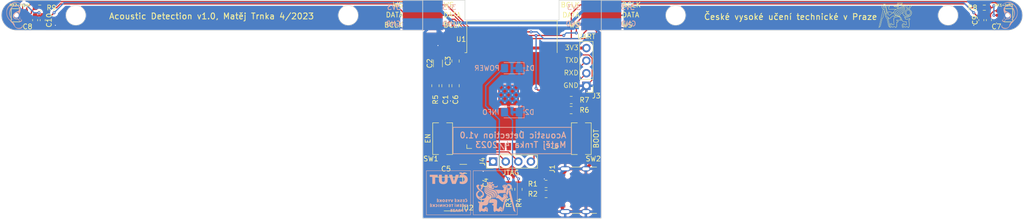
<source format=kicad_pcb>
(kicad_pcb (version 20221018) (generator pcbnew)
  (layers (0 "F.Cu" signal) (31 "B.Cu" signal) (34 "B.Paste" user) (35 "F.Paste" user) (36 "B.SilkS" user "B.Silkscreen") (37 "F.SilkS" user "F.Silkscreen") (38 "B.Mask" user) (39 "F.Mask" user) (44 "Edge.Cuts" user))
  (net 0 "")
  (net 1 "GND")
  (net 2 "EN")
  (net 3 "+3.3V")
  (net 4 "+5V")
  (net 5 "Net-(J1-CC1)")
  (net 9 "Net-(J1-CC2)")
  (net 13 "Net-(U1-IO18)")
  (net 14 "Net-(U1-IO19)")
  (net 15 "/TMS")
  (net 16 "Net-(MK1-left1-DATA_OUT)")
  (net 17 "Net-(MK2-right1-DATA_OUT)")
  (net 27 "/TDI")
  (net 28 "/TCK")
  (net 29 "/TDO")
  (net 31 "WS")
  (net 32 "BCLK")
  (net 38 "MIC_DATA")
  (net 46 "/GND_L")
  (net 47 "/3V3_R")
  (net 48 "/GND_R")
  (net 49 "Net-(D1-A)")
  (net 50 "Net-(D2-A)")
  (net 51 "/BCLK_L")
  (net 52 "/MIC_DATA_L")
  (net 53 "/WS_L")
  (net 54 "/BCLK_R")
  (net 55 "/MIC_DATA_R")
  (net 56 "/WS_R")
  (net 57 "INFO_LED")
  (net 58 "/TXD")
  (net 59 "/RXD")
  (net 60 "Net-(U1-IO0)")
  (net 61 "/3V3_L")
  (footprint "SPH0645LM4H-B:MIC_SPH0645LM4H-B" (layer "F.Cu") (at 52.7115 57.396 -90)
    (fp_text reference "MK2-right1")
    (fp_text value "SPH0645LM4H-B")
  )
  (footprint "Resistor_SMD:R_0805_2012Metric_Pad1.20x1.40mm_HandSolder" (layer "F.Cu") (at 159.644 91.444 180)
    (fp_text reference "R1")
    (fp_text value "5k1")
  )
  (footprint "AcousticDetection_extras:DataConnector" (layer "F.Cu") (at 132.7115 57.396 180)
    (fp_text reference "J12" hide)
    (fp_text value "DATA_R")
  )
  (footprint "Resistor_SMD:R_0805_2012Metric_Pad1.20x1.40mm_HandSolder" (layer "F.Cu") (at 164.708 76.534)
    (fp_text reference "R6")
    (fp_text value "51")
  )
  (footprint "Connector_USB:USB_C_Receptacle_GCT_USB4105-xx-A_16P_TopMnt_Horizontal" (layer "F.Cu") (at 166.6065 92.712 90)
    (fp_text reference "J1")
    (fp_text value "USB_C_Receptacle_USB2.0")
  )
  (footprint "Capacitor_SMD:C_0805_2012Metric_Pad1.18x1.45mm_HandSolder" (layer "F.Cu") (at 141.3655 66.6295 -90)
    (fp_text reference "C3")
    (fp_text value "100nF")
  )
  (footprint "AcousticDetection_extras:DataConnector" (layer "F.Cu") (at 168.7615 57.396)
    (fp_text reference "J7" hide)
    (fp_text value "DATA_L")
  )
  (footprint "Capacitor_SMD:C_0805_2012Metric_Pad1.18x1.45mm_HandSolder" (layer "F.Cu") (at 139.34 71.616 90)
    (fp_text reference "C1")
    (fp_text value "1uF")
  )
  (footprint "SPH0645LM4H-B:MIC_SPH0645LM4H-B" (layer "F.Cu") (at 252.8115 57.396 90)
    (fp_text reference "MK1-left1")
    (fp_text value "SPH0645LM4H-B")
  )
  (footprint "Resistor_SMD:R_0603_1608Metric_Pad0.98x0.95mm_HandSolder" (layer "F.Cu") (at 57.4155 55.864)
    (fp_text reference "R9")
    (fp_text value "51")
  )
  (footprint "Capacitor_SMD:C_0603_1608Metric_Pad1.08x0.95mm_HandSolder" (layer "F.Cu") (at 249.0395 58.376 90)
    (fp_text reference "C7")
    (fp_text value "200pF")
  )
  (footprint "Connector_PinHeader_2.54mm:PinHeader_1x04_P2.54mm_Vertical" (layer "F.Cu") (at 167.788 71.632 180)
    (fp_text reference "J3")
    (fp_text value "UART")
  )
  (footprint "Capacitor_SMD:C_0805_2012Metric_Pad1.18x1.45mm_HandSolder" (layer "F.Cu") (at 141.372 71.616 90)
    (fp_text reference "C6")
    (fp_text value "100nF")
  )
  (footprint "Package_TO_SOT_SMD:SOT-223-3_TabPin2" (layer "F.Cu") (at 140.9025 93.476)
    (fp_text reference "U2")
    (fp_text value "LDL1117S33R_SOT223")
  )
  (footprint "Capacitor_SMD:C_0603_1608Metric_Pad1.08x0.95mm_HandSolder" (layer "F.Cu") (at 58.0195 58.376 90)
    (fp_text reference "C10")
    (fp_text value "100nF")
  )
  (footprint "Button_Switch_SMD:SW_Tactile_SPST_NO_Straight_CK_PTS636Sx25SMTRLFS" (layer "F.Cu") (at 138.7615 82.3 90)
    (fp_text reference "SW1")
    (fp_text value "EN")
  )
  (footprint "Capacitor_SMD:C_1206_3216Metric_Pad1.33x1.80mm_HandSolder" (layer "F.Cu") (at 147.468 94.492 90)
    (fp_text reference "C4")
    (fp_text value "10uF")
  )
  (footprint "Resistor_SMD:R_0805_2012Metric_Pad1.20x1.40mm_HandSolder" (layer "F.Cu") (at 152.04 92.516 -90)
    (fp_text reference "R3")
    (fp_text value "220R")
  )
  (footprint "RF_Module:ESP32-WROOM-32" (layer "F.Cu") (at 152.7615 74.396)
    (fp_text reference "U1")
    (fp_text value "ESP32-WROOM-32")
  )
  (footprint "Resistor_SMD:R_0805_2012Metric_Pad1.20x1.40mm_HandSolder" (layer "F.Cu") (at 154.0655 92.5375 -90)
    (fp_text reference "R4")
    (fp_text value "220R")
  )
  (footprint "Capacitor_SMD:C_1206_3216Metric_Pad1.33x1.80mm_HandSolder" (layer "F.Cu") (at 142.9345 88.396 180)
    (fp_text reference "C5")
    (fp_text value "10uF")
  )
  (footprint "AcousticDetection_extras:DataConnector" (layer "F.Cu") (at 136.7615 57.396 180)
    (fp_text reference "J11" hide)
    (fp_text value "DATA_R")
  )
  (footprint "Capacitor_SMD:C_0603_1608Metric_Pad1.08x0.95mm_HandSolder" (layer "F.Cu") (at 56.4955 58.376 90)
    (fp_text reference "C8")
    (fp_text value "200pF")
  )
  (footprint "Resistor_SMD:R_0805_2012Metric_Pad1.20x1.40mm_HandSolder" (layer "F.Cu") (at 137.308 71.616 90)
    (fp_text reference "R5")
    (fp_text value "10k")
  )
  (footprint "AcousticDetection_extras:DataConnector" (layer "F.Cu") (at 172.8115 57.396)
    (fp_text reference "J8" hide)
    (fp_text value "DATA_L")
  )
  (footprint "Resistor_SMD:R_0805_2012Metric_Pad1.20x1.40mm_HandSolder" (layer "F.Cu") (at 159.644 93.476 180)
    (fp_text reference "R2")
    (fp_text value "5k1")
  )
  (footprint "Connector_PinHeader_2.54mm:PinHeader_1x04_P2.54mm_Vertical" (layer "F.Cu") (at 148.9615 86.928 90)
    (fp_text reference "J4")
    (fp_text value "JTAG")
  )
  (footprint "Capacitor_SMD:C_1206_3216Metric_Pad1.33x1.80mm_HandSolder" (layer "F.Cu") (at 137.8095 67.116 -90)
    (fp_text reference "C2")
    (fp_text value "22uF")
  )
  (footprint "Capacitor_SMD:C_0603_1608Metric_Pad1.08x0.95mm_HandSolder" (layer "F.Cu") (at 247.5155 58.376 90)
    (fp_text reference "C9")
    (fp_text value "100nF")
  )
  (footprint "Button_Switch_SMD:SW_Tactile_SPST_NO_Straight_CK_PTS636Sx25SMTRLFS" (layer "F.Cu") (at 166.7615 82.3 90)
    (fp_text reference "SW2")
    (fp_text value "BOOT")
  )
  (footprint "Resistor_SMD:R_0805_2012Metric_Pad1.20x1.40mm_HandSolder" (layer "F.Cu") (at 164.724 74.502)
    (fp_text reference "R7")
    (fp_text value "51")
  )
  (footprint "Resistor_SMD:R_0603_1608Metric_Pad0.98x0.95mm_HandSolder" (layer "F.Cu") (at 248.1195 55.864 180)
    (fp_text reference "R8")
    (fp_text value "51")
  )
  (footprint "AcousticDetection_extras:PowerConnector" (layer "B.Cu") (at 132.7115 57.396 180)
    (fp_text reference "J10" hide)
    (fp_text value "PWR_R")
  )
  (footprint "AcousticDetection_extras:PowerConnector" (layer "B.Cu") (at 136.7615 57.396 180)
    (fp_text reference "J9" hide)
    (fp_text value "PWR_R")
  )
  (footprint "LOGO" (layer "B.Cu") (at 253.1035 57.388055 180)
    (fp_text reference "G***" hide)
    (fp_text value "LOGO" hide)
  )
  (footprint "LED_SMD:LED_1206_3216Metric_Pad1.42x1.75mm_HandSolder" (layer "B.Cu") (at 152.739 76.966 180)
    (fp_text reference "D2")
    (fp_text value "INFO")
  )
  (footprint "LOGO" (layer "B.Cu") (at 144.674 93.222 180)
    (fp_text reference "G***" hide)
    (fp_text value "LOGO" hide)
  )
  (footprint "AcousticDetection_extras:PowerConnector" (layer "B.Cu") (at 168.7615 57.396 180)
    (fp_text reference "J5" hide)
    (fp_text value "PWR_L")
  )
  (footprint "LED_SMD:LED_1206_3216Metric_Pad1.42x1.75mm_HandSolder" (layer "B.Cu") (at 152.739 68.076 180)
    (fp_text reference "D1")
    (fp_text value "POWER")
  )
  (footprint "LOGO" (layer "B.Cu") (at 52.4495 57.388 180)
    (fp_text reference "G***" hide)
    (fp_text value "LOGO" hide)
  )
  (footprint "AcousticDetection_extras:PowerConnector" (layer "B.Cu") (at 172.8115 57.396 180)
    (fp_text reference "J6" hide)
    (fp_text value "PWR_L")
  )
  (gr_poly (pts (xy 230.822363 54.848005) (xy 230.822676 54.852731) (xy 230.823191 54.857358) (xy 230.823903 54.861882) (xy 230.824804 54.8663) (xy 230.825891 54.870607) (xy 230.827156 54.874801) (xy 230.828595 54.878876) (xy 230.830201 54.882831) (xy 230.831969 54.886659) (xy 230.833893 54.890359) (xy 230.835967 54.893925) (xy 230.838186 54.897355) (xy 230.840544 54.900644) (xy 230.843035 54.903788) (xy 230.845653 54.906784) (xy 230.848393 54.909628) (xy 230.851249 54.912316) (xy 230.854215 54.914845) (xy 230.857286 54.91721) (xy 230.860456 54.919408) (xy 230.863718 54.921434) (xy 230.867068 54.923286) (xy 230.8705 54.924959) (xy 230.874007 54.926449) (xy 230.877585 54.927753) (xy 230.881227 54.928867) (xy 230.884928 54.929787) (xy 230.888681 54.930509) (xy 230.892482 54.931029) (xy 230.896325 54.931344) (xy 230.900203 54.93145) (xy 230.904082 54.931344) (xy 230.907924 54.931029) (xy 230.911725 54.930509) (xy 230.915479 54.929787) (xy 230.91918 54.928867) (xy 230.922822 54.927753) (xy 230.926399 54.926449) (xy 230.929907 54.924959) (xy 230.933338 54.923286) (xy 230.936688 54.921434) (xy 230.939951 54.919408) (xy 230.94312 54.91721) (xy 230.946191 54.914845) (xy 230.949158 54.912316) (xy 230.952014 54.909628) (xy 230.954754 54.906784) (xy 230.957372 54.903788) (xy 230.959863 54.900644) (xy 230.962221 54.897355) (xy 230.964439 54.893925) (xy 230.966514 54.890359) (xy 230.968438 54.886659) (xy 230.970206 54.882831) (xy 230.971812 54.878876) (xy 230.97325 54.874801) (xy 230.974516 54.870607) (xy 230.975602 54.8663) (xy 230.976504 54.861882) (xy 230.977215 54.857358) (xy 230.97773 54.852731) (xy 230.978044 54.848005) (xy 230.978149 54.843185) (xy 231.201458 54.843185) (xy 231.201549 54.848005) (xy 231.201819 54.852731) (xy 231.202267 54.857358) (xy 231.202888 54.861882) (xy 231.203681 54.8663) (xy 231.204642 54.870607) (xy 231.205769 54.874801) (xy 231.207058 54.878876) (xy 231.208507 54.882831) (xy 231.210113 54.886659) (xy 231.211873 54.890359) (xy 231.213784 54.893925) (xy 231.215843 54.897355) (xy 231.218048 54.900644) (xy 231.220395 54.903788) (xy 231.222882 54.906784) (xy 231.225506 54.909628) (xy 231.228265 54.912316) (xy 231.231154 54.914845) (xy 231.234171 54.91721) (xy 231.237315 54.919408) (xy 231.24058 54.921434) (xy 231.243966 54.923286) (xy 231.247468 54.924959) (xy 231.251084 54.926449) (xy 231.254812 54.927753) (xy 231.258647 54.928867) (xy 231.262589 54.929787) (xy 231.266632 54.930509) (xy 231.270776 54.931029) (xy 231.275016 54.931344) (xy 231.279351 54.93145) (xy 231.282763 54.931344) (xy 231.286168 54.931029) (xy 231.289559 54.930509) (xy 231.29293 54.929787) (xy 231.296274 54.928867) (xy 231.299585 54.927753) (xy 231.302855 54.926449) (xy 231.306079 54.924959) (xy 231.309249 54.923286) (xy 231.312359 54.921434) (xy 231.315402 54.919408) (xy 231.318372 54.91721) (xy 231.321262 54.914845) (xy 231.324065 54.912316) (xy 231.326774 54.909628) (xy 231.329384 54.906784) (xy 231.331887 54.903788) (xy 231.334276 54.900644) (xy 231.336546 54.897355) (xy 231.338689 54.893925) (xy 231.340699 54.890359) (xy 231.342569 54.886659) (xy 231.344292 54.882831) (xy 231.345862 54.878876) (xy 231.347273 54.874801) (xy 231.348516 54.870607) (xy 231.349587 54.8663) (xy 231.350478 54.861882) (xy 231.351183 54.857358) (xy 231.351694 54.852731) (xy 231.352006 54.848005) (xy 231.352111 54.843185) (xy 231.622198 54.843185) (xy 231.466359 55.154811) (xy 231.499174 55.168517) (xy 231.531383 55.183323) (xy 231.562956 55.199206) (xy 231.593866 55.21614) (xy 231.624083 55.234102) (xy 231.653579 55.253065) (xy 231.682326 55.273006) (xy 231.710295 55.2939) (xy 231.737457 55.315722) (xy 231.763785 55.338448) (xy 231.789249 55.362052) (xy 231.81382 55.38651) (xy 231.837472 55.411797) (xy 231.860174 55.437889) (xy 231.881899 55.46476) (xy 231.902617 55.492387) (xy 231.922301 55.520743) (xy 231.940921 55.549806) (xy 231.95845 55.579549) (xy 231.974859 55.609949) (xy 231.990119 55.64098) (xy 232.004202 55.672618) (xy 232.017078 55.704838) (xy 232.028721 55.737615) (xy 232.0391 55.770925) (xy 232.048188 55.804742) (xy 232.055957 55.839043) (xy 232.062377 55.873802) (xy 232.067419 55.908995) (xy 232.071057 55.944597) (xy 232.07326 55.980584) (xy 232.074001 56.01693) (xy 232.072678 56.079481) (xy 232.068777 56.138761) (xy 232.062396 56.195026) (xy 232.053634 56.248538) (xy 232.042589 56.299553) (xy 232.029361 56.348331) (xy 232.014048 56.39513) (xy 231.996749 56.44021) (xy 231.977564 56.483829) (xy 231.95659 56.526245) (xy 231.933926 56.567718) (xy 231.909672 56.608506) (xy 231.883927 56.648869) (xy 231.856789 56.689064) (xy 231.798728 56.769987) (xy 231.790212 56.78077) (xy 231.782191 56.791775) (xy 231.774672 56.803101) (xy 231.767664 56.814846) (xy 231.761172 56.827109) (xy 231.755206 56.839989) (xy 231.749773 56.853585) (xy 231.744879 56.867995) (xy 231.740533 56.883319) (xy 231.736742 56.899655) (xy 231.733513 56.917102) (xy 231.730855 56.935759) (xy 231.728775 56.955725) (xy 231.727279 56.977098) (xy 231.726376 56.999978) (xy 231.726074 57.024463) (xy 231.726859 57.052527) (xy 231.729193 57.080223) (xy 231.733041 57.107516) (xy 231.738369 57.134372) (xy 231.745142 57.160756) (xy 231.753326 57.186634) (xy 231.762888 57.211972) (xy 231.773792 57.236736) (xy 231.786005 57.260892) (xy 231.799492 57.284405) (xy 231.814219 57.30724) (xy 231.830152 57.329365) (xy 231.847256 57.350744) (xy 231.865498 57.371344) (xy 231.884843 57.391129) (xy 231.905256 57.410066) (xy 231.926704 57.428121) (xy 231.949152 57.44526) (xy 231.972567 57.461447) (xy 231.996912 57.476649) (xy 232.022156 57.490832) (xy 232.048263 57.503961) (xy 232.075198 57.516002) (xy 232.102929 57.526921) (xy 232.13142 57.536684) (xy 232.160637 57.545256) (xy 232.190546 57.552604) (xy 232.221113 57.558692) (xy 232.252304 57.563487) (xy 232.284083 57.566954) (xy 232.316418 57.56906) (xy 232.349273 57.569769) (xy 232.380866 57.569463) (xy 232.411441 57.568533) (xy 232.441073 57.566965) (xy 232.46984 57.564744) (xy 232.497816 57.561853) (xy 232.525077 57.558278) (xy 232.5517 57.554003) (xy 232.577761 57.549012) (xy 232.603334 57.543292) (xy 232.628497 57.536825) (xy 232.653325 57.529598) (xy 232.677893 57.521593) (xy 232.702278 57.512797) (xy 232.726556 57.503194) (xy 232.750803 57.492768) (xy 232.775093 57.481504) (xy 232.770172 57.482417) (xy 232.765135 57.483216) (xy 232.754746 57.484502) (xy 232.743989 57.485424) (xy 232.732925 57.486042) (xy 232.721616 57.486416) (xy 232.710122 57.486609) (xy 232.686829 57.48669) (xy 232.655753 57.485919) (xy 232.624882 57.483628) (xy 232.594264 57.479848) (xy 232.563953 57.47461) (xy 232.533999 57.467946) (xy 232.504454 57.459886) (xy 232.475369 57.450463) (xy 232.446796 57.439708) (xy 232.418785 57.427652) (xy 232.391389 57.414327) (xy 232.364658 57.399763) (xy 232.338644 57.383993) (xy 232.313399 57.367047) (xy 232.288973 57.348958) (xy 232.265418 57.329755) (xy 232.242785 57.309472) (xy 232.221126 57.288139) (xy 232.200492 57.265787) (xy 232.180935 57.242448) (xy 232.162506 57.218153) (xy 232.145255 57.192934) (xy 232.129235 57.166822) (xy 232.114498 57.139849) (xy 232.101093 57.112045) (xy 232.089073 57.083442) (xy 232.078489 57.054072) (xy 232.069393 57.023965) (xy 232.061835 56.993154) (xy 232.055867 56.96167) (xy 232.051541 56.929543) (xy 232.048908 56.896806) (xy 232.048019 56.86349) (xy 232.049879 56.810102) (xy 232.055353 56.758943) (xy 232.064282 56.70993) (xy 232.076505 56.662979) (xy 232.091863 56.618006) (xy 232.110194 56.574927) (xy 232.131341 56.53366) (xy 232.155142 56.494119) (xy 232.181438 56.456221) (xy 232.210068 56.419883) (xy 232.240874 56.385021) (xy 232.273694 56.351551) (xy 232.30837 56.31939) (xy 232.344741 56.288453) (xy 232.382647 56.258657) (xy 232.421928 56.229919) (xy 232.551786 56.136415) (xy 232.527022 56.114926) (xy 232.503408 56.093277) (xy 232.480997 56.071428) (xy 232.459841 56.049343) (xy 232.439995 56.026984) (xy 232.421511 56.004313) (xy 232.404442 55.981291) (xy 232.388842 55.957881) (xy 232.374763 55.934045) (xy 232.36226 55.909746) (xy 232.351385 55.884944) (xy 232.342191 55.859603) (xy 232.334731 55.833684) (xy 232.331669 55.820496) (xy 232.329059 55.807149) (xy 232.32691 55.793639) (xy 232.325228 55.779961) (xy 232.32402 55.76611) (xy 232.323291 55.752082) (xy 232.306987 55.745694) (xy 232.29124 55.738234) (xy 232.276119 55.729724) (xy 232.268814 55.725083) (xy 232.261691 55.720188) (xy 232.254758 55.715042) (xy 232.248024 55.709647) (xy 232.241498 55.704008) (xy 232.235188 55.698126) (xy 232.229102 55.692004) (xy 232.22325 55.685646) (xy 232.217639 55.679054) (xy 232.212279 55.67223) (xy 232.207177 55.665179) (xy 232.202343 55.657902) (xy 232.197784 55.650403) (xy 232.19351 55.642684) (xy 232.189528 55.634748) (xy 232.185848 55.626598) (xy 232.182478 55.618237) (xy 232.179427 55.609668) (xy 232.176702 55.600893) (xy 232.174313 55.591916) (xy 232.172269 55.582739) (xy 232.170576 55.573366) (xy 232.169245 55.563798) (xy 232.168284 55.554039) (xy 232.167701 55.544092) (xy 232.167505 55.533959) (xy 232.167506 55.533907) (xy 232.240319 55.533907) (xy 232.240485 55.544421) (xy 232.24098 55.554547) (xy 232.241798 55.564294) (xy 232.242934 55.573668) (xy 232.244382 55.582677) (xy 232.246135 55.591328) (xy 232.248189 55.59963) (xy 232.250538 55.60759) (xy 232.253176 55.615215) (xy 232.256097 55.622513) (xy 232.259295 55.629492) (xy 232.262766 55.636159) (xy 232.266502 55.642522) (xy 232.270499 55.648588) (xy 232.274751 55.654365) (xy 232.279252 55.659861) (xy 232.283996 55.665084) (xy 232.288979 55.67004) (xy 232.294193 55.674737) (xy 232.299633 55.679183) (xy 232.31117 55.687354) (xy 232.323543 55.694611) (xy 232.336708 55.701017) (xy 232.350619 55.706631) (xy 232.36523 55.711514) (xy 232.380495 55.715728) (xy 232.378511 55.729359) (xy 232.377412 55.742982) (xy 232.377168 55.756588) (xy 232.377752 55.770167) (xy 232.379135 55.783713) (xy 232.381289 55.797216) (xy 232.384185 55.810667) (xy 232.387793 55.824059) (xy 232.392087 55.837381) (xy 232.397037 55.850627) (xy 232.402615 55.863787) (xy 232.408792 55.876853) (xy 232.42283 55.902668) (xy 232.438922 55.928003) (xy 232.45684 55.952791) (xy 232.476356 55.976961) (xy 232.497242 56.000446) (xy 232.51927 56.023177) (xy 232.54221 56.045087) (xy 232.565836 56.066105) (xy 232.589918 56.086164) (xy 232.614228 56.105195) (xy 232.723289 56.022116) (xy 232.692428 55.998976) (xy 232.664054 55.976224) (xy 232.638097 55.953761) (xy 232.614491 55.931487) (xy 232.593166 55.909304) (xy 232.574054 55.887113) (xy 232.557086 55.864815) (xy 232.542195 55.842312) (xy 232.535507 55.830952) (xy 232.529312 55.819504) (xy 232.523602 55.807955) (xy 232.518368 55.796292) (xy 232.513602 55.784505) (xy 232.509296 55.772579) (xy 232.50544 55.760503) (xy 232.502026 55.748265) (xy 232.496491 55.72325) (xy 232.492622 55.697437) (xy 232.490351 55.670727) (xy 232.489609 55.643021) (xy 232.490157 55.625317) (xy 232.491799 55.607309) (xy 232.494537 55.589058) (xy 232.49837 55.570625) (xy 232.503298 55.552071) (xy 232.509321 55.533456) (xy 232.51644 55.514842) (xy 232.524653 55.496289) (xy 232.533962 55.477859) (xy 232.544365 55.459611) (xy 232.555864 55.441608) (xy 232.568458 55.423909) (xy 232.582147 55.406575) (xy 232.596932 55.389668) (xy 232.612811 55.373248) (xy 232.629785 55.357377) (xy 232.615391 55.351348) (xy 232.599351 55.345133) (xy 232.590657 55.342051) (xy 232.581484 55.339037) (xy 232.571809 55.336129) (xy 232.561609 55.333366) (xy 232.550861 55.330784) (xy 232.539543 55.328423) (xy 232.527633 55.326321) (xy 232.515106 55.324515) (xy 232.501941 55.323045) (xy 232.488115 55.321947) (xy 232.473605 55.32126) (xy 232.458388 55.321023) (xy 232.447716 55.32128) (xy 232.437121 55.322044) (xy 232.42662 55.323307) (xy 232.416232 55.325059) (xy 232.405973 55.327289) (xy 232.395859 55.32999) (xy 232.385909 55.33315) (xy 232.376139 55.336761) (xy 232.366567 55.340814) (xy 232.35721 55.345297) (xy 232.348084 55.350203) (xy 232.339207 55.355522) (xy 232.330596 55.361244) (xy 232.322268 55.367359) (xy 232.314241 55.373859) (xy 232.306531 55.380733) (xy 232.299155 55.387972) (xy 232.292131 55.395566) (xy 232.285477 55.403507) (xy 232.279207 55.411785) (xy 232.273342 55.420389) (xy 232.267896 55.429311) (xy 232.262887 55.438541) (xy 232.258333 55.44807) (xy 232.254251 55.457888) (xy 232.250658 55.467985) (xy 232.24757 55.478352) (xy 232.245005 55.48898) (xy 232.24298 55.499859) (xy 232.241513 55.510979) (xy 232.24062 55.522332) (xy 232.240319 55.533907) (xy 232.167506 55.533907) (xy 232.167882 55.52039) (xy 232.169002 55.506962) (xy 232.170846 55.493694) (xy 232.173397 55.480604) (xy 232.176636 55.467711) (xy 232.180545 55.455036) (xy 232.185107 55.442596) (xy 232.190303 55.430411) (xy 232.196115 55.4185) (xy 232.202525 55.406881) (xy 232.209515 55.395575) (xy 232.217067 55.384599) (xy 232.225164 55.373973) (xy 232.233786 55.363716) (xy 232.242916 55.353847) (xy 232.252535 55.344385) (xy 232.262627 55.335349) (xy 232.273172 55.326758) (xy 232.284153 55.318631) (xy 232.295551 55.310988) (xy 232.307349 55.303846) (xy 232.319529 55.297226) (xy 232.332072 55.291145) (xy 232.34496 55.285624) (xy 232.358176 55.280682) (xy 232.371701 55.276336) (xy 232.385517 55.272607) (xy 232.399606 55.269513) (xy 232.413951 55.267074) (xy 232.428532 55.265308) (xy 232.443333 55.264234) (xy 232.458335 55.263872) (xy 232.479451 55.264408) (xy 232.499952 55.265971) (xy 232.519829 55.268493) (xy 232.539076 55.271904) (xy 232.557683 55.276137) (xy 232.575645 55.281123) (xy 232.592952 55.286795) (xy 232.609597 55.293082) (xy 232.625572 55.299918) (xy 232.64087 55.307234) (xy 232.655483 55.314961) (xy 232.669403 55.323032) (xy 232.682622 55.331377) (xy 232.695132 55.339928) (xy 232.706926 55.348617) (xy 232.717997 55.357376) (xy 232.700721 55.370402) (xy 232.684009 55.384158) (xy 232.667936 55.398644) (xy 232.652579 55.41386) (xy 232.638014 55.429807) (xy 232.624316 55.446484) (xy 232.611562 55.463891) (xy 232.599827 55.482028) (xy 232.594366 55.49137) (xy 232.589188 55.500895) (xy 232.584304 55.510602) (xy 232.579721 55.520491) (xy 232.575451 55.530563) (xy 232.571502 55.540817) (xy 232.567884 55.551254) (xy 232.564607 55.561873) (xy 232.56168 55.572675) (xy 232.559112 55.583659) (xy 232.556913 55.594825) (xy 232.555092 55.606174) (xy 232.55366 55.617705) (xy 232.552625 55.629418) (xy 232.551997 55.641314) (xy 232.551786 55.653392) (xy 232.552072 55.666918) (xy 232.552924 55.680233) (xy 232.554327 55.69334) (xy 232.556267 55.706238) (xy 232.558733 55.718932) (xy 232.56171 55.731422) (xy 232.565185 55.74371) (xy 232.569146 55.755799) (xy 232.578467 55.779384) (xy 232.589569 55.802194) (xy 232.602345 55.824242) (xy 232.616688 55.845545) (xy 232.632492 55.866118) (xy 232.64965 55.885975) (xy 232.668057 55.905132) (xy 232.687606 55.923604) (xy 232.70819 55.941406) (xy 232.729704 55.958554) (xy 232.752041 55.975063) (xy 232.775094 55.990947) (xy 232.798196 55.975063) (xy 232.820691 55.958554) (xy 232.842456 55.941406) (xy 232.86337 55.923604) (xy 232.88331 55.905132) (xy 232.902155 55.885975) (xy 232.919783 55.866118) (xy 232.936073 55.845545) (xy 232.950902 55.824242) (xy 232.96415 55.802194) (xy 232.970142 55.790885) (xy 232.975693 55.779384) (xy 232.980787 55.767689) (xy 232.98541 55.755799) (xy 232.989546 55.74371) (xy 232.99318 55.731422) (xy 232.996297 55.718932) (xy 232.998881 55.706238) (xy 233.000918 55.69334) (xy 233.002391 55.680233) (xy 233.003286 55.666918) (xy 233.003588 55.653392) (xy 233.002749 55.629409) (xy 233.000283 55.606158) (xy 232.996266 55.583639) (xy 232.990774 55.561851) (xy 232.983882 55.540794) (xy 232.975666 55.520468) (xy 232.966202 55.500873) (xy 232.955566 55.482008) (xy 232.943834 55.463874) (xy 232.931081 55.44647) (xy 232.917383 55.429796) (xy 232.902817 55.413853) (xy 232.887457 55.398639) (xy 232.87138 55.384155) (xy 232.854661 55.370401) (xy 232.837377 55.357376) (xy 232.848456 55.348626) (xy 232.860257 55.339943) (xy 232.872772 55.331396) (xy 232.885994 55.323054) (xy 232.899916 55.314984) (xy 232.914529 55.307257) (xy 232.929828 55.29994) (xy 232.945803 55.293102) (xy 232.962448 55.286811) (xy 232.979756 55.281137) (xy 232.997718 55.276148) (xy 233.016328 55.271911) (xy 233.035577 55.268497) (xy 233.055459 55.265973) (xy 233.075967 55.264409) (xy 233.097092 55.263872) (xy 233.112089 55.264234) (xy 233.126885 55.265307) (xy 233.141463 55.267072) (xy 233.155805 55.269511) (xy 233.169892 55.272604) (xy 233.183706 55.276331) (xy 233.19723 55.280676) (xy 233.210444 55.285617) (xy 233.223332 55.291136) (xy 233.235874 55.297215) (xy 233.248054 55.303833) (xy 233.259852 55.310973) (xy 233.271251 55.318616) (xy 233.282233 55.326741) (xy 233.292779 55.33533) (xy 233.302871 55.344365) (xy 233.312492 55.353826) (xy 233.321624 55.363694) (xy 233.330247 55.37395) (xy 233.338345 55.384575) (xy 233.345899 55.395551) (xy 233.352891 55.406858) (xy 233.359303 55.418476) (xy 233.365116 55.430388) (xy 233.370314 55.442575) (xy 233.374877 55.455016) (xy 233.378787 55.467694) (xy 233.382028 55.480588) (xy 233.384579 55.493681) (xy 233.386424 55.506953) (xy 233.387544 55.520385) (xy 233.387922 55.533959) (xy 233.387725 55.544092) (xy 233.387142 55.554039) (xy 233.38618 55.563798) (xy 233.384848 55.573365) (xy 233.383155 55.582739) (xy 233.381108 55.591916) (xy 233.378718 55.600893) (xy 233.375991 55.609668) (xy 233.369566 55.626598) (xy 233.3619 55.642683) (xy 233.353062 55.657902) (xy 233.343121 55.67223) (xy 233.332145 55.685646) (xy 233.320202 55.698126) (xy 233.307361 55.709647) (xy 233.293691 55.720188) (xy 233.279259 55.729724) (xy 233.264135 55.738234) (xy 233.248386 55.745694) (xy 233.232082 55.752081) (xy 233.230084 55.781788) (xy 233.22607 55.810582) (xy 233.220095 55.838526) (xy 233.21221 55.865679) (xy 233.202469 55.892103) (xy 233.190925 55.917858) (xy 233.177632 55.943005) (xy 233.162642 55.967604) (xy 233.146009 55.991717) (xy 233.127786 56.015403) (xy 233.108025 56.038724) (xy 233.086781 56.061741) (xy 233.064106 56.084513) (xy 233.040054 56.107102) (xy 233.014678 56.129568) (xy 232.98803 56.151973) (xy 233.038877 56.191807) (xy 233.088041 56.231581) (xy 233.135304 56.271477) (xy 233.180444 56.311677) (xy 233.22324 56.352364) (xy 233.263472 56.39372) (xy 233.30092 56.435927) (xy 233.335362 56.479169) (xy 233.366579 56.523628) (xy 233.394349 56.569486) (xy 233.406873 56.592997) (xy 233.418452 56.616925) (xy 233.429059 56.641295) (xy 233.438667 56.666129) (xy 233.447248 56.691449) (xy 233.454774 56.717279) (xy 233.461218 56.743641) (xy 233.466552 56.770558) (xy 233.470749 56.798053) (xy 233.473781 56.826149) (xy 233.47562 56.854868) (xy 233.47624 56.884233) (xy 233.474893 56.929963) (xy 233.470881 56.975546) (xy 233.464246 57.020896) (xy 233.455031 57.065928) (xy 233.44328 57.110556) (xy 233.429034 57.154695) (xy 233.412337 57.19826) (xy 233.393232 57.241164) (xy 233.37176 57.283322) (xy 233.347965 57.324648) (xy 233.32189 57.365058) (xy 233.293577 57.404465) (xy 233.26307 57.442783) (xy 233.23041 57.479928) (xy 233.195641 57.515814) (xy 233.158806 57.550355) (xy 233.119947 57.583465) (xy 233.079106 57.615059) (xy 233.036328 57.645052) (xy 232.991654 57.673358) (xy 232.945128 57.69989) (xy 232.896791 57.724565) (xy 232.846688 57.747296) (xy 232.79486 57.767997) (xy 232.74135 57.786583) (xy 232.686202 57.802969) (xy 232.629458 57.817068) (xy 232.57116 57.828796) (xy 232.511352 57.838067) (xy 232.450076 57.844795) (xy 232.387375 57.848894) (xy 232.323291 57.85028) (xy 232.303312 57.850101) (xy 232.284254 57.849579) (xy 232.248694 57.847597) (xy 232.216182 57.844517) (xy 232.18629 57.840523) (xy 232.158591 57.835798) (xy 232.132657 57.830523) (xy 232.108061 57.824883) (xy 232.084373 57.819059) (xy 232.105741 57.850318) (xy 232.12674 57.882189) (xy 232.136987 57.898544) (xy 232.147006 57.91528) (xy 232.15675 57.932474) (xy 232.166175 57.9502) (xy 232.175234 57.968535) (xy 232.183883 57.987555) (xy 232.192076 58.007336) (xy 232.199766 58.027954) (xy 232.20691 58.049485) (xy 232.21346 58.072005) (xy 232.219373 58.095589) (xy 232.224602 58.120314) (xy 232.235507 58.123169) (xy 232.24863 58.125895) (xy 232.26375 58.128484) (xy 232.280644 58.130929) (xy 232.318873 58.135355) (xy 232.36155 58.139113) (xy 232.406906 58.142141) (xy 232.453172 58.144379) (xy 232.49858 58.145767) (xy 232.541361 58.146243) (xy 232.579145 58.145408) (xy 232.618231 58.142967) (xy 232.658216 58.13902) (xy 232.698696 58.133665) (xy 232.739269 58.127003) (xy 232.77953 58.11913) (xy 232.819076 58.110147) (xy 232.857505 58.100153) (xy 232.894412 58.089245) (xy 232.929396 58.077524) (xy 232.962051 58.065087) (xy 232.991975 58.052035) (xy 233.018765 58.038465) (xy 233.042017 58.024477) (xy 233.061328 58.01017) (xy 233.076295 57.995642) (xy 233.085968 58.016028) (xy 233.09071 58.026879) (xy 233.095337 58.038127) (xy 233.099813 58.049743) (xy 233.104098 58.061696) (xy 233.108156 58.073954) (xy 233.111948 58.086487) (xy 233.115436 58.099264) (xy 233.118582 58.112255) (xy 233.121349 58.125429) (xy 233.123697 58.138755) (xy 233.12559 58.152203) (xy 233.126989 58.165741) (xy 233.127856 58.17934) (xy 233.128154 58.192968) (xy 233.127883 58.204499) (xy 233.127078 58.215726) (xy 233.125754 58.22665) (xy 233.123925 58.237269) (xy 233.121606 58.247585) (xy 233.118811 58.257596) (xy 233.115553 58.267304) (xy 233.111848 58.276707) (xy 233.107709 58.285807) (xy 233.103151 58.294602) (xy 233.098188 58.303094) (xy 233.092834 58.311281) (xy 233.087104 58.319164) (xy 233.081011 58.326743) (xy 233.07457 58.334019) (xy 233.067796 58.340989) (xy 233.060702 58.347656) (xy 233.053302 58.354019) (xy 233.045612 58.360077) (xy 233.037645 58.365831) (xy 233.020938 58.376427) (xy 233.003294 58.385805) (xy 232.984829 58.393966) (xy 232.965656 58.400909) (xy 232.945889 58.406635) (xy 232.925642 58.411144) (xy 232.956147 58.65846) (xy 232.970183 58.784318) (xy 232.982759 58.909691) (xy 232.993387 59.033118) (xy 233.001581 59.153134) (xy 233.006855 59.268277) (xy 233.008721 59.377085) (xy 233.007217 59.446442) (xy 233.002776 59.510472) (xy 232.995505 59.569325) (xy 232.98551 59.623156) (xy 232.972897 59.672116) (xy 232.957774 59.716358) (xy 232.940247 59.756033) (xy 232.920423 59.791296) (xy 232.898408 59.822298) (xy 232.874308 59.849191) (xy 232.848231 59.872129) (xy 232.820282 59.891263) (xy 232.790569 59.906746) (xy 232.759198 59.918731) (xy 232.726276 59.92737) (xy 232.691909 59.932815) (xy 232.693802 59.93081) (xy 232.695573 59.928682) (xy 232.697221 59.926434) (xy 232.698746 59.924063) (xy 232.700149 59.921571) (xy 232.701429 59.918956) (xy 232.702587 59.91622) (xy 232.703623 59.913362) (xy 232.704537 59.910381) (xy 232.705329 59.907278) (xy 232.705998 59.904053) (xy 232.706546 59.900705) (xy 232.706972 59.897235) (xy 232.707276 59.893643) (xy 232.707459 59.889927) (xy 232.707519 59.886089) (xy 232.707278 59.877887) (xy 232.706564 59.869843) (xy 232.705389 59.861965) (xy 232.703767 59.854259) (xy 232.701712 59.846732) (xy 232.699236 59.839391) (xy 232.696354 59.832241) (xy 232.693077 59.825291) (xy 232.689421 59.818546) (xy 232.685397 59.812013) (xy 232.68102 59.805699) (xy 232.676302 59.79961) (xy 232.671257 59.793754) (xy 232.665898 59.788136) (xy 232.660239 59.782764) (xy 232.654292 59.777643) (xy 232.648071 59.772782) (xy 232.64159 59.768186) (xy 232.634862 59.763862) (xy 232.627899 59.759817) (xy 232.620716 59.756057) (xy 232.613325 59.752589) (xy 232.60574 59.749419) (xy 232.597974 59.746556) (xy 232.590041 59.744004) (xy 232.581954 59.741771) (xy 232.573726 59.739863) (xy 232.56537 59.738287) (xy 232.5569 59.737049) (xy 232.548328 59.736157) (xy 232.53967 59.735617) (xy 232.530936 59.735436) (xy 232.516599 59.735659) (xy 232.502775 59.73631) (xy 232.476522 59.738783) (xy 232.451896 59.742624) (xy 232.428616 59.747607) (xy 232.406401 59.753502) (xy 232.384969 59.760082) (xy 232.343327 59.774383) (xy 232.30144 59.788683) (xy 232.279701 59.795263) (xy 232.257055 59.801159) (xy 232.233223 59.806141) (xy 232.207922 59.809982) (xy 232.180871 59.812455) (xy 232.166601 59.813106) (xy 232.151789 59.813329) (xy 232.139858 59.813106) (xy 232.128387 59.812455) (xy 232.117347 59.811404) (xy 232.106712 59.809982) (xy 232.096453 59.808219) (xy 232.086543 59.806141) (xy 232.067658 59.801159) (xy 232.049839 59.795263) (xy 232.032863 59.788683) (xy 232.01651 59.781647) (xy 232.000559 59.774383) (xy 231.968983 59.760082) (xy 231.952915 59.753502) (xy 231.936367 59.747607) (xy 231.919118 59.742624) (xy 231.910162 59.740546) (xy 231.900948 59.738783) (xy 231.891448 59.737361) (xy 231.881635 59.73631) (xy 231.871481 59.735659) (xy 231.860958 59.735436) (xy 231.854209 59.735586) (xy 231.847586 59.736034) (xy 231.841096 59.73677) (xy 231.834744 59.737788) (xy 231.828536 59.73908) (xy 231.822478 59.740637) (xy 231.816576 59.742454) (xy 231.810835 59.744521) (xy 231.805262 59.746832) (xy 231.799861 59.749378) (xy 231.794638 59.752153) (xy 231.7896 59.755148) (xy 231.784751 59.758356) (xy 231.780099 59.76177) (xy 231.775648 59.765382) (xy 231.771403 59.769184) (xy 231.767372 59.773168) (xy 231.763559 59.777327) (xy 231.759971 59.781654) (xy 231.756613 59.786141) (xy 231.75349 59.79078) (xy 231.750609 59.795563) (xy 231.747975 59.800484) (xy 231.745594 59.805534) (xy 231.743472 59.810706) (xy 231.741614 59.815992) (xy 231.740026 59.821385) (xy 231.738714 59.826877) (xy 231.737684 59.83246) (xy 231.736941 59.838127) (xy 231.736491 59.843871) (xy 231.736339 59.849683) (xy 231.736462 59.855467) (xy 231.736828 59.861138) (xy 231.737439 59.866702) (xy 231.738293 59.872167) (xy 231.739392 59.87754) (xy 231.740735 59.88283) (xy 231.742321 59.888043) (xy 231.744151 59.893187) (xy 231.746225 59.89827) (xy 231.748543 59.903299) (xy 231.751104 59.908282) (xy 231.753908 59.913225) (xy 231.756956 59.918138) (xy 231.760248 59.923026) (xy 231.763782 59.927899) (xy 231.76756 59.932762) (xy 231.754006 59.931915) (xy 231.740621 59.930358) (xy 231.727423 59.928115) (xy 231.714428 59.925207) (xy 231.701653 59.921656) (xy 231.689116 59.917484) (xy 231.676833 59.912713) (xy 231.664822 59.907364) (xy 231.653101 59.90146) (xy 231.641685 59.895022) (xy 231.630593 59.888073) (xy 231.619841 59.880633) (xy 231.609446 59.872726) (xy 231.599426 59.864373) (xy 231.589798 59.855595) (xy 231.580579 59.846416) (xy 231.571786 59.836855) (xy 231.563436 59.826936) (xy 231.555546 59.816681) (xy 231.548134 59.806111) (xy 231.541216 59.795247) (xy 231.53481 59.784113) (xy 231.528933 59.77273) (xy 231.523601 59.761119) (xy 231.518833 59.749303) (xy 231.514645 59.737303) (xy 231.511054 59.725142) (xy 231.508078 59.71284) (xy 231.505733 59.700421) (xy 231.504037 59.687906) (xy 231.503007 59.675317) (xy 231.50266 59.662676) (xy 231.502781 59.654032) (xy 231.503146 59.645609) (xy 231.503754 59.637384) (xy 231.504605 59.629333) (xy 231.5057 59.621434) (xy 231.507038 59.613665) (xy 231.50862 59.606001) (xy 231.510445 59.598421) (xy 231.512514 59.590902) (xy 231.514827 59.583421) (xy 231.517383 59.575955) (xy 231.520184 59.568482) (xy 231.523229 59.560978) (xy 231.526517 59.553421) (xy 231.53005 59.545788) (xy 231.533827 59.538056) (xy 231.527078 59.53099) (xy 231.520488 59.523454) (xy 231.514097 59.515463) (xy 231.50794 59.507032) (xy 231.502058 59.498177) (xy 231.496487 59.488911) (xy 231.491267 59.479251) (xy 231.486434 59.469212) (xy 231.482027 59.458808) (xy 231.478084 59.448054) (xy 231.474644 59.436965) (xy 231.471744 59.425557) (xy 231.469421 59.413845) (xy 231.467716 59.401843) (xy 231.466664 59.389567) (xy 231.466305 59.377031) (xy 231.466487 59.369289) (xy 231.467027 59.361644) (xy 231.467919 59.354101) (xy 231.469156 59.346667) (xy 231.470732 59.339346) (xy 231.47264 59.332146) (xy 231.474874 59.325071) (xy 231.477425 59.318127) (xy 231.480289 59.31132) (xy 231.483459 59.304655) (xy 231.486926 59.298139) (xy 231.490686 59.291777) (xy 231.494732 59.285575) (xy 231.499056 59.279538) (xy 231.503652 59.273672) (xy 231.508513 59.267983) (xy 231.513633 59.262477) (xy 231.519006 59.257159) (xy 231.524623 59.252036) (xy 231.53048 59.247112) (xy 231.536569 59.242393) (xy 231.542883 59.237886) (xy 231.549416 59.233595) (xy 231.556161 59.229528) (xy 231.57026 59.222083) (xy 231.585129 59.215598) (xy 231.600713 59.210117) (xy 231.616959 59.205687) (xy 231.618173 59.195541) (xy 231.619863 59.185557) (xy 231.622017 59.175746) (xy 231.624624 59.166119) (xy 231.627672 59.156686) (xy 231.63115 59.147457) (xy 231.635047 59.138443) (xy 231.639351 59.129655) (xy 231.64405 59.121103) (xy 231.649134 59.112797) (xy 231.654591 59.104748) (xy 231.660409 59.096966) (xy 231.666577 59.089461) (xy 231.673084 59.082245) (xy 231.679918 59.075328) (xy 231.687067 59.068719) (xy 231.694521 59.06243) (xy 231.702268 59.056471) (xy 231.710297 59.050853) (xy 231.718595 59.045585) (xy 231.727152 59.040679) (xy 231.735956 59.036144) (xy 231.744996 59.031992) (xy 231.754261 59.028232) (xy 231.763738 59.024876) (xy 231.773417 59.021933) (xy 231.783286 59.019414) (xy 231.793333 59.01733) (xy 231.803548 59.01569) (xy 231.813919 59.014507) (xy 231.824434 59.013789) (xy 231.835082 59.013547) (xy 231.847605 59.013804) (xy 231.859856 59.014571) (xy 231.871835 59.01584) (xy 231.883543 59.017603) (xy 231.894981 59.019853) (xy 231.906149 59.022583) (xy 231.91705 59.025783) (xy 231.927683 59.029448) (xy 231.938051 59.03357) (xy 231.948152 59.03814) (xy 231.95799 59.043151) (xy 231.967564 59.048596) (xy 231.976875 59.054467) (xy 231.985925 59.060756) (xy 231.994715 59.067456) (xy 232.003244 59.07456) (xy 232.011515 59.082059) (xy 232.019528 59.089946) (xy 232.034785 59.106854) (xy 232.049022 59.125223) (xy 232.062246 59.144992) (xy 232.074465 59.166101) (xy 232.085687 59.188488) (xy 232.095919 59.212093) (xy 232.105169 59.236855) (xy 232.107119 59.242458) (xy 232.109101 59.247589) (xy 232.111144 59.252263) (xy 232.11328 59.256495) (xy 232.115537 59.260301) (xy 232.116722 59.262049) (xy 232.117947 59.263696) (xy 232.119219 59.265244) (xy 232.12054 59.266695) (xy 232.121914 59.268051) (xy 232.123346 59.269313) (xy 232.124838 59.270485) (xy 232.126394 59.271567) (xy 232.128019 59.272561) (xy 232.129716 59.27347) (xy 232.131489 59.274295) (xy 232.133342 59.275038) (xy 232.135278 59.275702) (xy 232.137301 59.276288) (xy 232.139415 59.276797) (xy 232.141624 59.277233) (xy 232.143932 59.277596) (xy 232.146341 59.277889) (xy 232.151483 59.278271) (xy 232.15708 59.278395) (xy 232.168017 59.279197) (xy 232.179367 59.279654) (xy 232.191053 59.279789) (xy 232.202999 59.279626) (xy 232.227364 59.278496) (xy 232.251854 59.276451) (xy 232.275857 59.273676) (xy 232.298765 59.270359) (xy 232.319965 59.266684) (xy 232.338849 59.262838) (xy 232.341254 59.262302) (xy 232.343597 59.261678) (xy 232.345877 59.260968) (xy 232.348093 59.260177) (xy 232.350245 59.259305) (xy 232.35233 59.258358) (xy 232.354349 59.257336) (xy 232.3563 59.256243) (xy 232.358183 59.255082) (xy 232.359996 59.253856) (xy 232.361739 59.252567) (xy 232.36341 59.251218) (xy 232.365009 59.249812) (xy 232.366534 59.248353) (xy 232.367986 59.246842) (xy 232.369362 59.245283) (xy 232.370662 59.243678) (xy 232.371885 59.24203) (xy 232.37303 59.240343) (xy 232.374096 59.238618) (xy 232.375082 59.236859) (xy 232.375987 59.235069) (xy 232.376811 59.23325) (xy 232.377552 59.231405) (xy 232.378209 59.229538) (xy 232.378782 59.22765) (xy 232.379269 59.225745) (xy 232.379669 59.223825) (xy 232.379983 59.221894) (xy 232.380207 59.219954) (xy 232.380343 59.218008) (xy 232.380389 59.216059) (xy 232.377277 59.156941) (xy 232.372034 59.093751) (xy 232.364966 59.028254) (xy 232.356378 58.962211) (xy 232.346574 58.897387) (xy 232.335859 58.835543) (xy 232.324539 58.778443) (xy 232.31292 58.72785) (xy 232.257179 58.732477) (xy 232.178544 58.7376) (xy 232.093093 58.741751) (xy 232.052836 58.743003) (xy 232.016904 58.743461) (xy 231.974205 58.742289) (xy 231.931885 58.738713) (xy 231.890081 58.732641) (xy 231.848931 58.723983) (xy 231.80857 58.712647) (xy 231.769138 58.698541) (xy 231.730769 58.681576) (xy 231.693603 58.661658) (xy 231.657775 58.638698) (xy 231.623423 58.612603) (xy 231.590685 58.583283) (xy 231.574963 58.567385) (xy 231.559696 58.550646) (xy 231.544901 58.533056) (xy 231.530595 58.514602) (xy 231.516795 58.495273) (xy 231.503519 58.475058) (xy 231.490782 58.453946) (xy 231.478603 58.431924) (xy 231.466999 58.408982) (xy 231.455987 58.385109) (xy 231.331369 58.391687) (xy 231.206871 58.395827) (xy 231.082616 58.397529) (xy 230.958723 58.396797) (xy 230.835313 58.393631) (xy 230.712509 58.388033) (xy 230.59043 58.380006) (xy 230.469197 58.369551) (xy 230.468284 58.372409) (xy 230.467485 58.375152) (xy 230.466793 58.37779) (xy 230.466199 58.380329) (xy 230.465696 58.382777) (xy 230.465277 58.385142) (xy 230.464934 58.387431) (xy 230.46466 58.389653) (xy 230.464285 58.393923) (xy 230.464092 58.398015) (xy 230.464021 58.401988) (xy 230.464011 58.405905) (xy 230.464162 58.411747) (xy 230.464612 58.417577) (xy 230.465354 58.423384) (xy 230.466384 58.429157) (xy 230.467695 58.434884) (xy 230.469281 58.440553) (xy 230.471138 58.446154) (xy 230.473259 58.451675) (xy 230.475638 58.457104) (xy 230.47827 58.46243) (xy 230.48115 58.467642) (xy 230.484271 58.472729) (xy 230.487627 58.477678) (xy 230.491214 58.482479) (xy 230.495026 58.48712) (xy 230.499055 58.49159) (xy 230.503298 58.495878) (xy 230.507749 58.499971) (xy 230.512401 58.503859) (xy 230.517249 58.50753) (xy 230.522287 58.510973) (xy 230.527509 58.514176) (xy 230.532911 58.517128) (xy 230.538485 58.519818) (xy 230.544227 58.522234) (xy 230.550131 58.524365) (xy 230.55619 58.526199) (xy 230.562401 58.527726) (xy 230.568755 58.528933) (xy 230.575249 58.529809) (xy 230.581876 58.530343) (xy 230.58863 58.530524) (xy 230.601097 58.530223) (xy 230.613186 58.529336) (xy 230.624882 58.527886) (xy 230.636169 58.525896) (xy 230.647031 58.523388) (xy 230.657453 58.520386) (xy 230.66742 58.516912) (xy 230.676915 58.512989) (xy 230.685924 58.50864) (xy 230.69443 58.503887) (xy 230.702418 58.498755) (xy 230.709873 58.493265) (xy 230.716779 58.48744) (xy 230.72312 58.481304) (xy 230.72888 58.474879) (xy 230.734045 58.468188) (xy 230.736909 58.476096) (xy 230.739641 58.484233) (xy 230.742235 58.492584) (xy 230.744682 58.501134) (xy 230.746976 58.509866) (xy 230.749109 58.518765) (xy 230.751074 58.527817) (xy 230.752864 58.537006) (xy 230.75447 58.546316) (xy 230.755886 58.555733) (xy 230.757105 58.56524) (xy 230.758118 58.574823) (xy 230.758919 58.584466) (xy 230.7595 58.594154) (xy 230.759855 58.603872) (xy 230.759974 58.613603) (xy 230.759687 58.625639) (xy 230.758836 58.637394) (xy 230.757433 58.648862) (xy 230.755492 58.660036) (xy 230.753027 58.670909) (xy 230.75005 58.681475) (xy 230.746574 58.691727) (xy 230.742614 58.701658) (xy 230.738183 58.711262) (xy 230.733292 58.720532) (xy 230.727957 58.729462) (xy 230.722191 58.738044) (xy 230.716005 58.746272) (xy 230.709415 58.75414) (xy 230.702433 58.761641) (xy 230.695072 58.768768) (xy 230.687346 58.775515) (xy 230.679268 58.781874) (xy 230.670852 58.78784) (xy 230.66211 58.793405) (xy 230.653056 58.798563) (xy 230.643703 58.803308) (xy 230.634064 58.807632) (xy 230.624154 58.81153) (xy 230.613984 58.814993) (xy 230.603569 58.818017) (xy 230.592922 58.820593) (xy 230.582056 58.822716) (xy 230.570984 58.824379) (xy 230.559719 58.825575) (xy 230.548276 58.826297) (xy 230.536666 58.82654) (xy 230.531799 58.82648) (xy 230.526955 58.826305) (xy 230.522159 58.826022) (xy 230.517431 58.82564) (xy 230.508273 58.824609) (xy 230.499664 58.823272) (xy 230.491784 58.821692) (xy 230.484814 58.819932) (xy 230.481727 58.819003) (xy 230.478936 58.818052) (xy 230.476463 58.817087) (xy 230.47433 58.816115) (xy 230.473494 58.899063) (xy 230.474551 58.983952) (xy 230.480144 59.157613) (xy 230.48672 59.333219) (xy 230.489004 59.420538) (xy 230.489888 59.50689) (xy 230.488664 59.541114) (xy 230.484968 59.57546) (xy 230.478761 59.609685) (xy 230.470006 59.643545) (xy 230.458664 59.676797) (xy 230.444698 59.709197) (xy 230.428069 59.740502) (xy 230.418744 59.755667) (xy 230.40874 59.770467) (xy 230.398051 59.784872) (xy 230.386672 59.798851) (xy 230.3746 59.812373) (xy 230.361828 59.825408) (xy 230.348353 59.837925) (xy 230.33417 59.849895) (xy 230.319273 59.861286) (xy 230.303659 59.872069) (xy 230.287322 59.882212) (xy 230.270258 59.891686) (xy 230.252461 59.90046) (xy 230.233928 59.908503) (xy 230.214653 59.915786) (xy 230.194632 59.922277) (xy 230.17386 59.927946) (xy 230.152332 59.932762) (xy 230.154216 59.930757) (xy 230.155979 59.92863) (xy 230.157619 59.926381) (xy 230.159139 59.924011) (xy 230.160536 59.921518) (xy 230.161813 59.918904) (xy 230.162967 59.916167) (xy 230.164 59.913309) (xy 230.164912 59.910328) (xy 230.165702 59.907226) (xy 230.16637 59.904) (xy 230.166917 59.900653) (xy 230.167343 59.897183) (xy 230.167647 59.89359) (xy 230.167829 59.889875) (xy 230.16789 59.886038) (xy 230.167649 59.877835) (xy 230.166934 59.869791) (xy 230.165759 59.861913) (xy 230.164137 59.854207) (xy 230.162082 59.84668) (xy 230.159606 59.839338) (xy 230.156724 59.832189) (xy 230.153448 59.825239) (xy 230.149791 59.818493) (xy 230.145767 59.811961) (xy 230.14139 59.805647) (xy 230.136672 59.799558) (xy 230.131627 59.793701) (xy 230.126268 59.788084) (xy 230.120609 59.782711) (xy 230.114662 59.777591) (xy 230.108442 59.77273) (xy 230.10196 59.768134) (xy 230.095232 59.76381) (xy 230.088269 59.759764) (xy 230.081086 59.756005) (xy 230.073695 59.752537) (xy 230.06611 59.749367) (xy 230.058345 59.746504) (xy 230.050412 59.743952) (xy 230.042324 59.741719) (xy 230.034096 59.739811) (xy 230.02574 59.738235) (xy 230.01727 59.736997) (xy 230.008699 59.736105) (xy 230.00004 59.735565) (xy 229.991307 59.735384) (xy 229.97697 59.735607) (xy 229.963145 59.736259) (xy 229.936892 59.738731) (xy 229.912266 59.742572) (xy 229.888987 59.747555) (xy 229.866771 59.75345) (xy 229.845339 59.76003) (xy 229.803697 59.77433) (xy 229.76181 59.788631) (xy 229.740071 59.795211) (xy 229.717426 59.801106) (xy 229.693593 59.806088) (xy 229.668293 59.80993) (xy 229.641242 59.812402) (xy 229.626972 59.813053) (xy 229.612159 59.813277) (xy 229.600224 59.813053) (xy 229.588748 59.812402) (xy 229.577704 59.811351) (xy 229.567065 59.80993) (xy 229.556802 59.808166) (xy 229.546889 59.806088) (xy 229.527999 59.801106) (xy 229.510175 59.795211) (xy 229.493196 59.788631) (xy 229.476841 59.781595) (xy 229.46089 59.77433) (xy 229.429316 59.76003) (xy 229.413252 59.75345) (xy 229.396708 59.747555) (xy 229.379465 59.742572) (xy 229.370512 59.740495) (xy 229.361301 59.738731) (xy 229.351805 59.737309) (xy 229.341996 59.736259) (xy 229.331846 59.735607) (xy 229.321329 59.735384) (xy 229.314575 59.735535) (xy 229.307948 59.735982) (xy 229.301454 59.736718) (xy 229.295099 59.737736) (xy 229.288889 59.739028) (xy 229.28283 59.740585) (xy 229.276926 59.742402) (xy 229.271184 59.744469) (xy 229.265609 59.74678) (xy 229.260208 59.749326) (xy 229.254985 59.752101) (xy 229.249947 59.755096) (xy 229.2451 59.758304) (xy 229.240448 59.761718) (xy 229.235997 59.76533) (xy 229.231754 59.769131) (xy 229.227724 59.773116) (xy 229.223913 59.777275) (xy 229.220326 59.781602) (xy 229.21697 59.786088) (xy 229.213849 59.790727) (xy 229.210969 59.795511) (xy 229.208337 59.800431) (xy 229.205957 59.805481) (xy 229.203837 59.810653) (xy 229.20198 59.815939) (xy 229.200394 59.821332) (xy 229.199083 59.826824) (xy 229.198053 59.832407) (xy 229.197311 59.838075) (xy 229.196861 59.843818) (xy 229.19671 59.84963) (xy 229.196832 59.855415) (xy 229.197197 59.861085) (xy 229.197805 59.866649) (xy 229.198656 59.872114) (xy 229.19975 59.877488) (xy 229.201089 59.882777) (xy 229.20267 59.88799) (xy 229.204496 59.893135) (xy 229.206565 59.898217) (xy 229.208878 59.903246) (xy 229.211434 59.908229) (xy 229.214235 59.913173) (xy 229.217279 59.918085) (xy 229.220568 59.922974) (xy 229.224101 59.927846) (xy 229.227878 59.93271) (xy 229.218245 59.932043) (xy 229.208819 59.931025) (xy 229.199592 59.929668) (xy 229.190558 59.927985) (xy 229.173043 59.923698) (xy 229.15622 59.918269) (xy 229.140036 59.911806) (xy 229.124438 59.904415) (xy 229.109373 59.896202) (xy 229.094786 59.887275) (xy 229.080626 59.877739) (xy 229.066839 59.867701) (xy 229.053371 59.857268) (xy 229.040169 59.846546) (xy 228.98896 59.802905) (xy 228.791633 59.631508) (xy 228.428096 58.016386) (xy 228.277495 57.917696) (xy 228.225584 57.678777) (xy 228.206716 57.665019) (xy 228.189066 57.650996) (xy 228.172634 57.636683) (xy 228.15742 57.622058) (xy 228.143423 57.607099) (xy 228.130644 57.591783) (xy 228.119082 57.576086) (xy 228.113757 57.568088) (xy 228.108737 57.559986) (xy 228.104021 57.551778) (xy 228.09961 57.54346) (xy 228.095503 57.535031) (xy 228.0917 57.526486) (xy 228.088201 57.517823) (xy 228.085007 57.509039) (xy 228.082117 57.500132) (xy 228.079531 57.491098) (xy 228.07725 57.481935) (xy 228.075273 57.472639) (xy 228.073599 57.463209) (xy 228.072231 57.45364) (xy 228.071166 57.443931) (xy 228.070405 57.434078) (xy 228.07027 57.429594) (xy 228.127054 57.429594) (xy 228.127308 57.443165) (xy 228.12811 57.456614) (xy 228.129521 57.46994) (xy 228.131601 57.483144) (xy 228.134412 57.496226) (xy 228.138015 57.509185) (xy 228.142469 57.522023) (xy 228.147837 57.534739) (xy 228.154178 57.547334) (xy 228.161553 57.559807) (xy 228.170023 57.572159) (xy 228.17965 57.58439) (xy 228.190493 57.5965) (xy 228.202613 57.608489) (xy 228.216072 57.620358) (xy 228.230929 57.632106) (xy 228.230705 57.627567) (xy 228.28596 57.627567) (xy 228.286121 57.632385) (xy 228.286506 57.637359) (xy 228.287121 57.642487) (xy 228.287973 57.647768) (xy 228.339884 57.881448) (xy 228.490485 57.985323) (xy 228.854022 59.605685) (xy 228.968269 59.704374) (xy 228.967375 59.701497) (xy 228.966593 59.69873) (xy 228.965914 59.696057) (xy 228.965333 59.693463) (xy 228.96484 59.690931) (xy 228.96443 59.688447) (xy 228.964094 59.685995) (xy 228.963825 59.683559) (xy 228.963615 59.681123) (xy 228.963457 59.678672) (xy 228.963269 59.673664) (xy 228.9632 59.668409) (xy 228.96319 59.662782) (xy 228.963311 59.654139) (xy 228.963676 59.645716) (xy 228.964284 59.63749) (xy 228.965135 59.62944) (xy 228.96623 59.621541) (xy 228.967568 59.613771) (xy 228.96915 59.606108) (xy 228.970975 59.598528) (xy 228.973044 59.591009) (xy 228.975357 59.583528) (xy 228.977913 59.576062) (xy 228.980714 59.568589) (xy 228.983759 59.561085) (xy 228.987047 59.553528) (xy 228.99058 59.545895) (xy 228.994357 59.538163) (xy 228.987608 59.531097) (xy 228.981019 59.523561) (xy 228.974627 59.51557) (xy 228.96847 59.507139) (xy 228.962588 59.498284) (xy 228.957017 59.489018) (xy 228.951797 59.479358) (xy 228.946964 59.469319) (xy 228.942557 59.458914) (xy 228.938615 59.44816) (xy 228.935174 59.437072) (xy 228.932274 59.425664) (xy 228.929952 59.413952) (xy 228.928246 59.40195) (xy 228.927902 59.397933) (xy 228.983933 59.397933) (xy 228.984207 59.412007) (xy 228.984583 59.419291) (xy 228.985149 59.42668) (xy 228.985929 59.434129) (xy 228.986944 59.441592) (xy 228.988218 59.449024) (xy 228.989774 59.45638) (xy 228.991634 59.463614) (xy 228.993821 59.470681) (xy 228.996359 59.477536) (xy 228.99927 59.484134) (xy 229.002576 59.49043) (xy 229.006302 59.496377) (xy 229.010469 59.501932) (xy 229.015101 59.507047) (xy 229.018659 59.502242) (xy 229.022508 59.49756) (xy 229.026634 59.493003) (xy 229.031025 59.488573) (xy 229.035667 59.484273) (xy 229.040546 59.480104) (xy 229.050964 59.472166) (xy 229.062174 59.464776) (xy 229.074068 59.457948) (xy 229.08654 59.451698) (xy 229.099483 59.446041) (xy 229.112792 59.440992) (xy 229.12636 59.436567) (xy 229.14008 59.432781) (xy 229.153846 59.429649) (xy 229.167552 59.427186) (xy 229.18109 59.425409) (xy 229.194356 59.424331) (xy 229.207241 59.423968) (xy 229.227204 59.424622) (xy 229.246192 59.426523) (xy 229.264207 59.42958) (xy 229.281249 59.433702) (xy 229.297316 59.438798) (xy 229.312411 59.444777) (xy 229.326531 59.451548) (xy 229.339678 59.459019) (xy 229.351852 59.4671) (xy 229.363052 59.475699) (xy 229.373278 59.484725) (xy 229.382531 59.494088) (xy 229.39081 59.503697) (xy 229.398116 59.513459) (xy 229.404448 59.523285) (xy 229.409806 59.533082) (xy 229.399089 59.525595) (xy 229.388357 59.5187) (xy 229.377596 59.512383) (xy 229.36679 59.506628) (xy 229.355924 59.50142) (xy 229.344982 59.496745) (xy 229.33395 59.492586) (xy 229.322811 59.488929) (xy 229.311551 59.48576) (xy 229.300154 59.483062) (xy 229.288605 59.48082) (xy 229.276888 59.47902) (xy 229.264988 59.477646) (xy 229.25289 59.476684) (xy 229.240578 59.476117) (xy 229.228038 59.475932) (xy 229.218332 59.476158) (xy 229.208703 59.476832) (xy 229.199166 59.477944) (xy 229.189735 59.479484) (xy 229.180426 59.481442) (xy 229.171254 59.48381) (xy 229.162235 59.486577) (xy 229.153383 59.489734) (xy 229.144714 59.493272) (xy 229.136242 59.49718) (xy 229.127984 59.50145) (xy 229.119954 59.506072) (xy 229.112167 59.511037) (xy 229.10464 59.516334) (xy 229.097386 59.521955) (xy 229.090421 59.527889) (xy 229.083761 59.534128) (xy 229.07742 59.540662) (xy 229.071414 59.547481) (xy 229.065757 59.554576) (xy 229.060466 59.561936) (xy 229.055556 59.569554) (xy 229.05104 59.577419) (xy 229.046936 59.585521) (xy 229.043257 59.593852) (xy 229.04002 59.602401) (xy 229.037239 59.611159) (xy 229.03493 59.620117) (xy 229.033107 59.629265) (xy 229.031786 59.638593) (xy 229.030983 59.648092) (xy 229.030711 59.657753) (xy 229.031316 59.676982) (xy 229.033114 59.695701) (xy 229.036084 59.713887) (xy 229.040202 59.731518) (xy 229.045446 59.748569) (xy 229.051794 59.765019) (xy 229.059221 59.780846) (xy 229.067707 59.796025) (xy 229.077227 59.810534) (xy 229.087759 59.824351) (xy 229.099282 59.837453) (xy 229.111771 59.849816) (xy 229.125204 59.861419) (xy 229.139558 59.872238) (xy 229.154811 59.88225) (xy 229.170941 59.891433) (xy 229.168076 59.886483) (xy 229.165342 59.881421) (xy 229.162746 59.876253) (xy 229.160295 59.870988) (xy 229.157997 59.865633) (xy 229.15586 59.860197) (xy 229.15389 59.854686) (xy 229.152096 59.849108) (xy 229.150484 59.843472) (xy 229.149063 59.837784) (xy 229.14784 59.832053) (xy 229.146823 59.826285) (xy 229.146018 59.82049) (xy 229.145435 59.814674) (xy 229.145079 59.808845) (xy 229.144958 59.803011) (xy 229.145185 59.795284) (xy 229.145857 59.787687) (xy 229.146965 59.780226) (xy 229.148498 59.77291) (xy 229.150446 59.765745) (xy 229.152797 59.758741) (xy 229.155543 59.751903) (xy 229.158671 59.74524) (xy 229.162173 59.73876) (xy 229.166036 59.73247) (xy 229.170252 59.726378) (xy 229.174809 59.720491) (xy 229.179697 59.714817) (xy 229.184905 59.709363) (xy 229.190423 59.704138) (xy 229.196241 59.699149) (xy 229.202348 59.694402) (xy 229.208734 59.689907) (xy 229.215388 59.685671) (xy 229.2223 59.6817) (xy 229.229459 59.678004) (xy 229.236855 59.674589) (xy 229.244477 59.671463) (xy 229.252315 59.668634) (xy 229.260359 59.666109) (xy 229.268598 59.663896) (xy 229.277021 59.662003) (xy 229.285619 59.660437) (xy 229.29438 59.659205) (xy 229.303294 59.658316) (xy 229.312352 59.657777) (xy 229.321541 59.657596) (xy 229.333551 59.657834) (xy 229.345243 59.658529) (xy 229.356634 59.65965) (xy 229.367741 59.661166) (xy 229.389175 59.665263) (xy 229.40968 59.670577) (xy 229.429393 59.676865) (xy 229.448451 59.683883) (xy 229.485153 59.699136) (xy 229.520879 59.714389) (xy 229.538719 59.721407) (xy 229.556727 59.727694) (xy 229.575038 59.733009) (xy 229.593791 59.737106) (xy 229.603375 59.738622) (xy 229.613122 59.739743) (xy 229.623047 59.740437) (xy 229.633167 59.740676) (xy 229.645075 59.740452) (xy 229.656478 59.7398) (xy 229.667421 59.738749) (xy 229.677948 59.737326) (xy 229.688101 59.735561) (xy 229.697925 59.733482) (xy 229.716762 59.728496) (xy 229.734806 59.722597) (xy 229.752409 59.716013) (xy 229.787691 59.701702) (xy 229.806069 59.694433) (xy 229.825405 59.687392) (xy 229.84605 59.680807) (xy 229.868353 59.674908) (xy 229.880236 59.672287) (xy 229.892664 59.669922) (xy 229.905682 59.667843) (xy 229.919334 59.666078) (xy 229.933662 59.664656) (xy 229.948711 59.663604) (xy 229.964525 59.662953) (xy 229.981147 59.662729) (xy 229.993699 59.66297) (xy 230.006028 59.663685) (xy 230.018123 59.66486) (xy 230.029973 59.666481) (xy 230.052898 59.671012) (xy 230.07472 59.677171) (xy 230.095356 59.684851) (xy 230.11472 59.693947) (xy 230.132731 59.704351) (xy 230.149303 59.715957) (xy 230.164354 59.728659) (xy 230.177799 59.74235) (xy 230.189555 59.756924) (xy 230.194773 59.764509) (xy 230.199538 59.772274) (xy 230.203838 59.780207) (xy 230.207664 59.788295) (xy 230.211005 59.796523) (xy 230.21385 59.804879) (xy 230.216189 59.813349) (xy 230.218012 59.82192) (xy 230.219308 59.830579) (xy 230.220066 59.839312) (xy 230.229752 59.835161) (xy 230.239333 59.830502) (xy 230.248797 59.825348) (xy 230.25813 59.819707) (xy 230.267319 59.81359) (xy 230.276351 59.807008) (xy 230.285211 59.799972) (xy 230.293888 59.792492) (xy 230.302367 59.784577) (xy 230.310635 59.77624) (xy 230.318679 59.76749) (xy 230.326485 59.758337) (xy 230.334041 59.748793) (xy 230.341332 59.738868) (xy 230.348346 59.728571) (xy 230.355069 59.717915) (xy 230.361488 59.706908) (xy 230.36759 59.695562) (xy 230.37336 59.683887) (xy 230.378787 59.671893) (xy 230.383856 59.659592) (xy 230.388554 59.646993) (xy 230.392868 59.634107) (xy 230.396784 59.620944) (xy 230.40029 59.607515) (xy 230.403371 59.593831) (xy 230.406015 59.579901) (xy 230.408208 59.565737) (xy 230.409937 59.551349) (xy 230.411189 59.536747) (xy 230.41195 59.521941) (xy 230.412206 59.506943) (xy 230.401834 58.738328) (xy 230.415533 58.742199) (xy 230.429528 58.745953) (xy 230.444126 58.749466) (xy 230.451747 58.751094) (xy 230.459633 58.752615) (xy 230.467823 58.754016) (xy 230.476355 58.755279) (xy 230.485268 58.75639) (xy 230.494599 58.757333) (xy 230.504388 58.758094) (xy 230.514671 58.758656) (xy 230.525489 58.759005) (xy 230.536878 58.759124) (xy 230.546003 58.758943) (xy 230.554882 58.758406) (xy 230.563513 58.757523) (xy 230.571891 58.756304) (xy 230.580015 58.754757) (xy 230.587882 58.752892) (xy 230.595488 58.750719) (xy 230.602832 58.748248) (xy 230.609909 58.745488) (xy 230.616717 58.742448) (xy 230.623254 58.739137) (xy 230.629516 58.735566) (xy 230.6355 58.731745) (xy 230.641204 58.727681) (xy 230.646625 58.723386) (xy 230.65176 58.718868) (xy 230.656606 58.714137) (xy 230.66116 58.709202) (xy 230.665419 58.704074) (xy 230.66938 58.698761) (xy 230.673042 58.693273) (xy 230.676399 58.68762) (xy 230.679451 58.68181) (xy 230.682194 58.675855) (xy 230.684624 58.669762) (xy 230.68674 58.663542) (xy 230.688539 58.657205) (xy 230.690016 58.650758) (xy 230.691171 58.644213) (xy 230.691999 58.637579) (xy 230.692498 58.630865) (xy 230.692665 58.624081) (xy 230.692584 58.609377) (xy 230.692391 58.602605) (xy 230.692016 58.596141) (xy 230.691742 58.593005) (xy 230.691399 58.589925) (xy 230.69098 58.586891) (xy 230.690477 58.583897) (xy 230.689883 58.580935) (xy 230.689191 58.577998) (xy 230.688392 58.575079) (xy 230.687479 58.572169) (xy 230.680654 58.574967) (xy 230.673839 58.57753) (xy 230.66704 58.579866) (xy 230.660265 58.581982) (xy 230.653521 58.583886) (xy 230.646817 58.585586) (xy 230.64016 58.587089) (xy 230.633557 58.588401) (xy 230.627016 58.589532) (xy 230.620544 58.590488) (xy 230.61415 58.591276) (xy 230.607841 58.591904) (xy 230.595507 58.59271) (xy 230.583604 58.592965) (xy 230.574384 58.592738) (xy 230.565239 58.592056) (xy 230.556182 58.590924) (xy 230.547225 58.589345) (xy 230.538383 58.58732) (xy 230.529669 58.584853) (xy 230.521095 58.581946) (xy 230.512675 58.578604) (xy 230.504423 58.574827) (xy 230.496352 58.57062) (xy 230.488474 58.565985) (xy 230.480804 58.560925) (xy 230.473355 58.555442) (xy 230.466139 58.54954) (xy 230.459171 58.543222) (xy 230.452463 58.53649) (xy 230.446029 58.529347) (xy 230.439882 58.521797) (xy 230.434035 58.513841) (xy 230.428502 58.505482) (xy 230.423296 58.496725) (xy 230.41843 58.487571) (xy 230.413918 58.478023) (xy 230.409772 58.468084) (xy 230.406007 58.457757) (xy 230.402635 58.447045) (xy 230.39967 58.43595) (xy 230.397125 58.424477) (xy 230.395013 58.412626) (xy 230.393348 58.400402) (xy 230.392143 58.387806) (xy 230.39141 58.374843) (xy 230.391492 58.356279) (xy 230.391687 58.34757) (xy 230.392065 58.339164) (xy 230.392689 58.331) (xy 230.39362 58.323021) (xy 230.39422 58.319081) (xy 230.39492 58.315165) (xy 230.395727 58.311265) (xy 230.396649 58.307374) (xy 230.603257 58.321585) (xy 230.708684 58.327195) (xy 230.814717 58.331405) (xy 230.92075 58.33391) (xy 231.026177 58.334409) (xy 231.130391 58.332596) (xy 231.232785 58.32817) (xy 231.225615 58.325138) (xy 231.218715 58.321903) (xy 231.212085 58.318472) (xy 231.20572 58.314854) (xy 231.199618 58.311058) (xy 231.193776 58.307092) (xy 231.188192 58.302965) (xy 231.182861 58.298686) (xy 231.177782 58.294262) (xy 231.172951 58.289702) (xy 231.168366 58.285016) (xy 231.164024 58.28021) (xy 231.159922 58.275295) (xy 231.156056 58.270278) (xy 231.152425 58.265168) (xy 231.149025 58.259974) (xy 231.145853 58.254704) (xy 231.142907 58.249366) (xy 231.140184 58.243969) (xy 231.13768 58.238522) (xy 231.13332 58.227511) (xy 231.129804 58.2164) (xy 231.12711 58.205259) (xy 231.125213 58.194155) (xy 231.124093 58.183156) (xy 231.123724 58.172331) (xy 231.124024 58.164607) (xy 231.12491 58.157027) (xy 231.126357 58.149614) (xy 231.128345 58.142392) (xy 231.130849 58.135383) (xy 231.133848 58.128609) (xy 231.137319 58.122095) (xy 231.14124 58.115862) (xy 231.145587 58.109933) (xy 231.150338 58.104332) (xy 231.15547 58.099081) (xy 231.160961 58.094203) (xy 231.166788 58.089721) (xy 231.172929 58.085658) (xy 231.179361 58.082037) (xy 231.18606 58.07888) (xy 231.172748 58.050089) (xy 231.158203 58.022167) (xy 231.142531 57.995128) (xy 231.12584 57.968988) (xy 231.108236 57.943761) (xy 231.089825 57.919463) (xy 231.070714 57.89611) (xy 231.05101 57.873715) (xy 231.030819 57.852295) (xy 231.010248 57.831864) (xy 230.989404 57.812437) (xy 230.968392 57.79403) (xy 230.947319 57.776658) (xy 230.926293 57.760335) (xy 230.90542 57.745078) (xy 230.901651 57.742485) (xy 231.002928 57.742485) (xy 231.003203 57.744826) (xy 231.003793 57.747216) (xy 231.004711 57.749645) (xy 231.005967 57.7521) (xy 231.007574 57.754571) (xy 231.009542 57.757046) (xy 231.011884 57.759514) (xy 231.014609 57.761963) (xy 231.043014 57.788633) (xy 231.076287 57.821446) (xy 231.094141 57.839947) (xy 231.112483 57.859734) (xy 231.131068 57.880721) (xy 231.149653 57.902827) (xy 231.167995 57.925967) (xy 231.185851 57.950058) (xy 231.202977 57.975016) (xy 231.219129 58.000757) (xy 231.234065 58.027199) (xy 231.241001 58.040657) (xy 231.247541 58.054258) (xy 231.253655 58.067992) (xy 231.259313 58.081849) (xy 231.264484 58.095818) (xy 231.269139 58.10989) (xy 231.264829 58.10998) (xy 231.260671 58.110249) (xy 231.256664 58.110691) (xy 231.252807 58.111302) (xy 231.249098 58.112077) (xy 231.245537 58.11301) (xy 231.242122 58.114098) (xy 231.238854 58.115335) (xy 231.23573 58.116717) (xy 231.23275 58.118239) (xy 231.229913 58.119895) (xy 231.227217 58.121682) (xy 231.224663 58.123595) (xy 231.222249 58.125628) (xy 231.219973 58.127777) (xy 231.217836 58.130038) (xy 231.215836 58.132404) (xy 231.213971 58.134873) (xy 231.212242 58.137438) (xy 231.210647 58.140095) (xy 231.209185 58.142839) (xy 231.207856 58.145665) (xy 231.206657 58.14857) (xy 231.205589 58.151547) (xy 231.20465 58.154592) (xy 231.20384 58.1577) (xy 231.2026 58.164088) (xy 231.201861 58.170671) (xy 231.201617 58.177411) (xy 231.201887 58.185599) (xy 231.202682 58.193599) (xy 231.20398 58.201406) (xy 231.205756 58.209017) (xy 231.20799 58.216425) (xy 231.210657 58.223627) (xy 231.213734 58.230617) (xy 231.2172 58.237392) (xy 231.221031 58.243945) (xy 231.225204 58.250273) (xy 231.229697 58.256371) (xy 231.234487 58.262233) (xy 231.23955 58.267856) (xy 231.244864 58.273234) (xy 231.250406 58.278363) (xy 231.256154 58.283238) (xy 231.262084 58.287854) (xy 231.268174 58.292207) (xy 231.274401 58.296292) (xy 231.280741 58.300103) (xy 231.293673 58.306889) (xy 231.306786 58.312525) (xy 231.319899 58.316975) (xy 231.332828 58.320201) (xy 231.339166 58.321342) (xy 231.34539 58.322164) (xy 231.351477 58.32266) (xy 231.357403 58.322827) (xy 231.362206 58.322776) (xy 231.366894 58.322609) (xy 231.371476 58.322333) (xy 231.37596 58.321958) (xy 231.380353 58.321489) (xy 231.384663 58.320936) (xy 231.393063 58.319605) (xy 231.401223 58.318029) (xy 231.409204 58.316271) (xy 231.424873 58.312455) (xy 231.415429 58.262783) (xy 231.404571 58.215029) (xy 231.39222 58.169162) (xy 231.378303 58.125152) (xy 231.362742 58.082969) (xy 231.345462 58.042582) (xy 231.326386 58.003961) (xy 231.30544 57.967075) (xy 231.282546 57.931893) (xy 231.257629 57.898386) (xy 231.230613 57.866522) (xy 231.201422 57.836272) (xy 231.16998 57.807605) (xy 231.136211 57.78049) (xy 231.100039 57.754897) (xy 231.061388 57.730795) (xy 231.057511 57.728529) (xy 231.053675 57.726587) (xy 231.049892 57.724955) (xy 231.046173 57.723624) (xy 231.04253 57.722582) (xy 231.038975 57.721817) (xy 231.035518 57.721317) (xy 231.032171 57.721073) (xy 231.028946 57.721071) (xy 231.025854 57.721301) (xy 231.022906 57.721752) (xy 231.020114 57.722411) (xy 231.017489 57.723269) (xy 231.015043 57.724312) (xy 231.012788 57.725531) (xy 231.010733 57.726912) (xy 231.008892 57.728446) (xy 231.007275 57.730121) (xy 231.005894 57.731925) (xy 231.004761 57.733847) (xy 231.003886 57.735875) (xy 231.003281 57.737998) (xy 231.002958 57.740206) (xy 231.002928 57.742485) (xy 230.901651 57.742485) (xy 230.884806 57.7309) (xy 230.846397 57.729617) (xy 230.80537 57.729629) (xy 230.76203 57.730887) (xy 230.716681 57.733348) (xy 230.621173 57.741693) (xy 230.521281 57.754296) (xy 230.41944 57.770791) (xy 230.318083 57.790811) (xy 230.219646 57.81399) (xy 230.172283 57.826649) (xy 230.126563 57.839961) (xy 230.106627 57.846562) (xy 230.087701 57.853696) (xy 230.06976 57.861347) (xy 230.05278 57.8695) (xy 230.036736 57.87814) (xy 230.021603 57.887251) (xy 230.007355 57.896819) (xy 229.99397 57.906828) (xy 229.981421 57.917263) (xy 229.969685 57.928109) (xy 229.958736 57.93935) (xy 229.948549 57.950972) (xy 229.939101 57.962959) (xy 229.930365 57.975296) (xy 229.922319 57.987968) (xy 229.914936 58.00096) (xy 229.908192 58.014256) (xy 229.902062 58.027842) (xy 229.896522 58.041701) (xy 229.891546 58.05582) (xy 229.887111 58.070182) (xy 229.883192 58.084773) (xy 229.876799 58.114579) (xy 229.872172 58.145117) (xy 229.869111 58.176265) (xy 229.86742 58.207901) (xy 229.866901 58.239905) (xy 229.868908 58.335331) (xy 229.874201 58.441405) (xy 229.890263 58.679411) (xy 229.898842 58.808302) (xy 229.906325 58.941756) (xy 229.911618 59.078253) (xy 229.913626 59.21627) (xy 229.913382 59.225762) (xy 229.912651 59.234775) (xy 229.911433 59.243316) (xy 229.909727 59.251395) (xy 229.907535 59.259017) (xy 229.904855 59.26619) (xy 229.901689 59.272923) (xy 229.898035 59.279221) (xy 229.893895 59.285094) (xy 229.889268 59.290549) (xy 229.884155 59.295592) (xy 229.878554 59.300232) (xy 229.872468 59.304476) (xy 229.865895 59.308331) (xy 229.858836 59.311806) (xy 229.85129 59.314907) (xy 229.839928 59.319653) (xy 229.827365 59.324132) (xy 229.813737 59.328321) (xy 229.799182 59.332198) (xy 229.783836 59.33574) (xy 229.767836 59.338924) (xy 229.75132 59.341729) (xy 229.734424 59.34413) (xy 229.717284 59.346107) (xy 229.700038 59.347635) (xy 229.682823 59.348692) (xy 229.665776 59.349257) (xy 229.649033 59.349305) (xy 229.632731 59.348814) (xy 229.617008 59.347763) (xy 229.602 59.346127) (xy 229.593478 59.345017) (xy 229.58542 59.343618) (xy 229.577802 59.341886) (xy 229.570602 59.339775) (xy 229.563797 59.337239) (xy 229.560535 59.335797) (xy 229.557364 59.334232) (xy 229.55428 59.332537) (xy 229.551281 59.330708) (xy 229.548363 59.328738) (xy 229.545524 59.326621) (xy 229.542761 59.324353) (xy 229.540072 59.321926) (xy 229.537452 59.319337) (xy 229.5349 59.316578) (xy 229.532412 59.313643) (xy 229.529986 59.310529) (xy 229.527619 59.307227) (xy 229.525309 59.303734) (xy 229.523051 59.300043) (xy 229.520843 59.296148) (xy 229.516568 59.287724) (xy 229.51246 59.278417) (xy 229.508496 59.268181) (xy 229.500286 59.246333) (xy 229.491255 59.22562) (xy 229.481433 59.20608) (xy 229.470849 59.187751) (xy 229.459535 59.170672) (xy 229.447521 59.154879) (xy 229.434837 59.14041) (xy 229.421514 59.127304) (xy 229.407582 59.115598) (xy 229.393071 59.10533) (xy 229.385609 59.100748) (xy 229.378013 59.096539) (xy 229.370287 59.092708) (xy 229.362436 59.08926) (xy 229.354463 59.086201) (xy 229.346372 59.083534) (xy 229.338167 59.081264) (xy 229.329851 59.079396) (xy 229.321428 59.077936) (xy 229.312903 59.076886) (xy 229.304279 59.076253) (xy 229.295559 59.076041) (xy 229.286444 59.076251) (xy 229.277601 59.07687) (xy 229.269028 59.07788) (xy 229.260723 59.079265) (xy 229.252685 59.081007) (xy 229.244911 59.083089) (xy 229.2374 59.085494) (xy 229.230149 59.088205) (xy 229.223157 59.091206) (xy 229.216423 59.094478) (xy 229.209943 59.098005) (xy 229.203716 59.10177) (xy 229.19774 59.105755) (xy 229.192013 59.109944) (xy 229.181299 59.118864) (xy 229.171559 59.128393) (xy 229.162777 59.138394) (xy 229.154938 59.148731) (xy 229.148026 59.159266) (xy 229.142027 59.169863) (xy 229.136924 59.180386) (xy 229.132703 59.190697) (xy 229.129348 59.20066) (xy 229.158864 59.20162) (xy 229.187057 59.204443) (xy 229.213942 59.209046) (xy 229.239534 59.215345) (xy 229.263849 59.223257) (xy 229.286901 59.232698) (xy 229.308707 59.243584) (xy 229.32928 59.255832) (xy 229.348637 59.269358) (xy 229.366793 59.284079) (xy 229.383762 59.29991) (xy 229.39956 59.316768) (xy 229.414203 59.33457) (xy 229.427704 59.353232) (xy 229.44008 59.37267) (xy 229.451346 59.3928) (xy 229.43381 59.377593) (xy 229.416244 59.363145) (xy 229.398618 59.349487) (xy 229.380902 59.336651) (xy 229.363065 59.324665) (xy 229.345077 59.313562) (xy 229.326907 59.303371) (xy 229.308524 59.294124) (xy 229.289898 59.28585) (xy 229.270998 59.27858) (xy 229.251794 59.272345) (xy 229.232256 59.267174) (xy 229.212352 59.2631) (xy 229.192053 59.260152) (xy 229.171327 59.258361) (xy 229.150144 59.257757) (xy 229.140528 59.257953) (xy 229.131159 59.258533) (xy 229.122042 59.259486) (xy 229.113179 59.2608) (xy 229.104574 59.262464) (xy 229.096232 59.264467) (xy 229.088157 59.266797) (xy 229.080351 59.269442) (xy 229.072819 59.272392) (xy 229.065565 59.275635) (xy 229.058593 59.279159) (xy 229.051906 59.282953) (xy 229.045507 59.287005) (xy 229.039402 59.291305) (xy 229.033593 59.29584) (xy 229.028085 59.3006) (xy 229.022882 59.305572) (xy 229.017986 59.310746) (xy 229.013402 59.31611) (xy 229.009134 59.321652) (xy 229.005186 59.327362) (xy 229.001561 59.333227) (xy 228.998263 59.339237) (xy 228.995296 59.34538) (xy 228.992664 59.351644) (xy 228.99037 59.358018) (xy 228.988419 59.36449) (xy 228.986814 59.37105) (xy 228.985559 59.377686) (xy 228.984658 59.384386) (xy 228.984115 59.391139) (xy 228.983933 59.397933) (xy 228.927902 59.397933) (xy 228.927195 59.389674) (xy 228.926836 59.377138) (xy 228.926897 59.372335) (xy 228.927079 59.367645) (xy 228.927383 59.363061) (xy 228.927808 59.358574) (xy 228.928355 59.354178) (xy 228.929024 59.349865) (xy 228.929814 59.345628) (xy 228.930725 59.341459) (xy 228.931758 59.33735) (xy 228.932913 59.333296) (xy 228.934189 59.329286) (xy 228.935587 59.325316) (xy 228.937106 59.321376) (xy 228.938747 59.31746) (xy 228.940509 59.31356) (xy 228.942393 59.309669) (xy 228.607314 57.829379) (xy 228.677546 57.829379) (xy 228.994358 59.24199) (xy 228.998318 59.239123) (xy 229.002407 59.236371) (xy 229.006632 59.233726) (xy 229.011 59.231181) (xy 229.015519 59.228728) (xy 229.020198 59.226359) (xy 229.025043 59.224066) (xy 229.030063 59.221842) (xy 229.035265 59.219678) (xy 229.040658 59.217567) (xy 229.046248 59.215502) (xy 229.052043 59.213474) (xy 229.064282 59.2095) (xy 229.077437 59.205583) (xy 229.078651 59.195436) (xy 229.08034 59.185452) (xy 229.082494 59.175641) (xy 229.085101 59.166014) (xy 229.088149 59.156581) (xy 229.091627 59.147352) (xy 229.095524 59.138339) (xy 229.099828 59.129551) (xy 229.104528 59.120998) (xy 229.109611 59.112692) (xy 229.115068 59.104643) (xy 229.120886 59.096861) (xy 229.127054 59.089357) (xy 229.133561 59.082141) (xy 229.140395 59.075223) (xy 229.147545 59.068615) (xy 229.154999 59.062326) (xy 229.162746 59.056367) (xy 229.170774 59.050748) (xy 229.179073 59.04548) (xy 229.18763 59.040574) (xy 229.196434 59.03604) (xy 229.205474 59.031887) (xy 229.214738 59.028128) (xy 229.224216 59.024771) (xy 229.233894 59.021828) (xy 229.243763 59.019309) (xy 229.253811 59.017225) (xy 229.264026 59.015586) (xy 229.274396 59.014402) (xy 229.284911 59.013684) (xy 229.295559 59.013442) (xy 229.308083 59.0137) (xy 229.320333 59.014467) (xy 229.332311 59.015736) (xy 229.344018 59.017499) (xy 229.355455 59.019749) (xy 229.366622 59.022478) (xy 229.377522 59.025679) (xy 229.388154 59.029344) (xy 229.398519 59.033465) (xy 229.408619 59.038035) (xy 229.418455 59.043046) (xy 229.428028 59.048491) (xy 229.437337 59.054362) (xy 229.446386 59.060652) (xy 229.455174 59.067352) (xy 229.463702 59.074455) (xy 229.471972 59.081954) (xy 229.479984 59.089841) (xy 229.495239 59.106749) (xy 229.509476 59.125118) (xy 229.522701 59.144887) (xy 229.534923 59.165996) (xy 229.546149 59.188383) (xy 229.556388 59.211989) (xy 229.565646 59.236751) (xy 229.567596 59.242354) (xy 229.569578 59.247484) (xy 229.571622 59.252158) (xy 229.573757 59.25639) (xy 229.576015 59.260196) (xy 229.577199 59.261944) (xy 229.578425 59.263591) (xy 229.579696 59.265139) (xy 229.581017 59.26659) (xy 229.582392 59.267946) (xy 229.583823 59.269209) (xy 229.585315 59.27038) (xy 229.586872 59.271462) (xy 229.588496 59.272456) (xy 229.590193 59.273365) (xy 229.591966 59.27419) (xy 229.593819 59.274934) (xy 229.595755 59.275597) (xy 229.597778 59.276183) (xy 229.599892 59.276693) (xy 229.602101 59.277128) (xy 229.604409 59.277491) (xy 229.606819 59.277784) (xy 229.611961 59.278167) (xy 229.617557 59.278291) (xy 229.628678 59.279121) (xy 229.640528 59.279604) (xy 229.652986 59.279762) (xy 229.66593 59.27962) (xy 229.69279 59.278524) (xy 229.720136 59.276504) (xy 229.746996 59.273744) (xy 229.772398 59.270432) (xy 229.795369 59.266752) (xy 229.814936 59.262891) (xy 229.817341 59.262355) (xy 229.819685 59.26173) (xy 229.821965 59.261017) (xy 229.824181 59.26022) (xy 229.826332 59.259339) (xy 229.828418 59.258377) (xy 229.830437 59.257335) (xy 229.832388 59.256215) (xy 229.834271 59.25502) (xy 229.836084 59.253751) (xy 229.837826 59.252409) (xy 229.839498 59.250998) (xy 229.841096 59.249518) (xy 229.842622 59.247972) (xy 229.844073 59.246361) (xy 229.845449 59.244688) (xy 229.846749 59.242954) (xy 229.847972 59.24116) (xy 229.849117 59.23931) (xy 229.850183 59.237405) (xy 229.851169 59.235447) (xy 229.852075 59.233437) (xy 229.852898 59.231378) (xy 229.853639 59.229271) (xy 229.854296 59.227118) (xy 229.854869 59.224921) (xy 229.855356 59.222683) (xy 229.855757 59.220404) (xy 229.85607 59.218088) (xy 229.856295 59.215734) (xy 229.85643 59.213347) (xy 229.856476 59.210927) (xy 229.852086 59.096138) (xy 229.843738 58.975203) (xy 229.82077 58.723412) (xy 229.808951 58.596813) (xy 229.798775 58.472583) (xy 229.791643 58.352852) (xy 229.788954 58.239747) (xy 229.789657 58.199524) (xy 229.791897 58.160669) (xy 229.795871 58.123213) (xy 229.801779 58.087187) (xy 229.809817 58.052621) (xy 229.820183 58.019547) (xy 229.833075 57.987994) (xy 229.84053 57.972797) (xy 229.84869 57.957993) (xy 229.857581 57.943583) (xy 229.867227 57.929574) (xy 229.877653 57.915968) (xy 229.888883 57.902768) (xy 229.900943 57.88998) (xy 229.913856 57.877606) (xy 229.927648 57.865651) (xy 229.942344 57.854119) (xy 229.957967 57.843012) (xy 229.974544 57.832336) (xy 229.992097 57.822093) (xy 230.010653 57.812288) (xy 230.030236 57.802924) (xy 230.050871 57.794006) (xy 230.072582 57.785537) (xy 230.095394 57.77752) (xy 230.13886 57.763401) (xy 230.183383 57.75025) (xy 230.228683 57.738057) (xy 230.274478 57.726816) (xy 230.366425 57.707158) (xy 230.456974 57.691213) (xy 230.543871 57.67892) (xy 230.624865 57.670215) (xy 230.697703 57.665038) (xy 230.760134 57.663326) (xy 230.784991 57.663488) (xy 230.799052 57.663871) (xy 230.814691 57.664616) (xy 230.832274 57.665846) (xy 230.852169 57.667679) (xy 230.874743 57.670239) (xy 230.900363 57.673645) (xy 230.818473 57.642422) (xy 230.739999 57.614667) (xy 230.664452 57.589954) (xy 230.591343 57.567858) (xy 230.520184 57.547952) (xy 230.450485 57.52981) (xy 230.313517 57.497115) (xy 230.288813 57.506353) (xy 230.263433 57.516503) (xy 230.210857 57.5393) (xy 230.156215 57.565018) (xy 230.099932 57.593172) (xy 230.042434 57.623276) (xy 229.984146 57.654843) (xy 229.866901 57.720423) (xy 229.870547 57.710903) (xy 229.873707 57.701748) (xy 229.875105 57.69727) (xy 229.876381 57.692837) (xy 229.877535 57.688436) (xy 229.878569 57.68405) (xy 229.87948 57.679665) (xy 229.88027 57.675265) (xy 229.880939 57.670836) (xy 229.881486 57.666361) (xy 229.881911 57.661828) (xy 229.882215 57.657219) (xy 229.882397 57.65252) (xy 229.882458 57.647716) (xy 229.882092 57.638966) (xy 229.881632 57.634612) (xy 229.880987 57.630283) (xy 229.880155 57.625988) (xy 229.879137 57.621736) (xy 229.877929 57.617535) (xy 229.876533 57.613394) (xy 229.874946 57.609321) (xy 229.873169 57.605325) (xy 229.871199 57.601414) (xy 229.869036 57.597597) (xy 229.866679 57.593883) (xy 229.864127 57.59028) (xy 229.861379 57.586797) (xy 229.858434 57.583442) (xy 229.855291 57.580224) (xy 229.85195 57.577152) (xy 229.848409 57.574233) (xy 229.844667 57.571477) (xy 229.840724 57.568893) (xy 229.836578 57.566488) (xy 229.832228 57.564271) (xy 229.827674 57.562252) (xy 229.822915 57.560437) (xy 229.817949 57.558837) (xy 229.812776 57.55746) (xy 229.807395 57.556314) (xy 229.801805 57.555407) (xy 229.796004 57.554749) (xy 229.789992 57.554348) (xy 229.783768 57.554212) (xy 229.772084 57.55451) (xy 229.760415 57.555379) (xy 229.748778 57.556781) (xy 229.737187 57.558677) (xy 229.725657 57.56103) (xy 229.714204 57.563801) (xy 229.702843 57.566952) (xy 229.691587 57.570444) (xy 229.680454 57.574241) (xy 229.669457 57.578304) (xy 229.647933 57.587073) (xy 229.627136 57.596448) (xy 229.607185 57.606124) (xy 229.573446 57.62458) (xy 229.538791 57.644743) (xy 229.503769 57.666369) (xy 229.468927 57.689216) (xy 229.434816 57.71304) (xy 229.401981 57.737598) (xy 229.386214 57.750077) (xy 229.370972 57.762648) (xy 229.356324 57.775281) (xy 229.342338 57.787945) (xy 229.324139 57.804545) (xy 229.306557 57.821199) (xy 229.289599 57.837838) (xy 229.273273 57.854395) (xy 229.242546 57.886984) (xy 229.214438 57.918418) (xy 229.189008 57.948148) (xy 229.166319 57.975625) (xy 229.129401 58.021625) (xy 229.117474 58.03587) (xy 229.105083 58.049359) (xy 229.092251 58.06207) (xy 229.079002 58.073981) (xy 229.065357 58.085068) (xy 229.05134 58.095309) (xy 229.036972 58.104682) (xy 229.022278 58.113165) (xy 229.007279 58.120733) (xy 228.991998 58.127366) (xy 228.976458 58.13304) (xy 228.960682 58.137734) (xy 228.944692 58.141423) (xy 228.928511 58.144087) (xy 228.912162 58.145701) (xy 228.895668 58.146244) (xy 228.886968 58.146121) (xy 228.878389 58.145748) (xy 228.869932 58.145115) (xy 228.861596 58.144217) (xy 228.853382 58.143044) (xy 228.84529 58.14159) (xy 228.837319 58.139845) (xy 228.829469 58.137804) (xy 228.821741 58.135457) (xy 228.814135 58.132798) (xy 228.80665 58.129818) (xy 228.799287 58.126509) (xy 228.792045 58.122865) (xy 228.784925 58.118876) (xy 228.777926 58.114536) (xy 228.771049 58.109837) (xy 228.775914 58.10491) (xy 228.78074 58.099838) (xy 228.785488 58.094597) (xy 228.790122 58.089165) (xy 228.794602 58.083519) (xy 228.798892 58.077636) (xy 228.802954 58.071494) (xy 228.806748 58.06507) (xy 228.810238 58.05834) (xy 228.811858 58.054854) (xy 228.813386 58.051283) (xy 228.81482 58.047624) (xy 228.816154 58.043874) (xy 228.817383 58.040032) (xy 228.818503 58.036093) (xy 228.819509 58.032055) (xy 228.820396 58.027915) (xy 228.82116 58.02367) (xy 228.821796 58.019318) (xy 228.822298 58.014855) (xy 228.822663 58.010279) (xy 228.822885 58.005587) (xy 228.822961 58.000776) (xy 228.822719 57.992991) (xy 228.822006 57.985229) (xy 228.820836 57.977513) (xy 228.819225 57.969864) (xy 228.817188 57.962307) (xy 228.81474 57.954864) (xy 228.811896 57.947558) (xy 228.808673 57.940411) (xy 228.805085 57.933447) (xy 228.801148 57.926688) (xy 228.796877 57.920156) (xy 228.792287 57.913875) (xy 228.787394 57.907868) (xy 228.782213 57.902157) (xy 228.77676 57.896765) (xy 228.771049 57.891715) (xy 228.765148 57.886962) (xy 228.759149 57.88243) (xy 228.753073 57.878096) (xy 228.746944 57.873938) (xy 228.734618 57.866057) (xy 228.722353 57.858602) (xy 228.710331 57.851391) (xy 228.698734 57.844239) (xy 228.693152 57.840628) (xy 228.687745 57.836963) (xy 228.682535 57.833221) (xy 228.677546 57.829379) (xy 228.607314 57.829379) (xy 228.594413 57.772387) (xy 228.578388 57.757825) (xy 228.56163 57.741688) (xy 228.544383 57.724339) (xy 228.526892 57.706142) (xy 228.5094 57.687461) (xy 228.492153 57.668661) (xy 228.45937 57.632158) (xy 228.451698 57.622796) (xy 228.444238 57.614147) (xy 228.436961 57.606196) (xy 228.429836 57.598928) (xy 228.422832 57.592327) (xy 228.41592 57.58638) (xy 228.409068 57.58107) (xy 228.402246 57.576383) (xy 228.395425 57.572304) (xy 228.388573 57.568818) (xy 228.381661 57.565909) (xy 228.374657 57.563563) (xy 228.367532 57.561764) (xy 228.360255 57.560498) (xy 228.352795 57.559749) (xy 228.345123 57.559503) (xy 228.341731 57.559594) (xy 228.338376 57.559866) (xy 228.335065 57.560319) (xy 228.331804 57.560952) (xy 228.328601 57.561763) (xy 228.32546 57.562751) (xy 228.322391 57.563916) (xy 228.319398 57.565258) (xy 228.316489 57.566774) (xy 228.31367 57.568464) (xy 228.310948 57.570327) (xy 228.30833 57.572362) (xy 228.305822 57.574568) (xy 228.303431 57.576944) (xy 228.301163 57.57949) (xy 228.299026 57.582204) (xy 228.297025 57.585086) (xy 228.295169 57.588134) (xy 228.293462 57.591347) (xy 228.291912 57.594726) (xy 228.290526 57.598268) (xy 228.28931 57.601972) (xy 228.28827 57.605839) (xy 228.287415 57.609866) (xy 228.286749 57.614054) (xy 228.28628 57.618401) (xy 228.286015 57.622905) (xy 228.28596 57.627567) (xy 228.230705 57.627567) (xy 228.230594 57.625327) (xy 228.230559 57.618617) (xy 228.230818 57.611987) (xy 228.231367 57.605446) (xy 228.232201 57.599003) (xy 228.233316 57.592669) (xy 228.234707 57.586452) (xy 228.236368 57.580363) (xy 228.238295 57.57441) (xy 228.240484 57.568603) (xy 228.24293 57.562952) (xy 228.245628 57.557466) (xy 228.248573 57.552155) (xy 228.25176 57.547028) (xy 228.255185 57.542095) (xy 228.258843 57.537365) (xy 228.262729 57.532848) (xy 228.266838 57.528554) (xy 228.271167 57.524491) (xy 228.275709 57.52067) (xy 228.28046 57.5171) (xy 228.285416 57.513791) (xy 228.290572 57.510751) (xy 228.295922 57.507991) (xy 228.301463 57.50552) (xy 228.307189 57.503347) (xy 228.313096 57.501483) (xy 228.319179 57.499936) (xy 228.325434 57.498716) (xy 228.331854 57.497833) (xy 228.338437 57.497297) (xy 228.345176 57.497115) (xy 228.358453 57.497538) (xy 228.371052 57.498789) (xy 228.383027 57.500847) (xy 228.394431 57.503688) (xy 228.405318 57.50729) (xy 228.41574 57.511629) (xy 228.425752 57.516683) (xy 228.435406 57.522429) (xy 228.444755 57.528845) (xy 228.453853 57.535906) (xy 228.462754 57.543591) (xy 228.471509 57.551877) (xy 228.480173 57.56074) (xy 228.488799 57.570158) (xy 228.49744 57.580108) (xy 228.506149 57.590566) (xy 228.523565 57.612312) (xy 228.540775 57.632786) (xy 228.557817 57.652058) (xy 228.574729 57.670195) (xy 228.591549 57.687267) (xy 228.608315 57.703342) (xy 228.625067 57.718488) (xy 228.64184 57.732773) (xy 228.658675 57.746267) (xy 228.675608 57.759037) (xy 228.692679 57.771152) (xy 228.709924 57.782681) (xy 228.727383 57.793692) (xy 228.745094 57.804252) (xy 228.763093 57.814432) (xy 228.781421 57.824299) (xy 228.788572 57.828253) (xy 228.795424 57.832324) (xy 228.801981 57.836505) (xy 228.808248 57.84079) (xy 228.81423 57.845175) (xy 228.819932 57.849653) (xy 228.825358 57.854218) (xy 228.830513 57.858865) (xy 228.835402 57.863589) (xy 228.840029 57.868382) (xy 228.8444 57.873241) (xy 228.848518 57.878158) (xy 228.85239 57.883129) (xy 228.856019 57.888147) (xy 228.85941 57.893207) (xy 228.862569 57.898303) (xy 228.865499 57.90343) (xy 228.868206 57.908581) (xy 228.872968 57.918934) (xy 228.876893 57.929318) (xy 228.88002 57.939686) (xy 228.882385 57.949992) (xy 228.884028 57.960191) (xy 228.884986 57.970238) (xy 228.885297 57.980086) (xy 228.885175 57.985988) (xy 228.88481 57.991994) (xy 228.884202 57.998092) (xy 228.883351 58.004265) (xy 228.882256 58.010498) (xy 228.880918 58.016777) (xy 228.879337 58.023086) (xy 228.877511 58.029411) (xy 228.875442 58.035736) (xy 228.873129 58.042047) (xy 228.870573 58.048329) (xy 228.867772 58.054567) (xy 228.864727 58.060745) (xy 228.861439 58.066849) (xy 228.857906 58.072864) (xy 228.854129 58.078775) (xy 228.857107 58.080592) (xy 228.860208 58.082181) (xy 228.863432 58.083559) (xy 228.866778 58.084741) (xy 228.870247 58.085741) (xy 228.873838 58.086575) (xy 228.877552 58.087257) (xy 228.881387 58.087804) (xy 228.885345 58.08823) (xy 228.889425 58.08855) (xy 228.893627 58.088779) (xy 228.897951 58.088933) (xy 228.906964 58.089074) (xy 228.916465 58.089094) (xy 228.926314 58.08868) (xy 228.936369 58.087427) (xy 228.946592 58.085353) (xy 228.956946 58.08247) (xy 228.967391 58.078795) (xy 228.977889 58.074344) (xy 228.988404 58.069131) (xy 228.998895 58.063171) (xy 229.009326 58.05648) (xy 229.019658 58.049074) (xy 229.029853 58.040967) (xy 229.039872 58.032174) (xy 229.049679 58.022712) (xy 229.059234 58.012595) (xy 229.068499 58.001838) (xy 229.077437 57.990457) (xy 229.096177 57.966975) (xy 229.117352 57.939837) (xy 229.140964 57.909775) (xy 229.167011 57.87752) (xy 229.195495 57.8438) (xy 229.21065 57.82662) (xy 229.226414 57.809348) (xy 229.242787 57.792076) (xy 229.259769 57.774894) (xy 229.277359 57.757894) (xy 229.295559 57.741167) (xy 229.330408 57.710964) (xy 229.364949 57.682586) (xy 229.399367 57.65591) (xy 229.433844 57.630816) (xy 229.468564 57.607183) (xy 229.50371 57.58489) (xy 229.539467 57.563816) (xy 229.576017 57.54384) (xy 229.603263 57.530709) (xy 229.630386 57.518741) (xy 229.643864 57.51325) (xy 229.657266 57.508118) (xy 229.670578 57.503367) (xy 229.683782 57.49902) (xy 229.696865 57.495099) (xy 229.709812 57.491628) (xy 229.722606 57.488629) (xy 229.735234 57.486125) (xy 229.747679 57.484137) (xy 229.759926 57.482689) (xy 229.771961 57.481804) (xy 229.783768 57.481504) (xy 229.793369 57.481685) (xy 229.802694 57.482217) (xy 229.811741 57.483088) (xy 229.820509 57.484284) (xy 229.828994 57.485792) (xy 229.837197 57.487599) (xy 229.845113 57.489691) (xy 229.852743 57.492055) (xy 229.860083 57.494678) (xy 229.867132 57.497546) (xy 229.873888 57.500646) (xy 229.880349 57.503965) (xy 229.89238 57.511206) (xy 229.903208 57.519161) (xy 229.912819 57.527725) (xy 229.921197 57.53679) (xy 229.928328 57.546251) (xy 229.934196 57.556) (xy 229.938787 57.565931) (xy 229.942084 57.575938) (xy 229.944074 57.585914) (xy 229.944574 57.590856) (xy 229.944741 57.595751) (xy 230.013321 57.55779) (xy 230.046908 57.539539) (xy 230.080432 57.521774) (xy 230.1142 57.504495) (xy 230.148516 57.487702) (xy 230.183686 57.471395) (xy 230.220013 57.455575) (xy 230.197022 57.44359) (xy 230.174786 57.431009) (xy 230.153299 57.417846) (xy 230.132556 57.404113) (xy 230.11255 57.389825) (xy 230.093278 57.374995) (xy 230.074731 57.359636) (xy 230.056906 57.343761) (xy 230.039796 57.327384) (xy 230.023395 57.310517) (xy 230.007698 57.293175) (xy 229.992699 57.275371) (xy 229.978392 57.257117) (xy 229.964772 57.238428) (xy 229.951832 57.219316) (xy 229.939568 57.199795) (xy 229.927973 57.179879) (xy 229.917042 57.15958) (xy 229.906769 57.138911) (xy 229.897148 57.117887) (xy 229.879841 57.074825) (xy 229.865073 57.030499) (xy 229.852801 56.985017) (xy 229.842977 56.938484) (xy 229.835557 56.891007) (xy 229.830494 56.842694) (xy 229.786264 56.866163) (xy 229.741305 56.891646) (xy 229.695738 56.918969) (xy 229.649685 56.947956) (xy 229.556608 57.010225) (xy 229.463047 57.077055) (xy 229.369975 57.147048) (xy 229.278364 57.218805) (xy 229.189188 57.290928) (xy 229.103419 57.362018) (xy 229.08893 57.372985) (xy 229.074655 57.382543) (xy 229.060561 57.390748) (xy 229.04662 57.397651) (xy 229.032799 57.403307) (xy 229.019071 57.407768) (xy 229.005402 57.411089) (xy 228.991765 57.413321) (xy 228.978127 57.414519) (xy 228.964459 57.414737) (xy 228.95073 57.414026) (xy 228.93691 57.412441) (xy 228.922968 57.410036) (xy 228.908875 57.406862) (xy 228.894599 57.402974) (xy 228.880111 57.398425) (xy 228.869285 57.394168) (xy 228.858287 57.389219) (xy 228.847183 57.383617) (xy 228.836042 57.377399) (xy 228.824932 57.370604) (xy 228.813922 57.36327) (xy 228.80308 57.355435) (xy 228.792474 57.347136) (xy 228.782173 57.338411) (xy 228.772244 57.3293) (xy 228.762756 57.319839) (xy 228.753778 57.310066) (xy 228.745377 57.30002) (xy 228.737622 57.289738) (xy 228.730582 57.279259) (xy 228.724324 57.26862) (xy 228.72244 57.264662) (xy 228.720678 57.260589) (xy 228.719037 57.25641) (xy 228.717518 57.252132) (xy 228.71612 57.247763) (xy 228.714844 57.24331) (xy 228.713689 57.238782) (xy 228.712656 57.234185) (xy 228.711744 57.229527) (xy 228.710954 57.224816) (xy 228.710286 57.22006) (xy 228.709739 57.215266) (xy 228.709313 57.210441) (xy 228.70901 57.205593) (xy 228.708827 57.20073) (xy 228.708766 57.19586) (xy 228.713952 57.086799) (xy 228.714168 57.076226) (xy 228.713852 57.06593) (xy 228.713024 57.055915) (xy 228.711699 57.046185) (xy 228.709895 57.036744) (xy 228.707629 57.027595) (xy 228.704918 57.018743) (xy 228.701779 57.010191) (xy 228.698229 57.001944) (xy 228.694286 56.994004) (xy 228.689966 56.986376) (xy 228.685287 56.979063) (xy 228.680265 56.97207) (xy 228.674919 56.9654) (xy 228.669264 56.959058) (xy 228.663318 56.953046) (xy 228.657098 56.947368) (xy 228.650621 56.94203) (xy 228.643904 56.937033) (xy 228.636965 56.932383) (xy 228.629821 56.928083) (xy 228.622488 56.924137) (xy 228.614983 56.920548) (xy 228.607324 56.917321) (xy 228.599529 56.914459) (xy 228.591613 56.911967) (xy 228.583594 56.909847) (xy 228.57549 56.908104) (xy 228.567316 56.906742) (xy 228.559092 56.905764) (xy 228.550832 56.905175) (xy 228.542555 56.904978) (xy 228.530935 56.905226) (xy 228.519475 56.905993) (xy 228.508214 56.907307) (xy 228.49719 56.9092) (xy 228.48644 56.911702) (xy 228.476002 56.914842) (xy 228.465915 56.918652) (xy 228.456215 56.923161) (xy 228.446942 56.9284) (xy 228.438132 56.9344) (xy 228.429824 56.941189) (xy 228.425871 56.94489) (xy 228.422057 56.9488) (xy 228.418387 56.952923) (xy 228.414866 56.957262) (xy 228.4115 56.961821) (xy 228.408291 56.966605) (xy 228.405247 56.971616) (xy 228.40237 56.97686) (xy 228.399666 56.982339) (xy 228.39714 56.988057) (xy 228.414535 56.995555) (xy 228.431594 57.004414) (xy 228.439969 57.00936) (xy 228.448226 57.014655) (xy 228.456354 57.020302) (xy 228.46434 57.026303) (xy 228.472175 57.032661) (xy 228.479845 57.03938) (xy 228.487341 57.046461) (xy 228.49465 57.053909) (xy 228.501761 57.061725) (xy 228.508662 57.069912) (xy 228.515343 57.078475) (xy 228.521792 57.087414) (xy 228.527997 57.096734) (xy 228.533948 57.106438) (xy 228.539632 57.116527) (xy 228.545038 57.127005) (xy 228.550155 57.137875) (xy 228.554971 57.149139) (xy 228.559476 57.160801) (xy 228.563657 57.172864) (xy 228.567503 57.18533) (xy 228.571003 57.198202) (xy 228.574145 57.211483) (xy 228.576919 57.225176) (xy 228.579312 57.239284) (xy 228.581313 57.25381) (xy 228.582911 57.268756) (xy 228.584095 57.284125) (xy 228.569372 57.250575) (xy 228.554427 57.219962) (xy 228.539284 57.19218) (xy 228.523965 57.167121) (xy 228.508494 57.144679) (xy 228.492893 57.124748) (xy 228.477186 57.107221) (xy 228.461394 57.091992) (xy 228.445542 57.078953) (xy 228.429653 57.067999) (xy 228.413748 57.059022) (xy 228.397851 57.051917) (xy 228.381986 57.046576) (xy 228.366174 57.042892) (xy 228.35044 57.040761) (xy 228.334805 57.040074) (xy 228.322417 57.040434) (xy 228.310568 57.041492) (xy 228.299251 57.043219) (xy 228.288455 57.045581) (xy 228.278173 57.048548) (xy 228.268396 57.052088) (xy 228.259116 57.05617) (xy 228.250323 57.060763) (xy 228.24201 57.065835) (xy 228.234168 57.071354) (xy 228.226787 57.077291) (xy 228.219861 57.083612) (xy 228.21338 57.090287) (xy 228.207335 57.097284) (xy 228.201718 57.104572) (xy 228.19652 57.11212) (xy 228.191733 57.119896) (xy 228.187349 57.127869) (xy 228.183358 57.136007) (xy 228.179753 57.14428) (xy 228.176524 57.152655) (xy 228.173662 57.161101) (xy 228.16901 57.178082) (xy 228.165727 57.194972) (xy 228.163744 57.21152) (xy 228.162994 57.227475) (xy 228.163407 57.242586) (xy 228.169312 57.23973) (xy 228.175339 57.237003) (xy 228.181486 57.234411) (xy 228.187756 57.231963) (xy 228.194147 57.229666) (xy 228.200659 57.227528) (xy 228.207293 57.225557) (xy 228.214049 57.223761) (xy 228.220926 57.222147) (xy 228.227924 57.220723) (xy 228.235045 57.219497) (xy 228.242286 57.218476) (xy 228.24965 57.217669) (xy 228.257134 57.217082) (xy 228.264741 57.216725) (xy 228.272469 57.216604) (xy 228.284059 57.216876) (xy 228.295461 57.217685) (xy 228.306667 57.219019) (xy 228.317671 57.220867) (xy 228.328466 57.223218) (xy 228.339045 57.226059) (xy 228.349402 57.22938) (xy 228.35953 57.233169) (xy 228.369422 57.237415) (xy 228.379072 57.242106) (xy 228.388473 57.247231) (xy 228.397618 57.252778) (xy 228.406501 57.258735) (xy 228.415115 57.265093) (xy 228.423454 57.271838) (xy 228.43151 57.27896) (xy 228.439277 57.286447) (xy 228.446748 57.294287) (xy 228.453917 57.30247) (xy 228.460778 57.310983) (xy 228.467322 57.319816) (xy 228.473544 57.328957) (xy 228.484995 57.348116) (xy 228.495077 57.368369) (xy 228.503736 57.389626) (xy 228.510919 57.411793) (xy 228.516573 57.43478) (xy 228.502137 57.415048) (xy 228.487981 57.396756) (xy 228.474023 57.37988) (xy 228.460178 57.364397) (xy 228.446364 57.350285) (xy 228.432495 57.33752) (xy 228.41849 57.32608) (xy 228.404264 57.315942) (xy 228.397042 57.311354) (xy 228.389734 57.307082) (xy 228.382328 57.303125) (xy 228.374815 57.299478) (xy 228.367184 57.29614) (xy 228.359424 57.293107) (xy 228.351526 57.290377) (xy 228.343479 57.287946) (xy 228.335271 57.285812) (xy 228.326894 57.283971) (xy 228.318336 57.282422) (xy 228.309586 57.281161) (xy 228.291472 57.279491) (xy 228.272469 57.27894) (xy 228.264286 57.279136) (xy 228.25629 57.279719) (xy 228.248486 57.280678) (xy 228.240879 57.282004) (xy 228.233473 57.283687) (xy 228.226273 57.285719) (xy 228.219284 57.28809) (xy 228.212511 57.290789) (xy 228.205958 57.293808) (xy 228.19963 57.297138) (xy 228.193533 57.300767) (xy 228.18767 57.304688) (xy 228.182047 57.308891) (xy 228.176668 57.313365) (xy 228.171538 57.318102) (xy 228.166662 57.323092) (xy 228.162044 57.328326) (xy 228.15769 57.333794) (xy 228.153604 57.339486) (xy 228.149791 57.345393) (xy 228.146255 57.351506) (xy 228.143002 57.357815) (xy 228.140036 57.36431) (xy 228.137363 57.370983) (xy 228.134985 57.377823) (xy 228.13291 57.384821) (xy 228.13114 57.391967) (xy 228.129682 57.399252) (xy 228.128539 57.406667) (xy 228.127717 57.414202) (xy 228.12722 57.421848) (xy 228.127054 57.429594) (xy 228.07027 57.429594) (xy 228.069797 57.41393) (xy 228.070097 57.402423) (xy 228.070974 57.391273) (xy 228.0724 57.380473) (xy 228.074344 57.370016) (xy 228.076774 57.359893) (xy 228.079662 57.350097) (xy 228.082975 57.340622) (xy 228.086684 57.331459) (xy 228.090759 57.322602) (xy 228.095168 57.314041) (xy 228.099881 57.305772) (xy 228.104868 57.297784) (xy 228.110099 57.290073) (xy 228.115543 57.282629) (xy 228.121169 57.275445) (xy 228.126947 57.268515) (xy 228.12415 57.258713) (xy 228.121587 57.248805) (xy 228.119251 57.238807) (xy 228.117134 57.228732) (xy 228.11353 57.208417) (xy 228.110715 57.187982) (xy 228.108629 57.16755) (xy 228.107213 57.147242) (xy 228.106406 57.127181) (xy 228.106151 57.107489) (xy 227.986718 56.562183) (xy 227.680278 57.917696) (xy 227.529677 58.016386) (xy 227.145343 59.657543) (xy 226.792177 59.932762) (xy 226.827837 59.782268) (xy 226.896159 59.782268) (xy 227.083166 59.631614) (xy 227.4675 57.985271) (xy 227.618101 57.881396) (xy 227.955656 56.411688) (xy 227.914117 56.22992) (xy 227.904323 56.228826) (xy 227.894415 56.227497) (xy 227.874283 56.224158) (xy 227.853783 56.219967) (xy 227.832976 56.214984) (xy 227.811923 56.209272) (xy 227.790686 56.202892) (xy 227.769326 56.195908) (xy 227.747905 56.18838) (xy 226.896159 59.782268) (xy 226.827837 59.782268) (xy 227.68557 56.162398) (xy 227.659311 56.146759) (xy 227.633258 56.129058) (xy 227.607615 56.109303) (xy 227.582589 56.0875) (xy 227.558384 56.063658) (xy 227.535207 56.037785) (xy 227.524067 56.024089) (xy 227.513262 56.009888) (xy 227.502816 55.995183) (xy 227.492755 55.979974) (xy 227.483104 55.964264) (xy 227.473891 55.948052) (xy 227.465139 55.93134) (xy 227.456876 55.914129) (xy 227.449125 55.89642) (xy 227.441915 55.878213) (xy 227.435269 55.85951) (xy 227.429213 55.840312) (xy 227.423774 55.820619) (xy 227.418977 55.800432) (xy 227.414847 55.779753) (xy 227.411411 55.758582) (xy 227.408693 55.736921) (xy 227.40672 55.71477) (xy 227.405518 55.69213) (xy 227.405203 55.674242) (xy 227.472633 55.674242) (xy 227.473236 55.698914) (xy 227.475028 55.723253) (xy 227.477978 55.747229) (xy 227.482057 55.770812) (xy 227.487235 55.793973) (xy 227.493482 55.816682) (xy 227.500771 55.838911) (xy 227.50907 55.860629) (xy 227.518351 55.881806) (xy 227.528583 55.902414) (xy 227.539738 55.922424) (xy 227.551786 55.941804) (xy 227.564697 55.960527) (xy 227.578443 55.978562) (xy 227.592993 55.99588) (xy 227.608318 56.012452) (xy 227.624388 56.028248) (xy 227.641175 56.043239) (xy 227.658648 56.057394) (xy 227.676778 56.070685) (xy 227.695536 56.083083) (xy 227.714891 56.094557) (xy 227.734816 56.105078) (xy 227.75528 56.114617) (xy 227.776253 56.123144) (xy 227.797706 56.13063) (xy 227.81961 56.137045) (xy 227.841936 56.14236) (xy 227.864653 56.146545) (xy 227.887732 56.14957) (xy 227.911144 56.151408) (xy 227.93486 56.152027) (xy 227.966028 56.152027) (xy 228.163354 57.050498) (xy 228.167617 57.044545) (xy 228.172603 57.038425) (xy 228.178305 57.032215) (xy 228.184713 57.025989) (xy 228.191822 57.019824) (xy 228.199623 57.013796) (xy 228.20378 57.010857) (xy 228.208108 57.007982) (xy 228.212604 57.005178) (xy 228.21727 57.002456) (xy 228.222102 56.999826) (xy 228.227101 56.997296) (xy 228.232265 56.994877) (xy 228.237593 56.992578) (xy 228.243085 56.990407) (xy 228.248739 56.988376) (xy 228.254555 56.986493) (xy 228.260531 56.984768) (xy 228.266667 56.98321) (xy 228.272962 56.98183) (xy 228.279414 56.980635) (xy 228.286023 56.979636) (xy 228.292788 56.978843) (xy 228.299708 56.978265) (xy 228.306781 56.977911) (xy 228.314008 56.977791) (xy 228.31791 56.977801) (xy 228.321876 56.977872) (xy 228.325966 56.978064) (xy 228.328076 56.978225) (xy 228.33024 56.978439) (xy 228.332464 56.978714) (xy 228.334757 56.979057) (xy 228.337125 56.979476) (xy 228.339576 56.979978) (xy 228.342118 56.980572) (xy 228.344758 56.981265) (xy 228.347503 56.982064) (xy 228.350362 56.982977) (xy 228.351455 56.97531) (xy 228.352785 56.967885) (xy 228.354343 56.960704) (xy 228.356123 56.953767) (xy 228.358116 56.947072) (xy 228.360314 56.94062) (xy 228.362711 56.934411) (xy 228.365297 56.928446) (xy 228.368066 56.922723) (xy 228.371009 56.917244) (xy 228.37412 56.912008) (xy 228.377389 56.907015) (xy 228.380809 56.902265) (xy 228.384373 56.897758) (xy 228.388073 56.893494) (xy 228.391901 56.889473) (xy 228.341403 56.65574) (xy 228.407565 56.65574) (xy 228.45429 56.858305) (xy 228.458426 56.856362) (xy 228.46301 56.854433) (xy 228.468005 56.852534) (xy 228.473371 56.85068) (xy 228.479072 56.848886) (xy 228.48507 56.847167) (xy 228.491325 56.845539) (xy 228.497801 56.844017) (xy 228.504459 56.842617) (xy 228.511261 56.841354) (xy 228.51817 56.840243) (xy 228.525147 56.839299) (xy 228.532155 56.838539) (xy 228.539154 56.837977) (xy 228.546109 56.837628) (xy 228.55298 56.837509) (xy 228.563216 56.837737) (xy 228.57346 56.838419) (xy 228.583691 56.839555) (xy 228.593887 56.841142) (xy 228.604026 56.843178) (xy 228.614086 56.84566) (xy 228.624045 56.848588) (xy 228.633882 56.85196) (xy 228.643574 56.855773) (xy 228.653099 56.860025) (xy 228.662436 56.864714) (xy 228.671563 56.86984) (xy 228.680458 56.875399) (xy 228.689099 56.881389) (xy 228.697464 56.88781) (xy 228.705532 56.894659) (xy 228.71328 56.901933) (xy 228.720686 56.909632) (xy 228.72773 56.917753) (xy 228.734388 56.926294) (xy 228.740639 56.935253) (xy 228.746462 56.944629) (xy 228.751834 56.95442) (xy 228.756733 56.964623) (xy 228.761137 56.975236) (xy 228.765026 56.986259) (xy 228.768376 56.997688) (xy 228.771166 57.009522) (xy 228.773374 57.021759) (xy 228.774978 57.034398) (xy 228.775957 57.047435) (xy 228.776288 57.06087) (xy 228.776171 57.068771) (xy 228.775842 57.076862) (xy 228.774667 57.093402) (xy 228.773006 57.110063) (xy 228.771102 57.12642) (xy 228.767537 57.156522) (xy 228.766362 57.169415) (xy 228.766033 57.175136) (xy 228.765916 57.180303) (xy 228.765977 57.185114) (xy 228.766159 57.189803) (xy 228.766463 57.194371) (xy 228.766889 57.198816) (xy 228.767436 57.20314) (xy 228.768104 57.207342) (xy 228.768894 57.211422) (xy 228.769806 57.21538) (xy 228.770839 57.219216) (xy 228.771994 57.222929) (xy 228.77327 57.226521) (xy 228.774667 57.229989) (xy 228.776187 57.233336) (xy 228.777828 57.236559) (xy 228.77959 57.239661) (xy 228.781474 57.242639) (xy 228.7867 57.249567) (xy 228.792595 57.256677) (xy 228.799097 57.263908) (xy 228.806147 57.2712) (xy 228.813683 57.278491) (xy 228.821645 57.285722) (xy 228.829972 57.29283) (xy 228.838604 57.299756) (xy 228.847479 57.306438) (xy 228.856537 57.312815) (xy 228.865718 57.318827) (xy 228.87496 57.324413) (xy 228.884203 57.329511) (xy 228.893387 57.334062) (xy 228.90245 57.338003) (xy 228.911331 57.341276) (xy 228.920998 57.344012) (xy 228.930568 57.346337) (xy 228.940063 57.348205) (xy 228.949506 57.34957) (xy 228.958919 57.350387) (xy 228.968327 57.350611) (xy 228.977751 57.350195) (xy 228.987214 57.349094) (xy 228.996739 57.347262) (xy 229.006349 57.344655) (xy 229.016066 57.341226) (xy 229.025914 57.336929) (xy 229.035915 57.33172) (xy 229.046092 57.325553) (xy 229.056468 57.318381) (xy 229.067065 57.31016) (xy 229.11523 57.268536) (xy 229.166138 57.225578) (xy 229.219606 57.181407) (xy 229.275451 57.136144) (xy 229.333488 57.089908) (xy 229.393534 57.04282) (xy 229.51892 56.94657) (xy 229.507011 56.933195) (xy 229.494656 56.920332) (xy 229.468657 56.896118) (xy 229.441013 56.873883) (xy 229.411816 56.85358) (xy 229.381159 56.835165) (xy 229.349131 56.81859) (xy 229.315825 56.803812) (xy 229.281331 56.790783) (xy 229.245742 56.779458) (xy 229.209149 56.769792) (xy 229.171642 56.761738) (xy 229.133314 56.755251) (xy 229.094256 56.750285) (xy 229.054559 56.746795) (xy 229.014315 56.744734) (xy 228.973614 56.744058) (xy 228.917437 56.744503) (xy 228.868866 56.745678) (xy 228.826743 56.747339) (xy 228.789914 56.749243) (xy 228.727512 56.752808) (xy 228.699627 56.753983) (xy 228.672413 56.754429) (xy 228.654657 56.754063) (xy 228.636528 56.752958) (xy 228.618142 56.751108) (xy 228.599612 56.748504) (xy 228.581053 56.74514) (xy 228.562577 56.741007) (xy 228.5443 56.736098) (xy 228.526336 56.730405) (xy 228.508798 56.723921) (xy 228.491801 56.716638) (xy 228.475459 56.708549) (xy 228.459886 56.699646) (xy 228.445196 56.689921) (xy 228.431503 56.679366) (xy 228.418921 56.667975) (xy 228.407565 56.65574) (xy 228.341403 56.65574) (xy 228.217987 56.084504) (xy 228.28284 56.084504) (xy 228.386715 56.541546) (xy 228.389195 56.540448) (xy 228.391755 56.539113) (xy 228.394386 56.537548) (xy 228.397076 56.53576) (xy 228.399816 56.533756) (xy 228.402595 56.531541) (xy 228.408227 56.526507) (xy 228.413889 56.520714) (xy 228.419498 56.514213) (xy 228.424969 56.507059) (xy 228.43022 56.499305) (xy 228.432736 56.495219) (xy 228.435166 56.491004) (xy 228.437498 56.486665) (xy 228.439724 56.482209) (xy 228.441831 56.477643) (xy 228.44381 56.472974) (xy 228.44565 56.468208) (xy 228.447341 56.463351) (xy 228.448872 56.458412) (xy 228.450232 56.453396) (xy 228.451412 56.448309) (xy 228.452401 56.44316) (xy 228.453189 56.437953) (xy 228.453764 56.432697) (xy 228.454117 56.427397) (xy 228.454237 56.42206) (xy 228.454 56.414215) (xy 228.453313 56.40627) (xy 228.452215 56.39825) (xy 228.450745 56.390176) (xy 228.448939 56.382072) (xy 228.446837 56.373961) (xy 228.444476 56.365864) (xy 228.441894 56.357806) (xy 228.436223 56.341894) (xy 228.430127 56.326408) (xy 228.417883 56.297441) (xy 228.38997 56.238129) (xy 228.375891 56.207894) (xy 228.362056 56.177353) (xy 228.348707 56.146567) (xy 228.336087 56.115595) (xy 228.32444 56.084499) (xy 228.314008 56.053337) (xy 228.28284 56.084504) (xy 228.217987 56.084504) (xy 228.210132 56.048151) (xy 228.222013 56.039899) (xy 228.234075 56.03086) (xy 228.240079 56.026103) (xy 228.246014 56.021217) (xy 228.251842 56.016224) (xy 228.257526 56.011149) (xy 228.263026 56.006012) (xy 228.268306 56.000838) (xy 228.273327 55.995648) (xy 228.27805 55.990465) (xy 228.282438 55.985312) (xy 228.286453 55.980211) (xy 228.290057 55.975185) (xy 228.293211 55.970257) (xy 228.285018 55.908831) (xy 228.280156 55.876868) (xy 228.27438 55.844964) (xy 228.271054 55.829244) (xy 228.267385 55.81379) (xy 228.263336 55.798685) (xy 228.258869 55.784014) (xy 228.253946 55.76986) (xy 228.248529 55.756307) (xy 228.24258 55.743439) (xy 228.236061 55.731339) (xy 228.233825 55.744317) (xy 228.231026 55.756956) (xy 228.22768 55.76925) (xy 228.223801 55.781195) (xy 228.219405 55.792786) (xy 228.214508 55.804019) (xy 228.209123 55.814889) (xy 228.203267 55.82539) (xy 228.196955 55.835518) (xy 228.190201 55.845269) (xy 228.183022 55.854638) (xy 228.175432 55.863619) (xy 228.167446 55.872209) (xy 228.15908 55.880402) (xy 228.150349 55.888193) (xy 228.141268 55.895579) (xy 228.131852 55.902554) (xy 228.122117 55.909113) (xy 228.112077 55.915252) (xy 228.101749 55.920965) (xy 228.091146 55.926249) (xy 228.080285 55.931099) (xy 228.06918 55.935509) (xy 228.057847 55.939475) (xy 228.046301 55.942992) (xy 228.034557 55.946056) (xy 228.02263 55.948661) (xy 228.010536 55.950803) (xy 227.99829 55.952478) (xy 227.985906 55.95368) (xy 227.973401 55.954404) (xy 227.960789 55.954647) (xy 227.947205 55.9543) (xy 227.933734 55.953268) (xy 227.920395 55.951566) (xy 227.907211 55.949211) (xy 227.894201 55.946216) (xy 227.881387 55.942598) (xy 227.86879 55.938371) (xy 227.856431 55.933551) (xy 227.84433 55.928152) (xy 227.832508 55.922191) (xy 227.820988 55.915681) (xy 227.809788 55.90864) (xy 227.798931 55.90108) (xy 227.788437 55.893019) (xy 227.778327 55.884471) (xy 227.768622 55.875451) (xy 227.759343 55.865974) (xy 227.750512 55.856056) (xy 227.742148 55.845712) (xy 227.734273 55.834957) (xy 227.726907 55.823806) (xy 227.720072 55.812274) (xy 227.713789 55.800378) (xy 227.708079 55.788131) (xy 227.702962 55.775549) (xy 227.698459 55.762647) (xy 227.694591 55.749441) (xy 227.69138 55.735946) (xy 227.688846 55.722176) (xy 227.68701 55.708148) (xy 227.685893 55.693875) (xy 227.685516 55.679375) (xy 227.685516 55.679374) (xy 227.763463 55.679374) (xy 227.763735 55.690027) (xy 227.764541 55.700543) (xy 227.765868 55.710912) (xy 227.767704 55.721118) (xy 227.770034 55.731148) (xy 227.772845 55.740991) (xy 227.776124 55.750631) (xy 227.779858 55.760056) (xy 227.784033 55.769252) (xy 227.788636 55.778207) (xy 227.793654 55.786906) (xy 227.799073 55.795337) (xy 227.80488 55.803487) (xy 227.811061 55.811341) (xy 227.817605 55.818888) (xy 227.824496 55.826112) (xy 227.831721 55.833002) (xy 227.839269 55.839543) (xy 227.847124 55.845724) (xy 227.855274 55.851529) (xy 227.863705 55.856946) (xy 227.872405 55.861962) (xy 227.881359 55.866564) (xy 227.890555 55.870737) (xy 227.899978 55.87447) (xy 227.909617 55.877747) (xy 227.919457 55.880557) (xy 227.929486 55.882886) (xy 227.939689 55.884721) (xy 227.950053 55.886048) (xy 227.960566 55.886853) (xy 227.971214 55.887125) (xy 227.981405 55.886855) (xy 227.99152 55.886058) (xy 228.001541 55.884758) (xy 228.011453 55.882975) (xy 228.02124 55.880733) (xy 228.030885 55.878051) (xy 228.040372 55.874953) (xy 228.049685 55.87146) (xy 228.067725 55.863378) (xy 228.084875 55.853979) (xy 228.101005 55.843439) (xy 228.115987 55.831933) (xy 228.129691 55.819636) (xy 228.141987 55.806722) (xy 228.152747 55.793367) (xy 228.16184 55.779746) (xy 228.169138 55.766033) (xy 228.172073 55.759198) (xy 228.174511 55.752405) (xy 228.176435 55.745677) (xy 228.17783 55.739035) (xy 228.178678 55.732502) (xy 228.178965 55.7261) (xy 228.178919 55.724181) (xy 228.178785 55.722323) (xy 228.178563 55.720526) (xy 228.178255 55.71879) (xy 228.177864 55.717115) (xy 228.177392 55.715501) (xy 228.176839 55.713948) (xy 228.176209 55.712456) (xy 228.175502 55.711026) (xy 228.174722 55.709656) (xy 228.173869 55.708347) (xy 228.172945 55.707099) (xy 228.171954 55.705912) (xy 228.170895 55.704786) (xy 228.169772 55.703721) (xy 228.168586 55.702717) (xy 228.167339 55.701774) (xy 228.166034 55.700892) (xy 228.164671 55.700071) (xy 228.163252 55.69931) (xy 228.161781 55.698611) (xy 228.160258 55.697972) (xy 228.158685 55.697394) (xy 228.157065 55.696877) (xy 228.155398 55.696421) (xy 228.153688 55.696026) (xy 228.151936 55.695692) (xy 228.150144 55.695418) (xy 228.148313 55.695205) (xy 228.146446 55.695054) (xy 228.142611 55.694932) (xy 228.139233 55.695023) (xy 228.135916 55.695293) (xy 228.13266 55.695741) (xy 228.129464 55.696362) (xy 228.12633 55.697155) (xy 228.123256 55.698116) (xy 228.120243 55.699243) (xy 228.117291 55.700532) (xy 228.1144 55.701981) (xy 228.111569 55.703587) (xy 228.1088 55.705347) (xy 228.106091 55.707258) (xy 228.103443 55.709317) (xy 228.100857 55.711522) (xy 228.098331 55.713869) (xy 228.095866 55.716357) (xy 228.093461 55.718981) (xy 228.091118 55.721739) (xy 228.088836 55.724628) (xy 228.086615 55.727646) (xy 228.082355 55.734054) (xy 228.078339 55.740942) (xy 228.074568 55.748286) (xy 228.07104 55.756063) (xy 228.067757 55.76425) (xy 228.064717 55.772825) (xy 228.059134 55.757481) (xy 228.054094 55.742562) (xy 228.04966 55.728008) (xy 228.045892 55.713757) (xy 228.044278 55.706727) (xy 228.042854 55.69975) (xy 228.041628 55.692818) (xy 228.040607 55.685924) (xy 228.0398 55.679061) (xy 228.039214 55.672221) (xy 228.038856 55.665396) (xy 228.038854 55.665273) (xy 228.074901 55.665273) (xy 228.075089 55.684666) (xy 228.078191 55.681694) (xy 228.081665 55.678637) (xy 228.085521 55.675534) (xy 228.089765 55.672422) (xy 228.094406 55.669341) (xy 228.099451 55.666327) (xy 228.104907 55.663419) (xy 228.110782 55.660655) (xy 228.117083 55.658074) (xy 228.123819 55.655713) (xy 228.127352 55.654627) (xy 228.130997 55.65361) (xy 228.134754 55.652668) (xy 228.138624 55.651805) (xy 228.142608 55.651025) (xy 228.146708 55.650334) (xy 228.150924 55.649736) (xy 228.155257 55.649236) (xy 228.159708 55.648839) (xy 228.164278 55.64855) (xy 228.168968 55.648372) (xy 228.173779 55.648312) (xy 228.186544 55.648756) (xy 228.199454 55.650158) (xy 228.212409 55.652626) (xy 228.218873 55.654292) (xy 228.225311 55.656265) (xy 228.23171 55.658557) (xy 228.23806 55.661182) (xy 228.244347 55.664153) (xy 228.250558 55.667483) (xy 228.256682 55.671187) (xy 228.262707 55.675276) (xy 228.268619 55.679765) (xy 228.274406 55.684666) (xy 228.280057 55.689994) (xy 228.285559 55.69576) (xy 228.290898 55.70198) (xy 228.296064 55.708665) (xy 228.301044 55.71583) (xy 228.305825 55.723487) (xy 228.310395 55.73165) (xy 228.314741 55.740333) (xy 228.318852 55.749548) (xy 228.322715 55.759308) (xy 228.326317 55.769628) (xy 228.329647 55.780521) (xy 228.332691 55.791999) (xy 228.335438 55.804076) (xy 228.337875 55.816766) (xy 228.33999 55.830081) (xy 228.35025 55.899901) (xy 228.355802 55.931906) (xy 228.361665 55.962177) (xy 228.367862 55.990866) (xy 228.374416 56.018126) (xy 228.38135 56.044109) (xy 228.388687 56.068967) (xy 228.396449 56.092852) (xy 228.404659 56.115915) (xy 228.41334 56.138311) (xy 228.422515 56.160189) (xy 228.442438 56.203006) (xy 228.464609 56.245583) (xy 228.474299 56.265305) (xy 228.483681 56.285579) (xy 228.488162 56.295941) (xy 228.492452 56.306464) (xy 228.496513 56.317154) (xy 228.500308 56.32802) (xy 228.503798 56.339069) (xy 228.506946 56.350309) (xy 228.509713 56.361746) (xy 228.512063 56.373389) (xy 228.513956 56.385245) (xy 228.515355 56.397321) (xy 228.516222 56.409626) (xy 228.51652 56.422166) (xy 228.515983 56.435672) (xy 228.514411 56.448904) (xy 228.511865 56.461833) (xy 228.508407 56.474427) (xy 228.504097 56.486656) (xy 228.498996 56.49849) (xy 228.493164 56.509897) (xy 228.486662 56.520849) (xy 228.479551 56.531313) (xy 228.471892 56.541261) (xy 228.463746 56.550661) (xy 228.455173 56.559482) (xy 228.446234 56.567695) (xy 228.43699 56.575269) (xy 228.427502 56.582173) (xy 228.41783 56.588377) (xy 228.422804 56.594601) (xy 228.427992 56.600613) (xy 228.433395 56.606413) (xy 228.439014 56.612004) (xy 228.44485 56.617385) (xy 228.450904 56.622558) (xy 228.457177 56.627524) (xy 228.46367 56.632283) (xy 228.470384 56.636837) (xy 228.47732 56.641186) (xy 228.484478 56.645332) (xy 228.49186 56.649276) (xy 228.507299 56.656558) (xy 228.523644 56.663042) (xy 228.540902 56.668735) (xy 228.559081 56.673644) (xy 228.578189 56.677777) (xy 228.598232 56.681141) (xy 228.61922 56.683745) (xy 228.641158 56.685595) (xy 228.664054 56.6867) (xy 228.687917 56.687066) (xy 228.720624 56.686398) (xy 228.752909 56.684636) (xy 228.818403 56.679288) (xy 228.852703 56.676431) (xy 228.888768 56.67394) (xy 228.927143 56.672177) (xy 228.968375 56.671509) (xy 229.015594 56.672252) (xy 229.061786 56.674532) (xy 229.106897 56.678426) (xy 229.150876 56.684008) (xy 229.193668 56.691356) (xy 229.23522 56.700544) (xy 229.275478 56.71165) (xy 229.314391 56.72475) (xy 229.351904 56.739918) (xy 229.387964 56.757232) (xy 229.422518 56.776768) (xy 229.455512 56.798601) (xy 229.486894 56.822807) (xy 229.51661 56.849463) (xy 229.544607 56.878645) (xy 229.570831 56.910428) (xy 229.605225 56.887678) (xy 229.638519 56.866097) (xy 229.703275 56.825219) (xy 229.750819 56.796075) (xy 229.903307 56.796075) (xy 229.904782 56.849068) (xy 229.90927 56.900857) (xy 229.916862 56.951338) (xy 229.927648 57.000403) (xy 229.94172 57.047946) (xy 229.95917 57.093862) (xy 229.98009 57.138042) (xy 230.00457 57.180382) (xy 230.032701 57.220775) (xy 230.048165 57.240208) (xy 230.064576 57.259115) (xy 230.081946 57.277481) (xy 230.100286 57.295294) (xy 230.119607 57.31254) (xy 230.139921 57.329207) (xy 230.16124 57.345281) (xy 230.183574 57.360748) (xy 230.206936 57.375595) (xy 230.231336 57.38981) (xy 230.256786 57.403378) (xy 230.283298 57.416286) (xy 230.310883 57.428522) (xy 230.339552 57.440071) (xy 230.309702 57.411798) (xy 230.282441 57.383484) (xy 230.257677 57.355083) (xy 230.235319 57.326549) (xy 230.215276 57.297835) (xy 230.197455 57.268895) (xy 230.181765 57.239684) (xy 230.168115 57.210155) (xy 230.156414 57.180261) (xy 230.146569 57.149958) (xy 230.13849 57.119198) (xy 230.132085 57.087936) (xy 230.127263 57.056125) (xy 230.123932 57.02372) (xy 230.122 56.990674) (xy 230.121473 56.96218) (xy 230.194031 56.96218) (xy 230.19536 57.001448) (xy 230.199305 57.04114) (xy 230.205807 57.080953) (xy 230.214804 57.120583) (xy 230.226236 57.159726) (xy 230.240041 57.198077) (xy 230.25616 57.235332) (xy 230.27453 57.271188) (xy 230.295093 57.305339) (xy 230.317786 57.337482) (xy 230.342549 57.367312) (xy 230.369321 57.394526) (xy 230.383441 57.407057) (xy 230.398041 57.41882) (xy 230.413113 57.429776) (xy 230.428649 57.439888) (xy 230.444642 57.449118) (xy 230.461085 57.457427) (xy 230.477968 57.464778) (xy 230.495286 57.471133) (xy 230.588736 57.502301) (xy 230.56811 57.481601) (xy 230.549033 57.460423) (xy 230.531476 57.438775) (xy 230.515409 57.416665) (xy 230.5008 57.394099) (xy 230.487621 57.371086) (xy 230.47584 57.347633) (xy 230.465428 57.323747) (xy 230.456353 57.299435) (xy 230.448587 57.274705) (xy 230.442098 57.249565) (xy 230.436857 57.224022) (xy 230.432834 57.198083) (xy 230.429997 57.171756) (xy 230.428317 57.145048) (xy 230.427976 57.128338) (xy 230.500472 57.128338) (xy 230.501732 57.164782) (xy 230.505442 57.200085) (xy 230.511495 57.234201) (xy 230.519785 57.267085) (xy 230.530204 57.298691) (xy 230.542648 57.328974) (xy 230.557008 57.357888) (xy 230.573179 57.385388) (xy 230.591054 57.411426) (xy 230.610527 57.435959) (xy 230.631491 57.45894) (xy 230.653839 57.480324) (xy 230.677465 57.500065) (xy 230.702263 57.518117) (xy 230.728126 57.534435) (xy 230.754948 57.548973) (xy 230.838027 57.590513) (xy 230.824538 57.577555) (xy 230.811367 57.563974) (xy 230.79859 57.549753) (xy 230.786284 57.534877) (xy 230.774524 57.519331) (xy 230.763387 57.5031) (xy 230.752949 57.486168) (xy 230.743286 57.46852) (xy 230.734475 57.450141) (xy 230.726592 57.431016) (xy 230.719712 57.411129) (xy 230.716672 57.400896) (xy 230.713912 57.390466) (xy 230.711441 57.379838) (xy 230.709268 57.36901) (xy 230.707404 57.35798) (xy 230.705857 57.346746) (xy 230.704638 57.335307) (xy 230.703755 57.32366) (xy 230.703218 57.311804) (xy 230.703037 57.299736) (xy 230.703038 57.299683) (xy 230.775638 57.299683) (xy 230.775987 57.317028) (xy 230.777025 57.334011) (xy 230.778742 57.350634) (xy 230.781128 57.366902) (xy 230.784172 57.382815) (xy 230.787863 57.398378) (xy 230.792192 57.413593) (xy 230.797148 57.428463) (xy 230.80272 57.442991) (xy 230.808898 57.457179) (xy 230.815672 57.471031) (xy 230.82303 57.484549) (xy 230.830963 57.497736) (xy 230.839459 57.510595) (xy 230.848509 57.523129) (xy 230.858103 57.535341) (xy 230.878876 57.558808) (xy 230.901695 57.58102) (xy 230.926478 57.602) (xy 230.953138 57.621769) (xy 230.981594 57.640352) (xy 231.011761 57.657769) (xy 231.043555 57.674045) (xy 231.076893 57.689202) (xy 231.064667 57.677226) (xy 231.053286 57.664677) (xy 231.042741 57.651594) (xy 231.033026 57.638016) (xy 231.024132 57.623981) (xy 231.016051 57.609526) (xy 231.008776 57.594691) (xy 231.0023 57.579513) (xy 230.996614 57.56403) (xy 230.991712 57.548281) (xy 230.987584 57.532304) (xy 230.984225 57.516138) (xy 230.981625 57.499819) (xy 230.979778 57.483387) (xy 230.978675 57.466881) (xy 230.978419 57.455311) (xy 231.051015 57.455311) (xy 231.051557 57.473689) (xy 231.053157 57.4918) (xy 231.055777 57.509622) (xy 231.059378 57.527131) (xy 231.063923 57.544305) (xy 231.069374 57.561121) (xy 231.075691 57.577556) (xy 231.082838 57.593588) (xy 231.090775 57.609194) (xy 231.099464 57.624352) (xy 231.108868 57.639038) (xy 231.118948 57.653229) (xy 231.129665 57.666904) (xy 231.140982 57.68004) (xy 231.152861 57.692613) (xy 231.165262 57.704601) (xy 231.192689 57.728655) (xy 231.220116 57.753865) (xy 231.247055 57.779925) (xy 231.27302 57.806532) (xy 231.285485 57.819945) (xy 231.297524 57.833382) (xy 231.309076 57.846803) (xy 231.32008 57.860171) (xy 231.330476 57.873448) (xy 231.340202 57.886596) (xy 231.349198 57.899576) (xy 231.357402 57.912352) (xy 231.369704 57.932066) (xy 231.381313 57.952237) (xy 231.392268 57.972833) (xy 231.402606 57.993824) (xy 231.412367 58.015181) (xy 231.421588 58.036872) (xy 231.430307 58.058867) (xy 231.438563 58.081136) (xy 231.453837 58.126375) (xy 231.467714 58.172347) (xy 231.480499 58.218809) (xy 231.492499 58.265518) (xy 231.499719 58.292283) (xy 231.507745 58.318053) (xy 231.516563 58.342838) (xy 231.526158 58.366648) (xy 231.536513 58.389492) (xy 231.547614 58.41138) (xy 231.559446 58.43232) (xy 231.571994 58.452323) (xy 231.585241 58.471398) (xy 231.599174 58.489555) (xy 231.613776 58.506802) (xy 231.629033 58.52315) (xy 231.644929 58.538608) (xy 231.661449 58.553186) (xy 231.678578 58.566892) (xy 231.696301 58.579737) (xy 231.714602 58.59173) (xy 231.733466 58.60288) (xy 231.752878 58.613197) (xy 231.772823 58.622691) (xy 231.793286 58.63137) (xy 231.814251 58.639245) (xy 231.835703 58.646325) (xy 231.857626 58.652619) (xy 231.880007 58.658138) (xy 231.902828 58.662889) (xy 231.949735 58.670131) (xy 231.998225 58.67442) (xy 232.048176 58.675833) (xy 232.084632 58.675112) (xy 232.126504 58.672989) (xy 232.171904 58.669527) (xy 232.218945 58.664787) (xy 232.265741 58.658832) (xy 232.310404 58.651723) (xy 232.351048 58.643523) (xy 232.369273 58.639033) (xy 232.385785 58.634294) (xy 232.383952 58.641052) (xy 232.382364 58.647711) (xy 232.38102 58.654294) (xy 232.379921 58.660822) (xy 232.379066 58.66732) (xy 232.378455 58.67381) (xy 232.378088 58.680316) (xy 232.377966 58.68686) (xy 232.378088 58.693465) (xy 232.378455 58.700155) (xy 232.379066 58.706952) (xy 232.379921 58.713879) (xy 232.38102 58.72096) (xy 232.382364 58.728218) (xy 232.383952 58.735675) (xy 232.385785 58.743355) (xy 232.398911 58.802) (xy 232.410942 58.861014) (xy 232.421754 58.920275) (xy 232.431227 58.979661) (xy 232.439236 59.039049) (xy 232.445658 59.098317) (xy 232.450372 59.157344) (xy 232.453253 59.216006) (xy 232.453009 59.225441) (xy 232.452269 59.234298) (xy 232.451027 59.242608) (xy 232.449275 59.250401) (xy 232.448205 59.254114) (xy 232.447006 59.257708) (xy 232.445675 59.261189) (xy 232.444212 59.264559) (xy 232.442616 59.267823) (xy 232.440886 59.270984) (xy 232.439022 59.274046) (xy 232.437021 59.277013) (xy 232.434884 59.279888) (xy 232.432609 59.282677) (xy 232.430196 59.285381) (xy 232.427643 59.288006) (xy 232.422114 59.29303) (xy 232.416017 59.29778) (xy 232.409342 59.302286) (xy 232.402084 59.306578) (xy 232.394234 59.310687) (xy 232.385785 59.314643) (xy 232.374481 59.319389) (xy 232.362082 59.323868) (xy 232.34871 59.328056) (xy 232.334487 59.331933) (xy 232.319534 59.335474) (xy 232.303972 59.338658) (xy 232.287924 59.34146) (xy 232.271511 59.34386) (xy 232.254855 59.345833) (xy 232.238078 59.347358) (xy 232.221301 59.348411) (xy 232.204646 59.34897) (xy 232.188235 59.349013) (xy 232.172189 59.348515) (xy 232.15663 59.347456) (xy 232.14168 59.345811) (xy 232.133158 59.344709) (xy 232.1251 59.343317) (xy 232.117482 59.34159) (xy 232.110282 59.339482) (xy 232.103477 59.336947) (xy 232.100216 59.335506) (xy 232.097045 59.333941) (xy 232.093961 59.332247) (xy 232.090961 59.330417) (xy 232.088044 59.328447) (xy 232.085205 59.326331) (xy 232.082442 59.324062) (xy 232.079752 59.321636) (xy 232.077133 59.319047) (xy 232.07458 59.316288) (xy 232.072093 59.313354) (xy 232.069667 59.31024) (xy 232.0673 59.306939) (xy 232.064989 59.303447) (xy 232.062731 59.299757) (xy 232.060524 59.295864) (xy 232.056249 59.287445) (xy 232.05214 59.278145) (xy 232.048176 59.267917) (xy 232.039967 59.246068) (xy 232.030936 59.225353) (xy 232.021113 59.205811) (xy 232.01053 59.187479) (xy 231.999216 59.170395) (xy 231.987202 59.154598) (xy 231.974518 59.140124) (xy 231.961195 59.127013) (xy 231.947263 59.115303) (xy 231.932752 59.10503) (xy 231.925289 59.100445) (xy 231.917693 59.096234) (xy 231.909968 59.092401) (xy 231.902117 59.088952) (xy 231.894144 59.08589) (xy 231.886052 59.083222) (xy 231.877847 59.080951) (xy 231.869531 59.079082) (xy 231.861109 59.07762) (xy 231.852584 59.07657) (xy 231.843959 59.075936) (xy 231.83524 59.075724) (xy 231.826129 59.075934) (xy 231.81729 59.076553) (xy 231.80872 59.077564) (xy 231.800419 59.07895) (xy 231.792383 59.080693) (xy 231.784611 59.082776) (xy 231.777101 59.085183) (xy 231.769852 59.087896) (xy 231.762861 59.090898) (xy 231.756127 59.094172) (xy 231.749647 59.0977) (xy 231.743419 59.101467) (xy 231.737443 59.105454) (xy 231.731715 59.109644) (xy 231.720999 59.118567) (xy 231.711256 59.128098) (xy 231.702471 59.1381) (xy 231.694629 59.148437) (xy 231.687714 59.158971) (xy 231.681711 59.169566) (xy 231.676607 59.180084) (xy 231.672384 59.190389) (xy 231.669028 59.200343) (xy 231.698554 59.201303) (xy 231.726754 59.204126) (xy 231.753646 59.208729) (xy 231.779245 59.215029) (xy 231.803565 59.222942) (xy 231.826622 59.232384) (xy 231.848431 59.243272) (xy 231.869007 59.255522) (xy 231.888366 59.269051) (xy 231.906524 59.283775) (xy 231.923494 59.29961) (xy 231.939293 59.316474) (xy 231.953936 59.334282) (xy 231.967437 59.35295) (xy 231.979814 59.372396) (xy 231.991079 59.392536) (xy 231.973534 59.377329) (xy 231.955962 59.362881) (xy 231.938332 59.349223) (xy 231.920612 59.336387) (xy 231.902774 59.324401) (xy 231.884784 59.313298) (xy 231.866614 59.303108) (xy 231.848231 59.29386) (xy 231.829605 59.285586) (xy 231.810705 59.278316) (xy 231.7915 59.272081) (xy 231.77196 59.26691) (xy 231.752053 59.262836) (xy 231.731748 59.259888) (xy 231.711016 59.258097) (xy 231.689825 59.257493) (xy 231.680209 59.257689) (xy 231.67084 59.258268) (xy 231.661722 59.259221) (xy 231.652859 59.260534) (xy 231.644255 59.262197) (xy 231.635913 59.264199) (xy 231.627837 59.266527) (xy 231.620032 59.269171) (xy 231.6125 59.272119) (xy 231.605246 59.27536) (xy 231.598273 59.278882) (xy 231.591586 59.282675) (xy 231.585188 59.286726) (xy 231.579083 59.291024) (xy 231.573274 59.295558) (xy 231.567766 59.300316) (xy 231.562562 59.305287) (xy 231.557666 59.31046) (xy 231.553083 59.315823) (xy 231.548815 59.321365) (xy 231.544866 59.327075) (xy 231.541241 59.33294) (xy 231.537944 59.33895) (xy 231.534977 59.345093) (xy 231.532345 59.351359) (xy 231.530051 59.357734) (xy 231.5281 59.364209) (xy 231.526495 59.370771) (xy 231.52524 59.37741) (xy 231.524339 59.384113) (xy 231.523796 59.39087) (xy 231.523614 59.397669) (xy 231.52389 59.411743) (xy 231.524268 59.419027) (xy 231.524838 59.426416) (xy 231.525622 59.433865) (xy 231.526641 59.441328) (xy 231.52792 59.44876) (xy 231.529481 59.456116) (xy 231.531346 59.46335) (xy 231.533538 59.470417) (xy 231.53608 59.477272) (xy 231.538995 59.48387) (xy 231.542305 59.490166) (xy 231.546033 59.496113) (xy 231.550202 59.501668) (xy 231.554834 59.506783) (xy 231.558392 59.501978) (xy 231.562241 59.497296) (xy 231.566368 59.492739) (xy 231.570758 59.488309) (xy 231.5754 59.484009) (xy 231.580279 59.47984) (xy 231.590698 59.471902) (xy 231.601907 59.464512) (xy 231.613801 59.457684) (xy 231.626273 59.451434) (xy 231.639216 59.445777) (xy 231.652525 59.440728) (xy 231.666093 59.436303) (xy 231.679813 59.432517) (xy 231.693579 59.429385) (xy 231.707285 59.426922) (xy 231.720824 59.425145) (xy 231.734089 59.424067) (xy 231.746974 59.423704) (xy 231.766937 59.424358) (xy 231.785925 59.426259) (xy 231.80394 59.429316) (xy 231.820982 59.433437) (xy 231.837049 59.438533) (xy 231.852144 59.44451) (xy 231.866264 59.451279) (xy 231.879412 59.458748) (xy 231.891585 59.466826) (xy 231.902785 59.475422) (xy 231.913011 59.484444) (xy 231.922264 59.493802) (xy 231.930543 59.503404) (xy 231.937849 59.51316) (xy 231.944181 59.522977) (xy 231.949539 59.532765) (xy 231.938821 59.525279) (xy 231.928088 59.518385) (xy 231.917324 59.512071) (xy 231.906515 59.506319) (xy 231.895645 59.501116) (xy 231.884699 59.496445) (xy 231.873662 59.492291) (xy 231.862518 59.488639) (xy 231.851253 59.485474) (xy 231.839851 59.482781) (xy 231.828297 59.480544) (xy 231.816576 59.478748) (xy 231.804673 59.477377) (xy 231.792573 59.476417) (xy 231.780259 59.475853) (xy 231.767718 59.475668) (xy 231.758013 59.475894) (xy 231.748384 59.476568) (xy 231.738846 59.477679) (xy 231.729416 59.479218) (xy 231.720107 59.481175) (xy 231.710935 59.483541) (xy 231.701915 59.486306) (xy 231.693063 59.489462) (xy 231.684394 59.492997) (xy 231.675923 59.496904) (xy 231.667665 59.501172) (xy 231.659635 59.505792) (xy 231.651848 59.510754) (xy 231.64432 59.516049) (xy 231.637067 59.521667) (xy 231.630102 59.527599) (xy 231.623441 59.533835) (xy 231.617101 59.540367) (xy 231.611094 59.547183) (xy 231.605438 59.554276) (xy 231.600147 59.561634) (xy 231.595236 59.56925) (xy 231.590721 59.577112) (xy 231.586617 59.585213) (xy 231.582938 59.593542) (xy 231.579701 59.602089) (xy 231.57692 59.610846) (xy 231.57461 59.619803) (xy 231.572788 59.62895) (xy 231.571467 59.638277) (xy 231.570663 59.647776) (xy 231.570392 59.657437) (xy 231.570997 59.676666) (xy 231.572795 59.695385) (xy 231.575765 59.713571) (xy 231.579882 59.731201) (xy 231.585126 59.748254) (xy 231.591472 59.764705) (xy 231.598898 59.780533) (xy 231.607381 59.795714) (xy 231.616898 59.810226) (xy 231.627427 59.824047) (xy 231.638945 59.837153) (xy 231.651429 59.849521) (xy 231.664856 59.86113) (xy 231.679203 59.871956) (xy 231.694448 59.881977) (xy 231.710568 59.891169) (xy 231.707713 59.886257) (xy 231.704986 59.881228) (xy 231.702394 59.876091) (xy 231.699946 59.870853) (xy 231.69765 59.865522) (xy 231.695512 59.860106) (xy 231.693541 59.854612) (xy 231.691745 59.849049) (xy 231.690131 59.843423) (xy 231.688707 59.837743) (xy 231.68748 59.832017) (xy 231.68646 59.826252) (xy 231.685652 59.820456) (xy 231.685066 59.814636) (xy 231.684709 59.808801) (xy 231.684588 59.802959) (xy 231.684814 59.795232) (xy 231.685487 59.787635) (xy 231.686596 59.780174) (xy 231.68813 59.772858) (xy 231.690078 59.765693) (xy 231.692431 59.758689) (xy 231.695178 59.751851) (xy 231.698308 59.745189) (xy 231.701811 59.738708) (xy 231.705676 59.732418) (xy 231.709893 59.726326) (xy 231.714452 59.720439) (xy 231.719341 59.714765) (xy 231.724551 59.709311) (xy 231.730071 59.704086) (xy 231.73589 59.699096) (xy 231.741999 59.69435) (xy 231.748385 59.689855) (xy 231.75504 59.685618) (xy 231.761952 59.681648) (xy 231.769112 59.677952) (xy 231.776508 59.674537) (xy 231.78413 59.671411) (xy 231.791967 59.668581) (xy 231.80001 59.666057) (xy 231.808247 59.663844) (xy 231.816668 59.66195) (xy 231.825263 59.660384) (xy 231.834022 59.659153) (xy 231.842933 59.658264) (xy 231.851986 59.657725) (xy 231.86117 59.657543) (xy 231.87318 59.657782) (xy 231.884871 59.658476) (xy 231.896262 59.659597) (xy 231.907369 59.661113) (xy 231.9288 59.66521) (xy 231.949302 59.670525) (xy 231.969012 59.676812) (xy 231.988067 59.68383) (xy 232.024762 59.699083) (xy 232.060485 59.714336) (xy 232.078325 59.721354) (xy 232.096334 59.727642) (xy 232.114648 59.732956) (xy 232.133405 59.737053) (xy 232.142992 59.738569) (xy 232.152742 59.73969) (xy 232.162671 59.740385) (xy 232.172797 59.740623) (xy 232.184704 59.740399) (xy 232.196107 59.739748) (xy 232.20705 59.738697) (xy 232.217577 59.737276) (xy 232.22773 59.735512) (xy 232.237554 59.733435) (xy 232.25639 59.728452) (xy 232.274434 59.722557) (xy 232.292036 59.715977) (xy 232.327313 59.701676) (xy 232.345689 59.694412) (xy 232.365022 59.687376) (xy 232.385662 59.680796) (xy 232.40796 59.674901) (xy 232.41984 59.672281) (xy 232.432265 59.669918) (xy 232.44528 59.667841) (xy 232.458928 59.666077) (xy 232.473252 59.664655) (xy 232.488297 59.663605) (xy 232.504106 59.662953) (xy 232.520724 59.66273) (xy 232.53328 59.662971) (xy 232.545613 59.663686) (xy 232.557711 59.664861) (xy 232.569564 59.666482) (xy 232.592495 59.671013) (xy 232.61432 59.677172) (xy 232.634957 59.684852) (xy 232.654323 59.693948) (xy 232.672334 59.704351) (xy 232.688906 59.715958) (xy 232.703956 59.728659) (xy 232.717402 59.74235) (xy 232.729159 59.756925) (xy 232.734378 59.764509) (xy 232.739144 59.772275) (xy 232.743445 59.780208) (xy 232.747273 59.788295) (xy 232.750616 59.796524) (xy 232.753464 59.80488) (xy 232.755806 59.81335) (xy 232.757632 59.821921) (xy 232.758932 59.83058) (xy 232.759695 59.839313) (xy 232.769341 59.835173) (xy 232.778796 59.830537) (xy 232.788053 59.825395) (xy 232.797104 59.819737) (xy 232.805942 59.813555) (xy 232.814559 59.806837) (xy 232.822948 59.799576) (xy 232.8311 59.791761) (xy 232.839009 59.783383) (xy 232.846667 59.774432) (xy 232.854066 59.764899) (xy 232.861199 59.754775) (xy 232.868057 59.744049) (xy 232.874634 59.732714) (xy 232.880922 59.720758) (xy 232.886913 59.708172) (xy 232.8926 59.694948) (xy 232.897975 59.681075) (xy 232.90303 59.666544) (xy 232.907759 59.651345) (xy 232.912153 59.63547) (xy 232.916204 59.618907) (xy 232.919906 59.601649) (xy 232.92325 59.583686) (xy 232.926229 59.565007) (xy 232.928835 59.545604) (xy 232.931062 59.525467) (xy 232.9329 59.504586) (xy 232.934343 59.482953) (xy 232.935384 59.460557) (xy 232.936013 59.437389) (xy 232.936225 59.413439) (xy 232.934116 59.285492) (xy 232.928113 59.152307) (xy 232.918703 59.015955) (xy 232.906373 58.878505) (xy 232.89161 58.742027) (xy 232.8749 58.608592) (xy 232.856731 58.480269) (xy 232.837588 58.359128) (xy 232.866624 58.356579) (xy 232.8934 58.352843) (xy 232.917972 58.34795) (xy 232.940391 58.341931) (xy 232.960711 58.334815) (xy 232.978985 58.326634) (xy 232.987371 58.322153) (xy 232.995266 58.317418) (xy 233.002676 58.312431) (xy 233.009607 58.307197) (xy 233.016068 58.301719) (xy 233.022063 58.296002) (xy 233.0276 58.290048) (xy 233.032685 58.283863) (xy 233.037325 58.277449) (xy 233.041527 58.270811) (xy 233.045297 58.263952) (xy 233.048642 58.256876) (xy 233.051568 58.249587) (xy 233.054083 58.242088) (xy 233.057904 58.226479) (xy 233.060158 58.210078) (xy 233.060897 58.192917) (xy 233.060779 58.186163) (xy 233.060433 58.17954) (xy 233.059876 58.173054) (xy 233.059121 58.166713) (xy 233.058184 58.160525) (xy 233.05708 58.154497) (xy 233.055823 58.148636) (xy 233.054428 58.14295) (xy 233.05291 58.137447) (xy 233.051285 58.132133) (xy 233.049567 58.127016) (xy 233.04777 58.122104) (xy 233.044003 58.112924) (xy 233.040101 58.104652) (xy 233.011737 58.117917) (xy 232.983107 58.130436) (xy 232.954186 58.142194) (xy 232.924953 58.153176) (xy 232.895385 58.163367) (xy 232.865459 58.172752) (xy 232.835153 58.181315) (xy 232.804443 58.189041) (xy 232.773307 58.195914) (xy 232.741723 58.201921) (xy 232.709667 58.207045) (xy 232.677116 58.211272) (xy 232.644049 58.214586) (xy 232.610443 58.216972) (xy 232.576274 58.218414) (xy 232.54152 58.218899) (xy 232.49115 58.218167) (xy 232.438405 58.215972) (xy 232.384808 58.212316) (xy 232.331877 58.207197) (xy 232.281135 58.200618) (xy 232.234101 58.192579) (xy 232.212449 58.188011) (xy 232.192295 58.183079) (xy 232.173828 58.177782) (xy 232.157239 58.17212) (xy 232.148622 58.133545) (xy 232.138444 58.095776) (xy 232.12685 58.05889) (xy 232.113985 58.022963) (xy 232.099994 57.988071) (xy 232.085021 57.95429) (xy 232.069211 57.921696) (xy 232.052709 57.890366) (xy 232.035659 57.860374) (xy 232.018206 57.831799) (xy 232.000495 57.804715) (xy 231.982671 57.779199) (xy 231.964878 57.755327) (xy 231.947261 57.733175) (xy 231.929965 57.712819) (xy 231.913135 57.694336) (xy 231.931495 57.702114) (xy 231.951422 57.709832) (xy 231.972778 57.717428) (xy 231.995426 57.724841) (xy 232.01923 57.732011) (xy 232.044052 57.738877) (xy 232.069757 57.745378) (xy 232.096206 57.751453) (xy 232.123264 57.757041) (xy 232.150794 57.762081) (xy 232.178658 57.766513) (xy 232.20672 57.770275) (xy 232.234844 57.773308) (xy 232.262891 57.775549) (xy 232.290726 57.776938) (xy 232.318212 57.777415) (xy 232.375685 57.776164) (xy 232.432189 57.772461) (xy 232.487668 57.766379) (xy 232.542066 57.75799) (xy 232.595327 57.747369) (xy 232.647394 57.734588) (xy 232.698212 57.71972) (xy 232.747724 57.70284) (xy 232.795874 57.684019) (xy 232.842607 57.663332) (xy 232.887866 57.640851) (xy 232.931595 57.61665) (xy 232.973737 57.590802) (xy 233.014238 57.56338) (xy 233.05304 57.534457) (xy 233.090087 57.504107) (xy 233.125324 57.472403) (xy 233.158694 57.439417) (xy 233.190142 57.405224) (xy 233.21961 57.369897) (xy 233.247044 57.333508) (xy 233.272386 57.296131) (xy 233.295581 57.25784) (xy 233.316573 57.218706) (xy 233.335305 57.178805) (xy 233.351721 57.138208) (xy 233.365766 57.096989) (xy 233.377384 57.055222) (xy 233.386517 57.012978) (xy 233.39311 56.970333) (xy 233.397107 56.927359) (xy 233.398452 56.884128) (xy 233.397937 56.858061) (xy 233.396399 56.832436) (xy 233.393852 56.807236) (xy 233.390306 56.782448) (xy 233.385776 56.758055) (xy 233.380273 56.734043) (xy 233.373809 56.710396) (xy 233.366398 56.6871) (xy 233.35805 56.664138) (xy 233.348779 56.641496) (xy 233.327517 56.59711) (xy 233.302709 56.553819) (xy 233.274455 56.511503) (xy 233.242854 56.470038) (xy 233.208004 56.429304) (xy 233.170004 56.389178) (xy 233.128954 56.349538) (xy 233.084952 56.310263) (xy 233.038098 56.271231) (xy 232.988489 56.232319) (xy 232.936225 56.193407) (xy 232.83235 56.266115) (xy 232.88837 56.30585) (xy 232.939674 56.345229) (xy 232.986413 56.38426) (xy 233.028739 56.42295) (xy 233.066805 56.461306) (xy 233.100762 56.499336) (xy 233.130763 56.537047) (xy 233.15696 56.574447) (xy 233.179506 56.611543) (xy 233.198551 56.648343) (xy 233.214249 56.684853) (xy 233.226752 56.721082) (xy 233.236211 56.757037) (xy 233.242779 56.792726) (xy 233.246609 56.828155) (xy 233.247851 56.863332) (xy 233.247233 56.887037) (xy 233.245395 56.91041) (xy 233.242367 56.933423) (xy 233.238177 56.956048) (xy 233.232853 56.978259) (xy 233.226425 57.000027) (xy 233.218921 57.021324) (xy 233.210368 57.042124) (xy 233.200797 57.062399) (xy 233.190234 57.082121) (xy 233.178709 57.101263) (xy 233.166251 57.119797) (xy 233.152887 57.137695) (xy 233.138646 57.15493) (xy 233.123557 57.171475) (xy 233.107649 57.187301) (xy 233.090949 57.202382) (xy 233.073486 57.21669) (xy 233.055289 57.230197) (xy 233.036386 57.242875) (xy 233.016806 57.254698) (xy 232.996578 57.265637) (xy 232.975729 57.275665) (xy 232.954288 57.284754) (xy 232.932284 57.292877) (xy 232.909745 57.300007) (xy 232.886701 57.306115) (xy 232.863178 57.311175) (xy 232.839206 57.315158) (xy 232.814814 57.318037) (xy 232.790029 57.319785) (xy 232.764881 57.320374) (xy 232.739733 57.319785) (xy 232.714948 57.318037) (xy 232.690556 57.315158) (xy 232.666584 57.311175) (xy 232.643061 57.306115) (xy 232.620017 57.300007) (xy 232.597478 57.292877) (xy 232.575474 57.284754) (xy 232.554033 57.275665) (xy 232.533184 57.265637) (xy 232.512956 57.254698) (xy 232.493376 57.242875) (xy 232.474473 57.230197) (xy 232.456276 57.21669) (xy 232.438813 57.202382) (xy 232.422113 57.187301) (xy 232.406205 57.171475) (xy 232.391116 57.15493) (xy 232.376875 57.137695) (xy 232.363511 57.119797) (xy 232.351053 57.101263) (xy 232.339528 57.082121) (xy 232.328965 57.062399) (xy 232.319394 57.042124) (xy 232.310841 57.021324) (xy 232.303337 57.000027) (xy 232.296909 56.978259) (xy 232.291585 56.956048) (xy 232.287395 56.933423) (xy 232.284367 56.91041) (xy 232.28253 56.887037) (xy 232.281915 56.86349) (xy 232.354513 56.86349) (xy 232.355041 56.883814) (xy 232.35661 56.903869) (xy 232.359195 56.923631) (xy 232.362772 56.943076) (xy 232.367314 56.962178) (xy 232.372798 56.980913) (xy 232.379199 56.999257) (xy 232.386493 57.017184) (xy 232.394653 57.03467) (xy 232.403656 57.05169) (xy 232.413477 57.068219) (xy 232.424092 57.084233) (xy 232.435474 57.099706) (xy 232.447601 57.114615) (xy 232.460446 57.128934) (xy 232.473985 57.142639) (xy 232.488194 57.155705) (xy 232.503047 57.168107) (xy 232.518521 57.179821) (xy 232.534589 57.190822) (xy 232.551228 57.201084) (xy 232.568413 57.210584) (xy 232.586119 57.219296) (xy 232.604321 57.227197) (xy 232.622994 57.23426) (xy 232.642114 57.240462) (xy 232.661656 57.245778) (xy 232.681595 57.250182) (xy 232.701906 57.253651) (xy 232.722566 57.25616) (xy 232.743548 57.257683) (xy 232.764828 57.258196) (xy 232.786109 57.257683) (xy 232.807091 57.25616) (xy 232.82775 57.253651) (xy 232.848062 57.250182) (xy 232.868001 57.245778) (xy 232.887543 57.240462) (xy 232.906663 57.23426) (xy 232.925336 57.227197) (xy 232.943538 57.219296) (xy 232.961244 57.210584) (xy 232.978428 57.201084) (xy 232.995067 57.190822) (xy 233.011136 57.179821) (xy 233.026609 57.168107) (xy 233.041463 57.155705) (xy 233.055672 57.142639) (xy 233.069211 57.128934) (xy 233.082056 57.114615) (xy 233.094183 57.099706) (xy 233.105565 57.084233) (xy 233.116179 57.068219) (xy 233.126001 57.05169) (xy 233.135004 57.03467) (xy 233.143164 57.017184) (xy 233.150457 56.999257) (xy 233.156858 56.980913) (xy 233.162343 56.962178) (xy 233.166885 56.943076) (xy 233.170461 56.923631) (xy 233.173046 56.903869) (xy 233.174616 56.883814) (xy 233.175144 56.86349) (xy 233.173677 56.8233) (xy 233.171837 56.80371) (xy 233.169252 56.784434) (xy 233.165917 56.765454) (xy 233.161829 56.746754) (xy 233.156981 56.728317) (xy 233.151371 56.710125) (xy 233.144991 56.692161) (xy 233.137839 56.674408) (xy 233.129908 56.656849) (xy 233.121195 56.639467) (xy 233.111694 56.622245) (xy 233.101401 56.605165) (xy 233.078419 56.571364) (xy 233.052211 56.537928) (xy 233.022738 56.50472) (xy 232.989961 56.471602) (xy 232.953844 56.438437) (xy 232.914348 56.40509) (xy 232.871434 56.371421) (xy 232.825064 56.337295) (xy 232.7752 56.302574) (xy 232.724258 56.337172) (xy 232.676602 56.370978) (xy 232.632232 56.404177) (xy 232.591149 56.436949) (xy 232.553353 56.469479) (xy 232.518844 56.501948) (xy 232.487621 56.534539) (xy 232.459685 56.567435) (xy 232.435035 56.600818) (xy 232.413672 56.634872) (xy 232.395595 56.669778) (xy 232.38779 56.687608) (xy 232.380806 56.70572) (xy 232.374643 56.724136) (xy 232.369302 56.742879) (xy 232.364783 56.761972) (xy 232.361086 56.781439) (xy 232.35821 56.801301) (xy 232.356156 56.821582) (xy 232.354513 56.86349) (xy 232.281915 56.86349) (xy 232.281911 56.863332) (xy 232.282381 56.840677) (xy 232.283788 56.818459) (xy 232.286125 56.79666) (xy 232.289385 56.775259) (xy 232.293562 56.754238) (xy 232.298649 56.733579) (xy 232.304638 56.713261) (xy 232.311525 56.693266) (xy 232.319301 56.673576) (xy 232.327961 56.65417) (xy 232.337497 56.635031) (xy 232.347904 56.616138) (xy 232.359173 56.597474) (xy 232.3713 56.579018) (xy 232.398096 56.542657) (xy 232.428239 56.506905) (xy 232.461675 56.471607) (xy 232.498351 56.436614) (xy 232.538215 56.401772) (xy 232.581212 56.366929) (xy 232.62729 56.331933) (xy 232.676395 56.296633) (xy 232.728474 56.260876) (xy 232.754251 56.24461) (xy 232.780818 56.227128) (xy 232.807994 56.208672) (xy 232.835598 56.189485) (xy 232.94665 56.110275) (xy 232.96832 56.092943) (xy 232.99032 56.074135) (xy 233.012368 56.053959) (xy 233.034182 56.032522) (xy 233.05548 56.009928) (xy 233.075981 55.986286) (xy 233.095402 55.9617) (xy 233.113463 55.936279) (xy 233.129881 55.910127) (xy 233.137386 55.896811) (xy 233.144375 55.883352) (xy 233.150812 55.869764) (xy 233.156662 55.85606) (xy 233.161891 55.842254) (xy 233.166462 55.828358) (xy 233.17034 55.814386) (xy 233.173491 55.800351) (xy 233.175879 55.786267) (xy 233.177469 55.772146) (xy 233.178226 55.758003) (xy 233.178114 55.743851) (xy 233.177099 55.729702) (xy 233.175144 55.71557) (xy 233.190409 55.711357) (xy 233.20502 55.706474) (xy 233.218931 55.700863) (xy 233.232096 55.69446) (xy 233.238384 55.690943) (xy 233.244469 55.687206) (xy 233.250345 55.68324) (xy 233.256006 55.679039) (xy 233.261446 55.674594) (xy 233.26666 55.669898) (xy 233.271642 55.664944) (xy 233.276387 55.659723) (xy 233.280888 55.654228) (xy 233.285139 55.648452) (xy 233.289136 55.642386) (xy 233.292873 55.636024) (xy 233.296343 55.629357) (xy 233.299542 55.622378) (xy 233.302463 55.615079) (xy 233.3051 55.607453) (xy 233.307449 55.599493) (xy 233.309503 55.591189) (xy 233.311257 55.582536) (xy 233.312704 55.573524) (xy 233.31384 55.564147) (xy 233.314658 55.554398) (xy 233.315153 55.544267) (xy 233.31532 55.533748) (xy 233.315018 55.522173) (xy 233.314125 55.510821) (xy 233.312658 55.4997) (xy 233.310633 55.488821) (xy 233.308068 55.478194) (xy 233.304981 55.467826) (xy 233.301387 55.457729) (xy 233.297304 55.447911) (xy 233.29275 55.438383) (xy 233.287741 55.429153) (xy 233.282295 55.420231) (xy 233.276428 55.411626) (xy 233.270159 55.403349) (xy 233.263503 55.395408) (xy 233.256478 55.387813) (xy 233.249101 55.380574) (xy 233.24139 55.3737) (xy 233.233361 55.367201) (xy 233.225032 55.361085) (xy 233.216419 55.355364) (xy 233.20754 55.350045) (xy 233.198412 55.345139) (xy 233.189052 55.340655) (xy 233.179477 55.336603) (xy 233.169705 55.332992) (xy 233.159751 55.329831) (xy 233.149635 55.327131) (xy 233.139371 55.3249) (xy 233.128979 55.323149) (xy 233.118475 55.321886) (xy 233.107875 55.321121) (xy 233.097198 55.320864) (xy 233.081981 55.321102) (xy 233.067471 55.321788) (xy 233.053645 55.322886) (xy 233.040481 55.324357) (xy 233.027955 55.326163) (xy 233.016045 55.328265) (xy 233.004729 55.330626) (xy 232.993984 55.333207) (xy 232.983786 55.335971) (xy 232.974115 55.338879) (xy 232.956257 55.344975) (xy 232.940231 55.351189) (xy 232.925854 55.357218) (xy 232.942828 55.37309) (xy 232.958707 55.389512) (xy 232.973491 55.406421) (xy 232.98718 55.423758) (xy 232.999774 55.44146) (xy 233.011273 55.459467) (xy 233.021677 55.477718) (xy 233.030986 55.496151) (xy 233.039199 55.514706) (xy 233.046318 55.533321) (xy 233.052341 55.551936) (xy 233.057269 55.570489) (xy 233.061102 55.588919) (xy 233.06384 55.607165) (xy 233.065482 55.625167) (xy 233.06603 55.642862) (xy 233.065292 55.670565) (xy 233.063047 55.697249) (xy 233.05925 55.722989) (xy 233.053856 55.747863) (xy 233.046818 55.771946) (xy 233.038091 55.795313) (xy 233.02763 55.818042) (xy 233.015389 55.840208) (xy 233.001322 55.861888) (xy 232.985384 55.883156) (xy 232.967529 55.90409) (xy 232.947711 55.924765) (xy 232.925886 55.945258) (xy 232.902008 55.965643) (xy 232.87603 55.985999) (xy 232.847907 56.0064) (xy 232.80632 56.03563) (xy 232.763518 56.064982) (xy 232.675234 56.124536) (xy 232.584995 56.186035) (xy 232.539749 56.217818) (xy 232.494741 56.250451) (xy 232.451227 56.283637) (xy 232.4103 56.317035) (xy 232.371989 56.350737) (xy 232.336326 56.384835) (xy 232.303341 56.419419) (xy 232.273065 56.454582) (xy 232.245527 56.490414) (xy 232.220759 56.527007) (xy 232.19879 56.564452) (xy 232.188865 56.583522) (xy 232.179652 56.60284) (xy 232.171154 56.622416) (xy 232.163375 56.642263) (xy 232.156318 56.662391) (xy 232.149988 56.682812) (xy 232.144389 56.703537) (xy 232.139524 56.724578) (xy 232.135397 56.745946) (xy 232.132011 56.767653) (xy 232.129372 56.789709) (xy 232.127482 56.812127) (xy 232.126345 56.834918) (xy 232.125965 56.858093) (xy 232.126823 56.891717) (xy 232.129358 56.924418) (xy 232.133515 56.956188) (xy 232.139234 56.987016) (xy 232.146461 57.016893) (xy 232.155136 57.04581) (xy 232.165205 57.073757) (xy 232.176608 57.100724) (xy 232.189289 57.126703) (xy 232.203192 57.151683) (xy 232.218259 57.175655) (xy 232.234433 57.19861) (xy 232.251656 57.220538) (xy 232.269873 57.241429) (xy 232.289025 57.261274) (xy 232.309057 57.280064) (xy 232.329909 57.297789) (xy 232.351527 57.314439) (xy 232.373852 57.330005) (xy 232.396827 57.344477) (xy 232.420396 57.357846) (xy 232.444501 57.370103) (xy 232.469085 57.381237) (xy 232.494091 57.39124) (xy 232.519463 57.400102) (xy 232.545142 57.407813) (xy 232.571073 57.414363) (xy 232.597197 57.419745) (xy 232.623458 57.423946) (xy 232.649799 57.426959) (xy 232.676163 57.428774) (xy 232.702492 57.429381) (xy 232.732442 57.429009) (xy 232.76192 57.42786) (xy 232.790939 57.425889) (xy 232.819516 57.423051) (xy 232.847666 57.419301) (xy 232.875405 57.414592) (xy 232.902747 57.408879) (xy 232.929709 57.402116) (xy 232.956306 57.394258) (xy 232.982553 57.38526) (xy 233.008465 57.375075) (xy 233.034058 57.363659) (xy 233.059348 57.350965) (xy 233.08435 57.336948) (xy 233.109079 57.321562) (xy 233.133551 57.304762) (xy 233.103511 57.336732) (xy 233.070019 57.368238) (xy 233.033273 57.399062) (xy 232.993469 57.428981) (xy 232.950806 57.457775) (xy 232.905481 57.485224) (xy 232.857692 57.511106) (xy 232.807637 57.535201) (xy 232.755513 57.557288) (xy 232.701518 57.577147) (xy 232.64585 57.594556) (xy 232.588706 57.609295) (xy 232.530284 57.621142) (xy 232.470781 57.629878) (xy 232.410396 57.635282) (xy 232.379934 57.636665) (xy 232.349326 57.637132) (xy 232.311229 57.636317) (xy 232.273893 57.633901) (xy 232.237346 57.629925) (xy 232.201618 57.624432) (xy 232.166739 57.617462) (xy 232.132738 57.609059) (xy 232.099645 57.599263) (xy 232.067488 57.588117) (xy 232.036298 57.575663) (xy 232.006104 57.561941) (xy 231.976936 57.546995) (xy 231.948822 57.530866) (xy 231.921792 57.513596) (xy 231.895877 57.495226) (xy 231.871104 57.475799) (xy 231.847504 57.455357) (xy 231.825106 57.43394) (xy 231.80394 57.411592) (xy 231.784034 57.388354) (xy 231.765419 57.364267) (xy 231.748124 57.339375) (xy 231.732179 57.313717) (xy 231.717612 57.287338) (xy 231.704454 57.260277) (xy 231.692733 57.232577) (xy 231.682479 57.20428) (xy 231.673722 57.175428) (xy 231.666492 57.146063) (xy 231.660816 57.116226) (xy 231.656726 57.085959) (xy 231.65425 57.055305) (xy 231.653419 57.024304) (xy 231.653885 56.998023) (xy 231.655202 56.973752) (xy 231.65725 56.951549) (xy 231.659908 56.931475) (xy 231.663054 56.913588) (xy 231.666568 56.897949) (xy 231.670328 56.884616) (xy 231.674215 56.87365) (xy 231.636316 56.906043) (xy 231.598613 56.935307) (xy 231.561181 56.961846) (xy 231.524098 56.986062) (xy 231.48744 57.008361) (xy 231.451283 57.029145) (xy 231.380779 57.067782) (xy 231.313196 57.1052) (xy 231.280691 57.124462) (xy 231.249147 57.144629) (xy 231.218638 57.166106) (xy 231.189242 57.189295) (xy 231.161035 57.214601) (xy 231.134094 57.242426) (xy 231.122889 57.255081) (xy 231.112627 57.267752) (xy 231.10328 57.280456) (xy 231.094815 57.293207) (xy 231.087203 57.30602) (xy 231.080414 57.318909) (xy 231.074416 57.331891) (xy 231.069179 57.344979) (xy 231.064672 57.358189) (xy 231.060866 57.371535) (xy 231.057728 57.385033) (xy 231.05523 57.398696) (xy 231.05334 57.412541) (xy 231.052028 57.426582) (xy 231.051263 57.440833) (xy 231.051015 57.455311) (xy 230.978419 57.455311) (xy 230.978309 57.450337) (xy 230.978673 57.430357) (xy 230.97976 57.4113) (xy 230.981561 57.393112) (xy 230.984071 57.375739) (xy 230.98728 57.359129) (xy 230.991182 57.343227) (xy 230.995767 57.32798) (xy 231.00103 57.313335) (xy 231.006962 57.299239) (xy 231.013555 57.285637) (xy 231.020802 57.272476) (xy 231.028695 57.259703) (xy 231.037226 57.247264) (xy 231.046388 57.235106) (xy 231.056173 57.223175) (xy 231.066574 57.211418) (xy 231.080907 57.195222) (xy 231.095647 57.179714) (xy 231.12627 57.150597) (xy 231.15829 57.123732) (xy 231.191557 57.098785) (xy 231.225918 57.07542) (xy 231.261221 57.053303) (xy 231.297315 57.032099) (xy 231.334048 57.011472) (xy 231.408821 56.970614) (xy 231.484327 56.928049) (xy 231.521975 56.90529) (xy 231.55935 56.881099) (xy 231.596301 56.855142) (xy 231.632676 56.827084) (xy 231.677957 56.787286) (xy 231.720316 56.74583) (xy 231.759754 56.702761) (xy 231.796269 56.658125) (xy 231.829863 56.611968) (xy 231.860535 56.564334) (xy 231.888286 56.515271) (xy 231.913115 56.464823) (xy 231.935023 56.413036) (xy 231.954009 56.359956) (xy 231.970075 56.305629) (xy 231.983219 56.2501) (xy 231.993442 56.193414) (xy 232.000744 56.135618) (xy 232.005125 56.076757) (xy 232.006586 56.016877) (xy 232.005209 55.966792) (xy 232.00117 55.917848) (xy 231.994605 55.870092) (xy 231.985652 55.823569) (xy 231.974447 55.778325) (xy 231.961128 55.734405) (xy 231.94583 55.691855) (xy 231.928692 55.65072) (xy 231.90985 55.611046) (xy 231.88944 55.572879) (xy 231.8676 55.536264) (xy 231.844467 55.501247) (xy 231.820177 55.467873) (xy 231.794868 55.436188) (xy 231.768676 55.406238) (xy 231.741738 55.378067) (xy 231.758032 55.401189) (xy 231.773771 55.4257) (xy 231.788886 55.451534) (xy 231.803308 55.478622) (xy 231.816969 55.506895) (xy 231.829801 55.536286) (xy 231.841735 55.566726) (xy 231.852704 55.598148) (xy 231.862638 55.630482) (xy 231.871469 55.66366) (xy 231.87913 55.697615) (xy 231.88555 55.732278) (xy 231.890663 55.767581) (xy 231.8944 55.803456) (xy 231.896692 55.839834) (xy 231.897472 55.876648) (xy 231.89634 55.938872) (xy 231.892797 55.999018) (xy 231.886622 56.0572) (xy 231.877595 56.113532) (xy 231.865494 56.168129) (xy 231.8501 56.221104) (xy 231.83119 56.272573) (xy 231.808545 56.322649) (xy 231.781944 56.371448) (xy 231.751165 56.419082) (xy 231.715989 56.465668) (xy 231.676194 56.511318) (xy 231.63156 56.556147) (xy 231.581865 56.60027) (xy 231.52689 56.643801) (xy 231.466413 56.686855) (xy 231.42277 56.714566) (xy 231.374448 56.743006) (xy 231.322602 56.771932) (xy 231.268385 56.801102) (xy 231.050911 56.915349) (xy 231.024719 56.93057) (xy 230.998837 56.947) (xy 230.973455 56.96463) (xy 230.948763 56.983453) (xy 230.924952 57.003462) (xy 230.902212 57.024649) (xy 230.880734 57.047006) (xy 230.860709 57.070527) (xy 230.842326 57.095204) (xy 230.83381 57.107974) (xy 230.825776 57.12103) (xy 230.818248 57.134371) (xy 230.81125 57.147996) (xy 230.804805 57.161905) (xy 230.798938 57.176096) (xy 230.793671 57.190569) (xy 230.78903 57.205322) (xy 230.785037 57.220355) (xy 230.781717 57.235667) (xy 230.779093 57.251256) (xy 230.77719 57.267123) (xy 230.77603 57.283265) (xy 230.775638 57.299683) (xy 230.703038 57.299683) (xy 230.703444 57.280456) (xy 230.704654 57.261569) (xy 230.706647 57.24307) (xy 230.709405 57.224956) (xy 230.712908 57.207222) (xy 230.717137 57.189865) (xy 230.722074 57.172881) (xy 230.727698 57.156266) (xy 230.733993 57.140017) (xy 230.740937 57.124129) (xy 230.748513 57.108598) (xy 230.756701 57.093422) (xy 230.774839 57.064115) (xy 230.795198 57.036178) (xy 230.817626 57.009579) (xy 230.841971 56.984289) (xy 230.868082 56.960276) (xy 230.895806 56.93751) (xy 230.924992 56.915961) (xy 230.955487 56.895597) (xy 230.987139 56.876389) (xy 231.019796 56.858305) (xy 231.23141 56.746644) (xy 231.279448 56.720243) (xy 231.326516 56.693232) (xy 231.373099 56.665001) (xy 231.419687 56.634944) (xy 231.475766 56.596479) (xy 231.502068 56.576869) (xy 231.527234 56.557001) (xy 231.551282 56.536871) (xy 231.574229 56.516473) (xy 231.596091 56.495803) (xy 231.616887 56.474856) (xy 231.636632 56.453627) (xy 231.655345 56.432112) (xy 231.673042 56.410305) (xy 231.68974 56.388203) (xy 231.705457 56.3658) (xy 231.72021 56.343092) (xy 231.734015 56.320073) (xy 231.74689 56.29674) (xy 231.758853 56.273087) (xy 231.769919 56.249109) (xy 231.780107 56.224802) (xy 231.789433 56.200162) (xy 231.805569 56.14986) (xy 231.818464 56.098165) (xy 231.828255 56.04504) (xy 231.835079 55.990446) (xy 231.839073 55.934346) (xy 231.840374 55.876701) (xy 231.839454 55.834559) (xy 231.836662 55.792006) (xy 231.831954 55.749239) (xy 231.825282 55.706458) (xy 231.816603 55.663858) (xy 231.805869 55.621639) (xy 231.793036 55.579997) (xy 231.778058 55.539132) (xy 231.760889 55.49924) (xy 231.741484 55.460519) (xy 231.719796 55.423168) (xy 231.69578 55.387383) (xy 231.669391 55.353364) (xy 231.640583 55.321307) (xy 231.60931 55.291411) (xy 231.575526 55.263873) (xy 231.592734 55.284764) (xy 231.609274 55.306553) (xy 231.625084 55.329283) (xy 231.640103 55.353002) (xy 231.654271 55.377753) (xy 231.667526 55.403584) (xy 231.679809 55.43054) (xy 231.691057 55.458665) (xy 231.70121 55.488007) (xy 231.710207 55.518611) (xy 231.717986 55.550522) (xy 231.724489 55.583786) (xy 231.729652 55.618449) (xy 231.733415 55.654556) (xy 231.735718 55.692153) (xy 231.736499 55.731285) (xy 231.735379 55.78355) (xy 231.731923 55.835108) (xy 231.725987 55.885858) (xy 231.717426 55.935702) (xy 231.706095 55.984543) (xy 231.691851 56.032279) (xy 231.674548 56.078813) (xy 231.654042 56.124046) (xy 231.630188 56.167879) (xy 231.602843 56.210212) (xy 231.571862 56.250948) (xy 231.537099 56.289986) (xy 231.498411 56.327229) (xy 231.455654 56.362577) (xy 231.408682 56.395931) (xy 231.357351 56.427192) (xy 231.300146 56.459843) (xy 231.241482 56.491639) (xy 231.181356 56.522702) (xy 231.119768 56.553154) (xy 231.056717 56.583117) (xy 230.992201 56.612714) (xy 230.926219 56.642067) (xy 230.85877 56.671297) (xy 230.825655 56.685844) (xy 230.792691 56.702224) (xy 230.760152 56.720445) (xy 230.728313 56.740515) (xy 230.697446 56.762441) (xy 230.667826 56.786231) (xy 230.639727 56.811892) (xy 230.613422 56.839433) (xy 230.601029 56.853911) (xy 230.589187 56.868861) (xy 230.57793 56.884285) (xy 230.567294 56.900184) (xy 230.557311 56.916558) (xy 230.548017 56.933409) (xy 230.539446 56.950737) (xy 230.531631 56.968544) (xy 230.524608 56.98683) (xy 230.51841 57.005597) (xy 230.513072 57.024845) (xy 230.508627 57.044575) (xy 230.50511 57.064789) (xy 230.502556 57.085486) (xy 230.500999 57.106669) (xy 230.500472 57.128338) (xy 230.427976 57.128338) (xy 230.427764 57.117967) (xy 230.428248 57.095781) (xy 230.429689 57.07402) (xy 230.432069 57.052681) (xy 230.435372 57.031763) (xy 230.439581 57.011263) (xy 230.444677 56.99118) (xy 230.450645 56.971512) (xy 230.457467 56.952257) (xy 230.465125 56.933413) (xy 230.473604 56.914978) (xy 230.482884 56.89695) (xy 230.492951 56.879327) (xy 230.503785 56.862107) (xy 230.515371 56.845289) (xy 230.540728 56.81285) (xy 230.568884 56.781992) (xy 230.599702 56.752702) (xy 230.633045 56.724964) (xy 230.668776 56.698763) (xy 230.706758 56.674082) (xy 230.746855 56.650908) (xy 230.788928 56.629223) (xy 230.832841 56.609014) (xy 230.966728 56.549946) (xy 231.086014 56.494767) (xy 231.199457 56.439589) (xy 231.315811 56.38052) (xy 231.339248 56.367499) (xy 231.36184 56.35377) (xy 231.383592 56.339356) (xy 231.404512 56.324281) (xy 231.424606 56.308567) (xy 231.443882 56.292236) (xy 231.462345 56.275313) (xy 231.480002 56.257819) (xy 231.49686 56.239777) (xy 231.512926 56.221211) (xy 231.528206 56.202142) (xy 231.542707 56.182595) (xy 231.556436 56.162591) (xy 231.569399 56.142153) (xy 231.581603 56.121305) (xy 231.593055 56.100068) (xy 231.603761 56.078467) (xy 231.613728 56.056524) (xy 231.631472 56.011701) (xy 231.646339 55.965783) (xy 231.658384 55.918952) (xy 231.667659 55.871391) (xy 231.674218 55.823283) (xy 231.678115 55.774809) (xy 231.679402 55.726153) (xy 231.678316 55.679058) (xy 231.675098 55.633305) (xy 231.669809 55.589013) (xy 231.662511 55.546306) (xy 231.653265 55.505303) (xy 231.642131 55.466128) (xy 231.629172 55.428901) (xy 231.614447 55.393743) (xy 231.598017 55.360778) (xy 231.579945 55.330125) (xy 231.560291 55.301907) (xy 231.539116 55.276245) (xy 231.516482 55.253261) (xy 231.492449 55.233076) (xy 231.467078 55.215812) (xy 231.44043 55.20159) (xy 231.455754 55.216008) (xy 231.470531 55.23197) (xy 231.4847 55.249438) (xy 231.4982 55.268375) (xy 231.510971 55.288742) (xy 231.52295 55.310501) (xy 231.534077 55.333615) (xy 231.544292 55.358045) (xy 231.553534 55.383752) (xy 231.561741 55.4107) (xy 231.568852 55.43885) (xy 231.574807 55.468163) (xy 231.579545 55.498603) (xy 231.583004 55.53013) (xy 231.585125 55.562707) (xy 231.585845 55.596295) (xy 231.584383 55.648201) (xy 231.579993 55.698699) (xy 231.572667 55.747722) (xy 231.562397 55.795201) (xy 231.549176 55.841067) (xy 231.532995 55.885251) (xy 231.513848 55.927685) (xy 231.491726 55.968299) (xy 231.466622 56.007027) (xy 231.438528 56.043798) (xy 231.407437 56.078544) (xy 231.373341 56.111196) (xy 231.336232 56.141686) (xy 231.296102 56.169945) (xy 231.252944 56.195904) (xy 231.20675 56.219495) (xy 231.141141 56.249069) (xy 231.076265 56.27597) (xy 231.01139 56.300926) (xy 230.945785 56.324667) (xy 230.661444 56.42206) (xy 230.609968 56.440682) (xy 230.560822 56.461464) (xy 230.514144 56.484375) (xy 230.47007 56.509386) (xy 230.428736 56.536465) (xy 230.39028 56.565583) (xy 230.354838 56.596708) (xy 230.322546 56.629811) (xy 230.307624 56.647095) (xy 230.293541 56.664861) (xy 230.280314 56.683107) (xy 230.26796 56.701828) (xy 230.256497 56.721021) (xy 230.24594 56.740681) (xy 230.236308 56.760806) (xy 230.227617 56.781391) (xy 230.219885 56.802432) (xy 230.213128 56.823926) (xy 230.207364 56.845868) (xy 230.20261 56.868256) (xy 230.198882 56.891085) (xy 230.196199 56.914351) (xy 230.194576 56.938051) (xy 230.194031 56.96218) (xy 230.121473 56.96218) (xy 230.121376 56.956941) (xy 230.121966 56.929965) (xy 230.123724 56.903563) (xy 230.126628 56.877735) (xy 230.130658 56.852476) (xy 230.135796 56.827783) (xy 230.142021 56.803655) (xy 230.149313 56.780088) (xy 230.157652 56.757079) (xy 230.167019 56.734626) (xy 230.177392 56.712725) (xy 230.188752 56.691373) (xy 230.201079 56.670569) (xy 230.214354 56.650308) (xy 230.228556 56.630589) (xy 230.243665 56.611408) (xy 230.259661 56.592762) (xy 230.276524 56.574649) (xy 230.294235 56.557065) (xy 230.332118 56.523476) (xy 230.37315 56.491971) (xy 230.417172 56.462527) (xy 230.464024 56.435122) (xy 230.513545 56.409732) (xy 230.565576 56.386336) (xy 230.619957 56.36491) (xy 230.676435 56.345554) (xy 230.736808 56.325892) (xy 230.869241 56.282485) (xy 230.941302 56.257155) (xy 231.017261 56.228352) (xy 231.056702 56.212401) (xy 231.097118 56.195284) (xy 231.138509 56.176903) (xy 231.180874 56.157159) (xy 231.201975 56.146706) (xy 231.222436 56.135797) (xy 231.242254 56.124431) (xy 231.261426 56.112609) (xy 231.279953 56.100331) (xy 231.297831 56.087596) (xy 231.315058 56.074405) (xy 231.331633 56.060757) (xy 231.347554 56.046653) (xy 231.362819 56.032092) (xy 231.377426 56.017075) (xy 231.391372 56.001601) (xy 231.404657 55.98567) (xy 231.417279 55.969284) (xy 231.429234 55.95244) (xy 231.440522 55.93514) (xy 231.451141 55.917384) (xy 231.461088 55.899171) (xy 231.470363 55.880501) (xy 231.478962 55.861375) (xy 231.486884 55.841792) (xy 231.494127 55.821752) (xy 231.500689 55.801256) (xy 231.506569 55.780304) (xy 231.511764 55.758894) (xy 231.516272 55.737028) (xy 231.520093 55.714706) (xy 231.523222 55.691926) (xy 231.52566 55.66869) (xy 231.527403 55.644997) (xy 231.528451 55.620848) (xy 231.5288 55.596242) (xy 231.527947 55.557793) (xy 231.525382 55.520417) (xy 231.521098 55.484213) (xy 231.515087 55.449281) (xy 231.507341 55.415718) (xy 231.497854 55.383624) (xy 231.486616 55.353098) (xy 231.473622 55.324237) (xy 231.458862 55.297141) (xy 231.44233 55.271909) (xy 231.424018 55.24864) (xy 231.403919 55.227431) (xy 231.382024 55.208382) (xy 231.358326 55.191592) (xy 231.332818 55.177159) (xy 231.319383 55.170858) (xy 231.305492 55.165183) (xy 231.314027 55.171027) (xy 231.322117 55.17687) (xy 231.329774 55.182714) (xy 231.337009 55.188557) (xy 231.343833 55.194399) (xy 231.350259 55.200242) (xy 231.356296 55.206084) (xy 231.361958 55.211927) (xy 231.367254 55.217769) (xy 231.372197 55.22361) (xy 231.376797 55.229452) (xy 231.381067 55.235294) (xy 231.385018 55.241136) (xy 231.38866 55.246977) (xy 231.392006 55.252819) (xy 231.395067 55.25866) (xy 231.400378 55.270343) (xy 231.404686 55.282026) (xy 231.408081 55.29371) (xy 231.410654 55.305394) (xy 231.412497 55.317078) (xy 231.4137 55.328764) (xy 231.414355 55.34045) (xy 231.414553 55.352138) (xy 231.414388 55.358892) (xy 231.413898 55.365519) (xy 231.413094 55.372013) (xy 231.411986 55.378367) (xy 231.410586 55.384577) (xy 231.408903 55.390637) (xy 231.406948 55.396541) (xy 231.404732 55.402283) (xy 231.402264 55.407857) (xy 231.399556 55.413259) (xy 231.396618 55.418481) (xy 231.39346 55.423519) (xy 231.390093 55.428367) (xy 231.386527 55.433019) (xy 231.382773 55.437469) (xy 231.378841 55.441712) (xy 231.374742 55.445742) (xy 231.370486 55.449553) (xy 231.366084 55.45314) (xy 231.361546 55.456497) (xy 231.356883 55.459618) (xy 231.352104 55.462497) (xy 231.347222 55.46513) (xy 231.342245 55.467509) (xy 231.337185 55.46963) (xy 231.332052 55.471486) (xy 231.326856 55.473073) (xy 231.321608 55.474384) (xy 231.316319 55.475413) (xy 231.310999 55.476156) (xy 231.305657 55.476605) (xy 231.300306 55.476756) (xy 231.295515 55.47665) (xy 231.290872 55.476336) (xy 231.286373 55.475818) (xy 231.282015 55.475101) (xy 231.277793 55.474189) (xy 231.273705 55.473089) (xy 231.269745 55.471804) (xy 231.265911 55.470338) (xy 231.262199 55.468698) (xy 231.258605 55.466888) (xy 231.255124 55.464912) (xy 231.251754 55.462776) (xy 231.24849 55.460483) (xy 231.245329 55.45804) (xy 231.242267 55.45545) (xy 231.2393 55.452719) (xy 231.233636 55.446851) (xy 231.228307 55.440474) (xy 231.223283 55.433627) (xy 231.218533 55.426348) (xy 231.214027 55.418675) (xy 231.209734 55.410647) (xy 231.205625 55.402302) (xy 231.20167 55.393677) (xy 231.206475 55.398358) (xy 231.211183 55.402684) (xy 231.215816 55.406661) (xy 231.220396 55.410296) (xy 231.224948 55.413598) (xy 231.229492 55.416574) (xy 231.234053 55.419232) (xy 231.238652 55.421577) (xy 231.243313 55.423619) (xy 231.248057 55.425365) (xy 231.252909 55.426822) (xy 231.25789 55.427997) (xy 231.263023 55.428898) (xy 231.268331 55.429532) (xy 231.273837 55.429907) (xy 231.279563 55.430031) (xy 231.284354 55.429925) (xy 231.288993 55.429611) (xy 231.293479 55.429094) (xy 231.297814 55.428377) (xy 231.301997 55.427467) (xy 231.306028 55.426368) (xy 231.309907 55.425084) (xy 231.313634 55.42362) (xy 231.317209 55.421982) (xy 231.320632 55.420173) (xy 231.323903 55.418199) (xy 231.327022 55.416064) (xy 231.329989 55.413773) (xy 231.332803 55.411332) (xy 231.335466 55.408743) (xy 231.337977 55.406013) (xy 231.340335 55.403146) (xy 231.342542 55.400147) (xy 231.344596 55.397021) (xy 231.346498 55.393772) (xy 231.348248 55.390405) (xy 231.349846 55.386925) (xy 231.351292 55.383337) (xy 231.352586 55.379645) (xy 231.353727 55.375854) (xy 231.354717 55.37197) (xy 231.355554 55.367995) (xy 231.356239 55.363937) (xy 231.356771 55.359798) (xy 231.357152 55.355585) (xy 231.357457 55.346952) (xy 231.357109 55.334053) (xy 231.356075 55.321635) (xy 231.354367 55.309695) (xy 231.352 55.298227) (xy 231.348986 55.287226) (xy 231.345339 55.276689) (xy 231.341072 55.266609) (xy 231.336199 55.256983) (xy 231.330732 55.247805) (xy 231.324685 55.239071) (xy 231.318072 55.230776) (xy 231.310905 55.222916) (xy 231.303198 55.215485) (xy 231.294964 55.208479) (xy 231.286217 55.201893) (xy 231.27697 55.195722) (xy 231.267236 55.189963) (xy 231.257029 55.184609) (xy 231.246361 55.179656) (xy 231.235247 55.1751) (xy 231.223699 55.170936) (xy 231.211731 55.167158) (xy 231.199356 55.163763) (xy 231.186587 55.160745) (xy 231.173438 55.1581) (xy 231.159922 55.155823) (xy 231.146052 55.15391) (xy 231.131842 55.152355) (xy 231.102454 55.150301) (xy 231.071865 55.149625) (xy 231.037465 55.149973) (xy 231.000209 55.15099) (xy 230.960434 55.152636) (xy 230.918473 55.154871) (xy 230.829335 55.160944) (xy 230.735474 55.168887) (xy 230.739812 55.172418) (xy 230.744172 55.175776) (xy 230.748552 55.17894) (xy 230.750749 55.180444) (xy 230.752949 55.181891) (xy 230.755154 55.183281) (xy 230.757362 55.184609) (xy 230.759573 55.185874) (xy 230.761787 55.187074) (xy 230.764003 55.188205) (xy 230.766221 55.189266) (xy 230.768442 55.190253) (xy 230.770663 55.191165) (xy 230.77657 55.193972) (xy 230.782612 55.196551) (xy 230.788806 55.198915) (xy 230.795166 55.201081) (xy 230.801708 55.203064) (xy 230.808448 55.204879) (xy 230.8154 55.206541) (xy 230.822581 55.208065) (xy 230.830005 55.209468) (xy 230.837689 55.210763) (xy 230.853895 55.213095) (xy 230.871323 55.215182) (xy 230.890096 55.217147) (xy 230.943572 55.224279) (xy 230.969428 55.227724) (xy 230.994613 55.231415) (xy 231.019067 55.235594) (xy 231.042727 55.240506) (xy 231.05424 55.243312) (xy 231.065533 55.246393) (xy 231.076596 55.249779) (xy 231.087422 55.253501) (xy 231.064292 55.253977) (xy 231.041652 55.255365) (xy 231.019502 55.257606) (xy 230.997841 55.260638) (xy 230.976669 55.264402) (xy 230.955985 55.268838) (xy 230.935788 55.273885) (xy 230.916078 55.279483) (xy 230.913088 55.288912) (xy 230.909961 55.297734) (xy 230.906683 55.305948) (xy 230.903237 55.313554) (xy 230.899609 55.320552) (xy 230.895785 55.326942) (xy 230.891748 55.332723) (xy 230.887483 55.337896) (xy 230.882977 55.342461) (xy 230.880628 55.344516) (xy 230.878212 55.346418) (xy 230.875729 55.348168) (xy 230.873175 55.349766) (xy 230.87055 55.351212) (xy 230.86785 55.352506) (xy 230.865075 55.353647) (xy 230.862223 55.354636) (xy 230.85929 55.355474) (xy 230.856277 55.356159) (xy 230.85318 55.356691) (xy 230.849998 55.357072) (xy 230.846729 55.3573) (xy 230.843371 55.357376) (xy 230.836666 55.357134) (xy 230.833403 55.356832) (xy 230.830199 55.356412) (xy 230.827052 55.355873) (xy 230.823962 55.355218) (xy 230.820928 55.354446) (xy 230.817948 55.35356) (xy 230.812148 55.351445) (xy 230.806554 55.348882) (xy 230.80116 55.345878) (xy 230.795957 55.342441) (xy 230.790938 55.338578) (xy 230.786095 55.334298) (xy 230.781419 55.329608) (xy 230.776904 55.324515) (xy 230.772541 55.319028) (xy 230.768324 55.313155) (xy 230.764243 55.306903) (xy 230.760292 55.300279) (xy 230.75398 55.287024) (xy 230.747682 55.272641) (xy 230.741419 55.257282) (xy 230.735216 55.241099) (xy 230.729094 55.224243) (xy 230.723077 55.206867) (xy 230.717188 55.189123) (xy 230.71145 55.171163) (xy 230.654185 55.176879) (xy 230.596984 55.183036) (xy 230.540409 55.18958) (xy 230.485019 55.196457) (xy 230.505815 55.435376) (xy 230.507384 55.433412) (xy 230.50916 55.431424) (xy 230.513308 55.427397) (xy 230.518215 55.423341) (xy 230.523836 55.419301) (xy 230.530125 55.415323) (xy 230.537037 55.411452) (xy 230.544526 55.407734) (xy 230.552548 55.404214) (xy 230.561056 55.400938) (xy 230.570005 55.397951) (xy 230.579351 55.395299) (xy 230.589048 55.393027) (xy 230.59905 55.39118) (xy 230.609312 55.389805) (xy 230.614526 55.389308) (xy 230.619788 55.388947) (xy 230.625093 55.388725) (xy 230.630434 55.38865) (xy 230.64251 55.388937) (xy 230.654392 55.389788) (xy 230.666066 55.391188) (xy 230.677521 55.393124) (xy 230.688744 55.395581) (xy 230.699722 55.398545) (xy 230.710445 55.402002) (xy 230.720898 55.405937) (xy 230.73107 55.410336) (xy 230.740948 55.415185) (xy 230.750521 55.420469) (xy 230.759775 55.426175) (xy 230.768698 55.432287) (xy 230.777278 55.438793) (xy 230.785502 55.445676) (xy 230.793358 55.452924) (xy 230.800834 55.460522) (xy 230.807918 55.468456) (xy 230.814596 55.47671) (xy 230.820858 55.485272) (xy 230.826689 55.494127) (xy 230.832078 55.50326) (xy 230.837013 55.512658) (xy 230.84148 55.522306) (xy 230.845469 55.532189) (xy 230.848965 55.542293) (xy 230.851958 55.552605) (xy 230.854435 55.56311) (xy 230.856382 55.573794) (xy 230.857789 55.584641) (xy 230.858642 55.595639) (xy 230.858929 55.606773) (xy 230.858687 55.618734) (xy 230.85797 55.630272) (xy 230.856789 55.64139) (xy 230.855156 55.652089) (xy 230.853081 55.662374) (xy 230.850577 55.672247) (xy 230.847654 55.681711) (xy 230.844324 55.690768) (xy 230.840599 55.699422) (xy 230.83649 55.707676) (xy 230.832008 55.715532) (xy 230.827164 55.722993) (xy 230.821971 55.730062) (xy 230.816439 55.736742) (xy 230.810579 55.743036) (xy 230.804405 55.748947) (xy 230.797925 55.754477) (xy 230.791153 55.75963) (xy 230.7841 55.764408) (xy 230.776776 55.768814) (xy 230.769194 55.772851) (xy 230.761364 55.776522) (xy 230.753298 55.77983) (xy 230.745008 55.782777) (xy 230.736505 55.785367) (xy 230.7278 55.787602) (xy 230.718905 55.789486) (xy 230.709831 55.79102) (xy 230.691192 55.793055) (xy 230.671974 55.793727) (xy 230.660352 55.793431) (xy 230.648882 55.792571) (xy 230.637595 55.791193) (xy 230.62652 55.789344) (xy 230.61569 55.787068) (xy 230.605134 55.784413) (xy 230.594882 55.781423) (xy 230.584966 55.778144) (xy 230.575416 55.774621) (xy 230.566262 55.770902) (xy 230.557535 55.767031) (xy 230.549265 55.763054) (xy 230.541484 55.759017) (xy 230.534221 55.754965) (xy 230.527507 55.750945) (xy 230.521373 55.747002) (xy 230.531692 55.939143) (xy 230.642559 55.920556) (xy 230.752434 55.903437) (xy 230.866198 55.887291) (xy 230.988733 55.871621) (xy 231.027462 55.865531) (xy 231.065576 55.858696) (xy 231.102822 55.850736) (xy 231.138951 55.84127) (xy 231.17371 55.829917) (xy 231.206848 55.816298) (xy 231.222732 55.808519) (xy 231.238116 55.800031) (xy 231.252969 55.790786) (xy 231.26726 55.780736) (xy 231.280958 55.769835) (xy 231.294031 55.758034) (xy 231.306448 55.745286) (xy 231.318177 55.731543) (xy 231.329187 55.716757) (xy 231.339446 55.700882) (xy 231.348924 55.68387) (xy 231.357589 55.665672) (xy 231.365409 55.646243) (xy 231.372353 55.625533) (xy 231.37839 55.603495) (xy 231.383487 55.580083) (xy 231.387615 55.555247) (xy 231.390741 55.528942) (xy 231.392834 55.501118) (xy 231.393863 55.47173) (xy 231.395855 55.475925) (xy 231.39794 55.480683) (xy 231.400088 55.485957) (xy 231.402268 55.491702) (xy 231.404449 55.497873) (xy 231.406602 55.504424) (xy 231.408695 55.511308) (xy 231.410697 55.518482) (xy 231.412579 55.525898) (xy 231.414309 55.533512) (xy 231.415857 55.541278) (xy 231.417192 55.54915) (xy 231.418284 55.557083) (xy 231.419102 55.565031) (xy 231.419615 55.572949) (xy 231.419792 55.580791) (xy 231.419414 55.600556) (xy 231.418284 55.619923) (xy 231.416413 55.63889) (xy 231.413809 55.657457) (xy 231.410483 55.67562) (xy 231.406444 55.693378) (xy 231.401701 55.710729) (xy 231.396264 55.727671) (xy 231.390143 55.744202) (xy 231.383346 55.760321) (xy 231.375884 55.776025) (xy 231.367766 55.791312) (xy 231.359001 55.806181) (xy 231.349599 55.82063) (xy 231.339569 55.834656) (xy 231.328921 55.848258) (xy 231.317665 55.861434) (xy 231.305809 55.874183) (xy 231.280338 55.898388) (xy 231.252585 55.920859) (xy 231.222625 55.94158) (xy 231.190534 55.960536) (xy 231.156389 55.977713) (xy 231.120264 55.993094) (xy 231.082237 56.006664) (xy 230.994388 56.033697) (xy 230.903307 56.060304) (xy 230.718031 56.112484) (xy 230.539572 56.163693) (xy 230.457012 56.189084) (xy 230.381091 56.214415) (xy 230.331217 56.233275) (xy 230.283017 56.254751) (xy 230.236705 56.278782) (xy 230.192495 56.305307) (xy 230.150597 56.334266) (xy 230.111227 56.365598) (xy 230.074596 56.399242) (xy 230.040917 56.435137) (xy 230.025251 56.45391) (xy 230.010403 56.473224) (xy 229.996399 56.493069) (xy 229.983267 56.51344) (xy 229.971032 56.534328) (xy 229.959721 56.555726) (xy 229.949362 56.577626) (xy 229.93998 56.600021) (xy 229.931602 56.622903) (xy 229.924255 56.646264) (xy 229.917965 56.670097) (xy 229.912759 56.694395) (xy 229.908664 56.719149) (xy 229.905705 56.744352) (xy 229.903911 56.769997) (xy 229.903307 56.796075) (xy 229.750819 56.796075) (xy 229.83568 56.744058) (xy 229.839699 56.709643) (xy 229.845947 56.674687) (xy 229.854464 56.639382) (xy 229.865286 56.603916) (xy 229.878451 56.568481) (xy 229.893999 56.533267) (xy 229.911966 56.498464) (xy 229.932391 56.464261) (xy 229.955312 56.43085) (xy 229.980768 56.39842) (xy 230.008795 56.367162) (xy 230.039433 56.337266) (xy 230.072718 56.308922) (xy 230.10869 56.28232) (xy 230.127696 56.269732) (xy 230.147387 56.257651) (xy 230.167768 56.246101) (xy 230.188845 56.235105) (xy 230.092211 56.231297) (xy 229.988265 56.227975) (xy 229.875547 56.225625) (xy 229.7526 56.224734) (xy 229.661679 56.225443) (xy 229.568631 56.22749) (xy 229.474245 56.230753) (xy 229.379313 56.235112) (xy 229.190968 56.246634) (xy 229.009915 56.261088) (xy 228.994697 56.261578) (xy 228.980178 56.261126) (xy 228.966328 56.259761) (xy 228.953116 56.257513) (xy 228.940512 56.254414) (xy 228.928486 56.250494) (xy 228.917008 56.245783) (xy 228.906046 56.240311) (xy 228.895571 56.23411) (xy 228.885553 56.227209) (xy 228.875961 56.219639) (xy 228.866765 56.211431) (xy 228.857934 56.202615) (xy 228.849439 56.193221) (xy 228.841248 56.18328) (xy 228.833332 56.172823) (xy 228.823041 56.156776) (xy 228.813587 56.139861) (xy 228.804956 56.122184) (xy 228.797132 56.103852) (xy 228.7901 56.084973) (xy 228.783845 56.065652) (xy 228.778351 56.045995) (xy 228.773602 56.026111) (xy 228.769585 56.006105) (xy 228.766282 55.986085) (xy 228.763679 55.966156) (xy 228.761761 55.946425) (xy 228.760511 55.927) (xy 228.759916 55.907986) (xy 228.759959 55.889491) (xy 228.760625 55.871621) (xy 228.761839 55.861201) (xy 228.763534 55.851339) (xy 228.7657 55.841979) (xy 228.768331 55.833069) (xy 228.771419 55.824556) (xy 228.774956 55.816385) (xy 228.778934 55.808504) (xy 228.783346 55.800858) (xy 228.788184 55.793395) (xy 228.79344 55.78606) (xy 228.799107 55.778801) (xy 228.805176 55.771564) (xy 228.811642 55.764295) (xy 228.818494 55.756941) (xy 228.833332 55.741763) (xy 228.840994 55.733841) (xy 228.848383 55.725662) (xy 228.855467 55.71721) (xy 228.862217 55.708471) (xy 228.868602 55.699428) (xy 228.874592 55.690066) (xy 228.880156 55.680371) (xy 228.885263 55.670326) (xy 228.889884 55.659917) (xy 228.893987 55.649127) (xy 228.897543 55.637943) (xy 228.900521 55.626347) (xy 228.90289 55.614326) (xy 228.904619 55.601863) (xy 228.90568 55.588944) (xy 228.90604 55.575552) (xy 228.905829 55.566864) (xy 228.905204 55.558336) (xy 228.904178 55.549975) (xy 228.902763 55.54179) (xy 228.900972 55.533787) (xy 228.898816 55.525975) (xy 228.896309 55.518362) (xy 228.893462 55.510953) (xy 228.890288 55.503759) (xy 228.886799 55.496784) (xy 228.883008 55.490039) (xy 228.878927 55.483529) (xy 228.874568 55.477263) (xy 228.869944 55.471248) (xy 228.865067 55.465492) (xy 228.859949 55.460002) (xy 228.854603 55.454786) (xy 228.849042 55.449852) (xy 228.843277 55.445207) (xy 228.83732 55.440858) (xy 228.831185 55.436814) (xy 228.824884 55.433082) (xy 228.818429 55.429669) (xy 228.811831 55.426583) (xy 228.805105 55.423832) (xy 228.798262 55.421422) (xy 228.791314 55.419363) (xy 228.784274 55.417661) (xy 228.777154 55.416325) (xy 228.769966 55.41536) (xy 228.762724 55.414776) (xy 228.755439 55.41458) (xy 228.75063 55.414639) (xy 228.745951 55.414813) (xy 228.74141 55.415093) (xy 228.737014 55.415471) (xy 228.73277 55.415941) (xy 228.728687 55.416494) (xy 228.724771 55.417123) (xy 228.72103 55.417821) (xy 228.717471 55.418579) (xy 228.714102 55.419391) (xy 228.707963 55.421143) (xy 228.705207 55.422069) (xy 228.702672 55.423017) (xy 228.700363 55.42398) (xy 228.698289 55.424951) (xy 228.704095 55.434968) (xy 228.706942 55.440216) (xy 228.709722 55.445653) (xy 228.712411 55.451304) (xy 228.714987 55.457189) (xy 228.717427 55.463334) (xy 228.719707 55.469759) (xy 228.721804 55.476488) (xy 228.723697 55.483543) (xy 228.725361 55.490948) (xy 228.726774 55.498726) (xy 228.727913 55.506898) (xy 228.728755 55.515488) (xy 228.729278 55.524519) (xy 228.729457 55.534013) (xy 228.729093 55.548615) (xy 228.728006 55.563202) (xy 228.726204 55.577759) (xy 228.723694 55.592271) (xy 228.720485 55.606721) (xy 228.716584 55.621096) (xy 228.711998 55.635379) (xy 228.706735 55.649556) (xy 228.700804 55.663612) (xy 228.694211 55.677531) (xy 228.686964 55.691297) (xy 228.679071 55.704897) (xy 228.670539 55.718315) (xy 228.661377 55.731535) (xy 228.651592 55.744542) (xy 228.641192 55.757321) (xy 228.651925 55.727992) (xy 228.660831 55.701826) (xy 228.668032 55.678094) (xy 228.671031 55.666913) (xy 228.673649 55.656065) (xy 228.675903 55.645461) (xy 228.677806 55.635008) (xy 228.679374 55.624616) (xy 228.680624 55.614193) (xy 228.681569 55.603648) (xy 228.682225 55.592889) (xy 228.682607 55.581826) (xy 228.682731 55.570366) (xy 228.682474 55.558762) (xy 228.681712 55.547322) (xy 228.680455 55.536061) (xy 228.678715 55.524992) (xy 228.676504 55.514128) (xy 228.673832 55.503483) (xy 228.670712 55.493069) (xy 228.667154 55.482901) (xy 228.66317 55.472991) (xy 228.658771 55.463353) (xy 228.65397 55.454001) (xy 228.648776 55.444946) (xy 228.643202 55.436204) (xy 228.637259 55.427786) (xy 228.630958 55.419707) (xy 228.624311 55.41198) (xy 228.617329 55.404618) (xy 228.610024 55.397635) (xy 228.602407 55.391043) (xy 228.594489 55.384856) (xy 228.586281 55.379087) (xy 228.577796 55.373751) (xy 228.569044 55.368859) (xy 228.560037 55.364426) (xy 228.550787 55.360464) (xy 228.541304 55.356987) (xy 228.5316 55.354009) (xy 228.521687 55.351542) (xy 228.511575 55.3496) (xy 228.501277 55.348197) (xy 228.490804 55.347345) (xy 228.480166 55.347058) (xy 228.469401 55.347421) (xy 228.458575 55.348499) (xy 228.447751 55.350277) (xy 228.436989 55.352739) (xy 228.426349 55.355871) (xy 228.415892 55.359657) (xy 228.405679 55.364082) (xy 228.395771 55.369131) (xy 228.386228 55.374788) (xy 228.377111 55.381038) (xy 228.36848 55.387866) (xy 228.360397 55.395256) (xy 228.352922 55.403194) (xy 228.346115 55.411663) (xy 228.340038 55.42065) (xy 228.337292 55.425332) (xy 228.334751 55.430137) (xy 228.344868 55.433727) (xy 228.354765 55.437673) (xy 228.364436 55.441967) (xy 228.373874 55.4466) (xy 228.383072 55.451565) (xy 228.392024 55.456852) (xy 228.400723 55.462453) (xy 228.409163 55.46836) (xy 228.417336 55.474563) (xy 228.425236 55.481054) (xy 228.432857 55.487824) (xy 228.440191 55.494866) (xy 228.447233 55.50217) (xy 228.453975 55.509729) (xy 228.460411 55.517532) (xy 228.466534 55.525572) (xy 228.472337 55.533841) (xy 228.477814 55.542329) (xy 228.482959 55.551028) (xy 228.487764 55.55993) (xy 228.492222 55.569025) (xy 228.496328 55.578306) (xy 228.500075 55.587764) (xy 228.503455 55.59739) (xy 228.506463 55.607176) (xy 228.509091 55.617113) (xy 228.511333 55.627192) (xy 228.513183 55.637405) (xy 228.514633 55.647744) (xy 228.515677 55.6582) (xy 228.516308 55.668764) (xy 228.51652 55.679428) (xy 228.516281 55.691909) (xy 228.515586 55.704047) (xy 228.514464 55.715865) (xy 228.512947 55.727387) (xy 228.511064 55.738634) (xy 228.508846 55.74963) (xy 228.506324 55.760398) (xy 228.503529 55.77096) (xy 228.500491 55.78134) (xy 228.49724 55.791561) (xy 228.490222 55.811617) (xy 228.482721 55.83131) (xy 228.47498 55.850825) (xy 228.476692 55.835713) (xy 228.477979 55.821452) (xy 228.4789 55.807921) (xy 228.479518 55.794997) (xy 228.479893 55.78256) (xy 228.480085 55.770487) (xy 228.480166 55.746949) (xy 228.479203 55.720866) (xy 228.476353 55.695308) (xy 228.471678 55.670435) (xy 228.465237 55.646407) (xy 228.457093 55.623384) (xy 228.447305 55.601525) (xy 228.435935 55.58099) (xy 228.423043 55.561939) (xy 228.416045 55.55302) (xy 228.40869 55.544531) (xy 228.400984 55.536493) (xy 228.392937 55.528926) (xy 228.384554 55.52185) (xy 228.375844 55.515284) (xy 228.366814 55.509249) (xy 228.357473 55.503764) (xy 228.347826 55.49885) (xy 228.337883 55.494526) (xy 228.327651 55.490813) (xy 228.317137 55.48773) (xy 228.306349 55.485297) (xy 228.295294 55.483535) (xy 228.28398 55.482463) (xy 228.272416 55.482101) (xy 228.259497 55.482387) (xy 228.247033 55.483235) (xy 228.235022 55.484626) (xy 228.223461 55.486544) (xy 228.212349 55.488973) (xy 228.201684 55.491893) (xy 228.191464 55.49529) (xy 228.181688 55.499144) (xy 228.172352 55.50344) (xy 228.163456 55.508161) (xy 228.154998 55.513288) (xy 228.146975 55.518805) (xy 228.139386 55.524695) (xy 228.132229 55.53094) (xy 228.125501 55.537525) (xy 228.119202 55.54443) (xy 228.113329 55.55164) (xy 228.10788 55.559137) (xy 228.102854 55.566905) (xy 228.098248 55.574925) (xy 228.094061 55.583181) (xy 228.09029 55.591656) (xy 228.086934 55.600332) (xy 228.083992 55.609193) (xy 228.08146 55.618221) (xy 228.079338 55.627399) (xy 228.077622 55.636711) (xy 228.076312 55.646138) (xy 228.075406 55.655665) (xy 228.074901 55.665273) (xy 228.038854 55.665273) (xy 228.038735 55.658578) (xy 228.038918 55.648847) (xy 228.039465 55.639129) (xy 228.040377 55.629442) (xy 228.041653 55.619798) (xy 228.043295 55.610216) (xy 228.045302 55.600708) (xy 228.047673 55.591292) (xy 228.05041 55.581981) (xy 228.053512 55.572792) (xy 228.05698 55.563741) (xy 228.060813 55.554841) (xy 228.065011 55.546109) (xy 228.069575 55.53756) (xy 228.074505 55.529209) (xy 228.0798 55.521071) (xy 228.085461 55.513163) (xy 228.078643 55.508473) (xy 228.071818 55.504141) (xy 228.064978 55.50016) (xy 228.058115 55.496522) (xy 228.051221 55.493218) (xy 228.044289 55.490243) (xy 228.037312 55.487587) (xy 228.030282 55.485243) (xy 228.023191 55.483204) (xy 228.016031 55.481461) (xy 228.008796 55.480008) (xy 228.001477 55.478836) (xy 227.994067 55.477938) (xy 227.986558 55.477306) (xy 227.978943 55.476932) (xy 227.971214 55.476809) (xy 227.960566 55.477066) (xy 227.950053 55.477828) (xy 227.939689 55.479085) (xy 227.929486 55.480825) (xy 227.919457 55.483037) (xy 227.909617 55.485708) (xy 227.899978 55.488829) (xy 227.890555 55.492387) (xy 227.881359 55.496371) (xy 227.872405 55.500769) (xy 227.863705 55.505571) (xy 227.855274 55.510764) (xy 227.847124 55.516338) (xy 227.839269 55.522282) (xy 227.831721 55.528582) (xy 227.824496 55.535229) (xy 227.817605 55.542211) (xy 227.811061 55.549516) (xy 227.80488 55.557134) (xy 227.799073 55.565052) (xy 227.793654 55.573259) (xy 227.788636 55.581745) (xy 227.784033 55.590496) (xy 227.779858 55.599503) (xy 227.776124 55.608754) (xy 227.772845 55.618237) (xy 227.770034 55.62794) (xy 227.767704 55.637854) (xy 227.765868 55.647965) (xy 227.764541 55.658263) (xy 227.763735 55.668737) (xy 227.763463 55.679374) (xy 227.685516 55.679374) (xy 227.685879 55.66535) (xy 227.686953 55.651523) (xy 227.688721 55.637911) (xy 227.691165 55.62453) (xy 227.694268 55.611397) (xy 227.69801 55.598526) (xy 227.702374 55.585935) (xy 227.707342 55.573639) (xy 227.712896 55.561655) (xy 227.719017 55.549999) (xy 227.725688 55.538687) (xy 227.732891 55.527736) (xy 227.740608 55.51716) (xy 227.748819 55.506978) (xy 227.757509 55.497205) (xy 227.766658 55.487856) (xy 227.776248 55.478949) (xy 227.786261 55.470499) (xy 227.79668 55.462522) (xy 227.807486 55.455036) (xy 227.818661 55.448055) (xy 227.830187 55.441597) (xy 227.842046 55.435677) (xy 227.854221 55.430311) (xy 227.866692 55.425516) (xy 227.879442 55.421308) (xy 227.892453 55.417702) (xy 227.905707 55.414716) (xy 227.919185 55.412366) (xy 227.932871 55.410667) (xy 227.946744 55.409635) (xy 227.960789 55.409288) (xy 227.972416 55.40953) (xy 227.983919 55.410253) (xy 227.995301 55.411447) (xy 228.00656 55.413105) (xy 228.017697 55.415221) (xy 228.028712 55.417785) (xy 228.039605 55.420791) (xy 228.050377 55.42423) (xy 228.061027 55.428096) (xy 228.071555 55.43238) (xy 228.081963 55.437074) (xy 228.092249 55.442172) (xy 228.102414 55.447664) (xy 228.112459 55.453545) (xy 228.122383 55.459805) (xy 228.132186 55.466438) (xy 228.141065 55.459922) (xy 228.150166 55.453993) (xy 228.159465 55.448627) (xy 228.16894 55.443801) (xy 228.178567 55.439492) (xy 228.188324 55.435678) (xy 228.198187 55.432336) (xy 228.208135 55.429443) (xy 228.218143 55.426976) (xy 228.228188 55.424912) (xy 228.238249 55.423228) (xy 228.248302 55.421901) (xy 228.258323 55.42091) (xy 228.268291 55.420229) (xy 228.278182 55.419838) (xy 228.287973 55.419713) (xy 228.289004 55.416795) (xy 228.29015 55.413876) (xy 228.291403 55.410957) (xy 228.292754 55.408036) (xy 228.294197 55.405115) (xy 228.295724 55.402194) (xy 228.298999 55.39635) (xy 228.30252 55.390506) (xy 228.306226 55.384664) (xy 228.313955 55.372987) (xy 228.296116 55.353207) (xy 228.277655 55.334758) (xy 228.258555 55.317633) (xy 228.238802 55.301825) (xy 228.21838 55.287326) (xy 228.197274 55.274127) (xy 228.175469 55.262222) (xy 228.152949 55.251603) (xy 228.129699 55.242262) (xy 228.105704 55.234191) (xy 228.080949 55.227383) (xy 228.055418 55.22183) (xy 228.029096 55.217524) (xy 228.001968 55.214459) (xy 227.974018 55.212625) (xy 227.945231 55.212015) (xy 227.920574 55.212619) (xy 227.896278 55.21441) (xy 227.872373 55.21736) (xy 227.848884 55.221439) (xy 227.825841 55.226617) (xy 227.803269 55.232865) (xy 227.781198 55.240153) (xy 227.759655 55.248452) (xy 227.738667 55.257733) (xy 227.718262 55.267965) (xy 227.698467 55.27912) (xy 227.67931 55.291168) (xy 227.660819 55.30408) (xy 227.643021 55.317825) (xy 227.625943 55.332375) (xy 227.609614 55.3477) (xy 227.594061 55.36377) (xy 227.579311 55.380557) (xy 227.565393 55.39803) (xy 227.552333 55.41616) (xy 227.540159 55.434918) (xy 227.5289 55.454274) (xy 227.518581 55.474198) (xy 227.509232 55.494662) (xy 227.500879 55.515635) (xy 227.493551 55.537089) (xy 227.487274 55.558993) (xy 227.482077 55.581318) (xy 227.477986 55.604035) (xy 227.475031 55.627115) (xy 227.473237 55.650527) (xy 227.472633 55.674242) (xy 227.405203 55.674242) (xy 227.405111 55.669003) (xy 227.405821 55.640983) (xy 227.407925 55.613417) (xy 227.411389 55.586334) (xy 227.416178 55.559762) (xy 227.422257 55.533731) (xy 227.42959 55.508267) (xy 227.438142 55.483401) (xy 227.447878 55.45916) (xy 227.458763 55.435573) (xy 227.470761 55.412669) (xy 227.483838 55.390476) (xy 227.497958 55.369023) (xy 227.513086 55.348338) (xy 227.529186 55.32845) (xy 227.546225 55.309387) (xy 227.564166 55.291178) (xy 227.582974 55.273851) (xy 227.602614 55.257436) (xy 227.623051 55.241959) (xy 227.644249 55.227451) (xy 227.666174 55.21394) (xy 227.68879 55.201454) (xy 227.712063 55.190021) (xy 227.735956 55.179671) (xy 227.760435 55.170431) (xy 227.785465 55.162331) (xy 227.81101 55.155399) (xy 227.837034 55.149663) (xy 227.863504 55.145152) (xy 227.890384 55.141894) (xy 227.917638 55.139919) (xy 227.945232 55.139254) (xy 227.97877 55.140098) (xy 228.011235 55.142601) (xy 228.042651 55.146717) (xy 228.07304 55.1524) (xy 228.102426 55.159604) (xy 228.13083 55.168284) (xy 228.158275 55.178394) (xy 228.184785 55.189889) (xy 228.210383 55.202722) (xy 228.23509 55.216849) (xy 228.25893 55.232223) (xy 228.281926 55.248799) (xy 228.304099 55.266531) (xy 228.325475 55.285374) (xy 228.346074 55.305282) (xy 228.365919 55.326209) (xy 228.372796 55.322431) (xy 228.379795 55.318899) (xy 228.386915 55.31561) (xy 228.394157 55.312565) (xy 228.40152 55.309765) (xy 228.409005 55.307208) (xy 228.416611 55.304895) (xy 228.424339 55.302826) (xy 228.432189 55.301001) (xy 228.44016 55.299419) (xy 228.448252 55.298081) (xy 228.456466 55.296986) (xy 228.464802 55.296135) (xy 228.473259 55.295527) (xy 228.481838 55.295162) (xy 228.490538 55.295041) (xy 228.505929 55.295517) (xy 228.520933 55.296907) (xy 228.535526 55.299148) (xy 228.549686 55.30218) (xy 228.56339 55.305943) (xy 228.576615 55.310375) (xy 228.589339 55.315415) (xy 228.601537 55.321003) (xy 228.613188 55.327078) (xy 228.624269 55.333578) (xy 228.634756 55.340444) (xy 228.644627 55.347614) (xy 228.653859 55.355028) (xy 228.662429 55.362624) (xy 228.670315 55.370341) (xy 228.677493 55.37812) (xy 228.682366 55.376236) (xy 228.687254 55.374474) (xy 228.692171 55.372833) (xy 228.697133 55.371313) (xy 228.702155 55.369916) (xy 228.707253 55.36864) (xy 228.712441 55.367485) (xy 228.717736 55.366452) (xy 228.723152 55.36554) (xy 228.728705 55.36475) (xy 228.73441 55.364082) (xy 228.740283 55.363535) (xy 228.746339 55.363109) (xy 228.752593 55.362805) (xy 228.759061 55.362623) (xy 228.765757 55.362562) (xy 228.775964 55.362805) (xy 228.786122 55.363527) (xy 228.796213 55.364723) (xy 228.80622 55.366386) (xy 228.816124 55.368509) (xy 228.825907 55.371085) (xy 228.835551 55.374109) (xy 228.845039 55.377572) (xy 228.854352 55.38147) (xy 228.863471 55.385794) (xy 228.87238 55.390539) (xy 228.881059 55.395697) (xy 228.889491 55.401262) (xy 228.897658 55.407228) (xy 228.905542 55.413588) (xy 228.913124 55.420334) (xy 228.920386 55.427461) (xy 228.927311 55.434962) (xy 228.933881 55.44283) (xy 228.940076 55.451058) (xy 228.94588 55.459641) (xy 228.951274 55.46857) (xy 228.95624 55.47784) (xy 228.96076 55.487444) (xy 228.964815 55.497375) (xy 228.968389 55.507627) (xy 228.971463 55.518193) (xy 228.974018 55.529066) (xy 228.976037 55.54024) (xy 228.977501 55.551708) (xy 228.978393 55.563463) (xy 228.978694 55.575499) (xy 228.978099 55.592787) (xy 228.976362 55.609588) (xy 228.973561 55.625902) (xy 228.969771 55.641728) (xy 228.965068 55.657066) (xy 228.959529 55.671917) (xy 228.953228 55.686281) (xy 228.946243 55.700158) (xy 228.938649 55.713547) (xy 228.930521 55.726448) (xy 228.921937 55.738862) (xy 228.912972 55.750789) (xy 228.903701 55.762228) (xy 228.894202 55.77318) (xy 228.884549 55.783645) (xy 228.874819 55.793622) (xy 228.870127 55.798379) (xy 228.865787 55.802937) (xy 228.861781 55.807343) (xy 228.858096 55.811642) (xy 228.854716 55.815879) (xy 228.851625 55.8201) (xy 228.848808 55.824352) (xy 228.84625 55.828679) (xy 228.843936 55.833128) (xy 228.841851 55.837744) (xy 228.839978 55.842573) (xy 228.838304 55.847661) (xy 228.836812 55.853054) (xy 228.835487 55.858796) (xy 228.834315 55.864935) (xy 228.833279 55.871515) (xy 228.831756 55.887497) (xy 228.831061 55.904204) (xy 228.831172 55.921504) (xy 228.832065 55.93927) (xy 228.833719 55.957371) (xy 228.836111 55.975678) (xy 228.839217 55.994062) (xy 228.843016 56.012392) (xy 228.847484 56.030541) (xy 228.8526 56.048378) (xy 228.85834 56.065773) (xy 228.864682 56.082598) (xy 228.871603 56.098723) (xy 228.879081 56.114018) (xy 228.887092 56.128354) (xy 228.895615 56.141602) (xy 228.900496 56.148233) (xy 228.905437 56.154485) (xy 228.910499 56.160341) (xy 228.915742 56.165786) (xy 228.918451 56.16835) (xy 228.921229 56.170806) (xy 228.924082 56.173151) (xy 228.927019 56.175384) (xy 228.930047 56.177503) (xy 228.933174 56.179505) (xy 228.936407 56.18139) (xy 228.939754 56.183155) (xy 228.943223 56.184797) (xy 228.946822 56.186317) (xy 228.950557 56.18771) (xy 228.954437 56.188976) (xy 228.958469 56.190112) (xy 228.962661 56.191117) (xy 228.96702 56.191988) (xy 228.971555 56.192724) (xy 228.976272 56.193323) (xy 228.981179 56.193783) (xy 228.986285 56.194102) (xy 228.991596 56.194278) (xy 228.99712 56.194309) (xy 229.002865 56.194193) (xy 229.008839 56.193928) (xy 229.015048 56.193513) (xy 229.346789 56.171447) (xy 229.44965 56.165927) (xy 229.557683 56.161381) (xy 229.669487 56.158296) (xy 229.783662 56.157159) (xy 230.117335 56.159104) (xy 230.240855 56.159347) (xy 230.291363 56.158648) (xy 230.334207 56.157159) (xy 230.48188 56.111307) (xy 230.631506 56.066923) (xy 230.786987 56.023511) (xy 230.868141 56.002015) (xy 230.952221 55.980576) (xy 231.021516 55.963366) (xy 231.059392 55.952819) (xy 231.078552 55.946846) (xy 231.097636 55.940326) (xy 231.116477 55.933198) (xy 231.134908 55.925401) (xy 231.15276 55.916873) (xy 231.169868 55.907554) (xy 231.186062 55.897382) (xy 231.201176 55.886297) (xy 231.215043 55.874238) (xy 231.221456 55.867824) (xy 231.227494 55.861143) (xy 231.215214 55.867837) (xy 231.201814 55.87428) (xy 231.187395 55.880464) (xy 231.172055 55.886382) (xy 231.155894 55.892026) (xy 231.13901 55.897389) (xy 231.121502 55.902463) (xy 231.10347 55.90724) (xy 231.085013 55.911713) (xy 231.066229 55.915873) (xy 231.028079 55.923227) (xy 230.989812 55.92924) (xy 230.952221 55.933851) (xy 230.842851 55.950979) (xy 230.731512 55.969556) (xy 230.541959 56.001373) (xy 230.535317 56.002163) (xy 230.52905 56.002588) (xy 230.523165 56.002648) (xy 230.51767 56.002344) (xy 230.512571 56.001675) (xy 230.507877 56.00064) (xy 230.505683 55.999986) (xy 230.503594 55.999241) (xy 230.50161 55.998404) (xy 230.499731 55.997477) (xy 230.497959 55.996457) (xy 230.496294 55.995347) (xy 230.494738 55.994145) (xy 230.493291 55.992852) (xy 230.491955 55.991467) (xy 230.49073 55.989991) (xy 230.489618 55.988424) (xy 230.488618 55.986765) (xy 230.487733 55.985015) (xy 230.486963 55.983173) (xy 230.486308 55.98124) (xy 230.485771 55.979216) (xy 230.485351 55.9771) (xy 230.48505 55.974893) (xy 230.484869 55.972595) (xy 230.484808 55.970205) (xy 230.474436 55.705357) (xy 230.474498 55.702559) (xy 230.474682 55.699996) (xy 230.474988 55.69766) (xy 230.475416 55.695544) (xy 230.475676 55.694566) (xy 230.475966 55.693639) (xy 230.476287 55.692764) (xy 230.476638 55.69194) (xy 230.47702 55.691164) (xy 230.477431 55.690437) (xy 230.477873 55.689757) (xy 230.478346 55.689124) (xy 230.478848 55.688537) (xy 230.479381 55.687994) (xy 230.479944 55.687495) (xy 230.480537 55.687038) (xy 230.48116 55.686624) (xy 230.481813 55.68625) (xy 230.482497 55.685916) (xy 230.48321 55.685622) (xy 230.483953 55.685365) (xy 230.484726 55.685146) (xy 230.486363 55.684816) (xy 230.488119 55.684623) (xy 230.489994 55.68456) (xy 230.49189 55.68462) (xy 230.493678 55.684793) (xy 230.495374 55.685073) (xy 230.496993 55.685452) (xy 230.49855 55.685921) (xy 230.500061 55.686475) (xy 230.501541 55.687104) (xy 230.503005 55.687801) (xy 230.504468 55.68856) (xy 230.505946 55.689371) (xy 230.509007 55.691124) (xy 230.512309 55.692997) (xy 230.514089 55.693961) (xy 230.515976 55.694932) (xy 230.524753 55.69968) (xy 230.533566 55.704177) (xy 230.542455 55.708414) (xy 230.551457 55.712384) (xy 230.56061 55.716079) (xy 230.569952 55.719493) (xy 230.579522 55.722618) (xy 230.589358 55.725445) (xy 230.599498 55.727968) (xy 230.60998 55.730179) (xy 230.620841 55.73207) (xy 230.632121 55.733635) (xy 230.643858 55.734865) (xy 230.656089 55.735752) (xy 230.668853 55.73629) (xy 230.682187 55.736472) (xy 230.69185 55.736228) (xy 230.70133 55.735497) (xy 230.710567 55.734279) (xy 230.719499 55.732573) (xy 230.728067 55.73038) (xy 230.736209 55.727701) (xy 230.743864 55.724534) (xy 230.750972 55.720881) (xy 230.757472 55.716741) (xy 230.760474 55.714488) (xy 230.763302 55.712114) (xy 230.765947 55.709618) (xy 230.768402 55.707) (xy 230.77066 55.704261) (xy 230.772712 55.7014) (xy 230.774551 55.698418) (xy 230.77617 55.695313) (xy 230.77756 55.692088) (xy 230.778715 55.68874) (xy 230.779626 55.685272) (xy 230.780286 55.681681) (xy 230.780688 55.677969) (xy 230.780824 55.674136) (xy 230.780246 55.670743) (xy 230.779486 55.667386) (xy 230.778544 55.664069) (xy 230.777418 55.660797) (xy 230.77611 55.657574) (xy 230.77462 55.654405) (xy 230.772946 55.651295) (xy 230.77109 55.648249) (xy 230.769052 55.645271) (xy 230.766831 55.642366) (xy 230.764427 55.639539) (xy 230.761841 55.636796) (xy 230.759072 55.634139) (xy 230.75612 55.631575) (xy 230.752986 55.629108) (xy 230.749669 55.626742) (xy 230.74617 55.624483) (xy 230.742488 55.622335) (xy 230.738623 55.620304) (xy 230.734575 55.618393) (xy 230.730346 55.616607) (xy 230.725933 55.614952) (xy 230.721338 55.613432) (xy 230.71656 55.612052) (xy 230.711599 55.610816) (xy 230.706456 55.60973) (xy 230.701131 55.608798) (xy 230.695622 55.608024) (xy 230.689931 55.607414) (xy 230.684058 55.606973) (xy 230.678002 55.606704) (xy 230.671763 55.606614) (xy 230.654895 55.607031) (xy 230.638362 55.608247) (xy 230.622135 55.610208) (xy 230.606182 55.612862) (xy 230.590472 55.616155) (xy 230.574977 55.620034) (xy 230.544504 55.629335) (xy 230.51452 55.640341) (xy 230.48478 55.652624) (xy 230.425059 55.679321) (xy 230.39459 55.692883) (xy 230.36339 55.706019) (xy 230.331217 55.718302) (xy 230.297825 55.729308) (xy 230.262971 55.738609) (xy 230.244919 55.742488) (xy 230.226411 55.745781) (xy 230.207415 55.748434) (xy 230.187902 55.750396) (xy 230.16784 55.751612) (xy 230.1472 55.752029) (xy 230.129872 55.751682) (xy 230.112949 55.750655) (xy 230.096441 55.748965) (xy 230.080356 55.746633) (xy 230.064705 55.743677) (xy 230.049497 55.740117) (xy 230.034741 55.73597) (xy 230.020447 55.731257) (xy 230.006625 55.725997) (xy 229.993284 55.720207) (xy 229.980433 55.713908) (xy 229.968082 55.707118) (xy 229.956241 55.699857) (xy 229.94492 55.692142) (xy 229.934127 55.683994) (xy 229.923872 55.675432) (xy 229.914164 55.666474) (xy 229.905014 55.657139) (xy 229.896431 55.647447) (xy 229.888424 55.637416) (xy 229.881003 55.627065) (xy 229.874177 55.616414) (xy 229.867957 55.605481) (xy 229.86235 55.594286) (xy 229.857367 55.582847) (xy 229.853018 55.571184) (xy 229.849312 55.559315) (xy 229.846259 55.547259) (xy 229.843867 55.535036) (xy 229.842147 55.522665) (xy 229.841108 55.510164) (xy 229.840759 55.497552) (xy 229.841149 55.486857) (xy 229.895146 55.486857) (xy 229.895493 55.4986) (xy 229.89648 55.510178) (xy 229.898098 55.521576) (xy 229.900341 55.532773) (xy 229.903199 55.543752) (xy 229.906667 55.554496) (xy 229.910736 55.564985) (xy 229.915398 55.575203) (xy 229.920646 55.58513) (xy 229.926473 55.594749) (xy 229.93287 55.604042) (xy 229.939831 55.61299) (xy 229.947347 55.621576) (xy 229.95541 55.629782) (xy 229.964015 55.637589) (xy 229.973151 55.64498) (xy 229.982813 55.651936) (xy 229.992992 55.658439) (xy 230.003681 55.664471) (xy 230.014872 55.670015) (xy 230.026558 55.675052) (xy 230.038731 55.679564) (xy 230.051383 55.683533) (xy 230.064506 55.686941) (xy 230.078094 55.689769) (xy 230.092138 55.692001) (xy 230.106631 55.693617) (xy 230.121566 55.6946) (xy 230.136934 55.694932) (xy 230.156358 55.694576) (xy 230.175713 55.693488) (xy 230.195052 55.691669) (xy 230.214428 55.689119) (xy 230.233895 55.685837) (xy 230.253506 55.681823) (xy 230.273316 55.677078) (xy 230.293376 55.671602) (xy 230.31374 55.665395) (xy 230.334463 55.658457) (xy 230.355596 55.650788) (xy 230.377195 55.642388) (xy 230.399311 55.633257) (xy 230.421999 55.623396) (xy 230.469304 55.601481) (xy 230.416363 55.612215) (xy 230.370124 55.621121) (xy 230.329975 55.628321) (xy 230.295307 55.633939) (xy 230.265508 55.638095) (xy 230.239967 55.640913) (xy 230.218073 55.642514) (xy 230.199217 55.643021) (xy 230.165994 55.642061) (xy 230.134512 55.639238) (xy 230.104812 55.634634) (xy 230.076929 55.628335) (xy 230.050903 55.620422) (xy 230.026771 55.61098) (xy 230.004571 55.600092) (xy 229.984342 55.587842) (xy 229.966122 55.574313) (xy 229.949948 55.559589) (xy 229.935859 55.543754) (xy 229.923892 55.52689) (xy 229.918717 55.518099) (xy 229.914087 55.509082) (xy 229.910006 55.49985) (xy 229.90648 55.490413) (xy 229.903513 55.480782) (xy 229.90111 55.470967) (xy 229.899276 55.460979) (xy 229.898015 55.450827) (xy 229.896399 55.462953) (xy 229.895445 55.474969) (xy 229.895146 55.486857) (xy 229.841149 55.486857) (xy 229.841423 55.479355) (xy 229.843387 55.461782) (xy 229.846615 55.444848) (xy 229.851068 55.428569) (xy 229.856708 55.412959) (xy 229.863496 55.398035) (xy 229.871396 55.38381) (xy 229.880367 55.370301) (xy 229.890374 55.357523) (xy 229.901376 55.34549) (xy 229.913336 55.334217) (xy 229.926216 55.323721) (xy 229.939979 55.314017) (xy 229.954584 55.305118) (xy 229.969996 55.297042) (xy 229.986174 55.289802) (xy 229.980572 55.298387) (xy 229.975441 55.306645) (xy 229.970767 55.314615) (xy 229.966535 55.322334) (xy 229.962729 55.32984) (xy 229.959334 55.337172) (xy 229.956335 55.344367) (xy 229.953717 55.351463) (xy 229.951463 55.358498) (xy 229.94956 55.365511) (xy 229.947991 55.372539) (xy 229.946742 55.37962) (xy 229.945797 55.386792) (xy 229.945141 55.394093) (xy 229.944759 55.401561) (xy 229.944635 55.409235) (xy 229.944937 55.418409) (xy 229.94584 55.427423) (xy 229.947335 55.436268) (xy 229.949412 55.444934) (xy 229.952064 55.453414) (xy 229.955282 55.461699) (xy 229.959057 55.469781) (xy 229.96338 55.47765) (xy 229.968244 55.485299) (xy 229.973639 55.492718) (xy 229.979557 55.4999) (xy 229.98599 55.506835) (xy 229.992929 55.513516) (xy 230.000364 55.519933) (xy 230.008289 55.526077) (xy 230.016694 55.531942) (xy 230.02557 55.537517) (xy 230.034909 55.542795) (xy 230.044703 55.547766) (xy 230.054943 55.552422) (xy 230.06562 55.556755) (xy 230.076726 55.560757) (xy 230.088252 55.564417) (xy 230.10019 55.567729) (xy 230.11253 55.570683) (xy 230.125266 55.573271) (xy 230.138387 55.575485) (xy 230.151885 55.577315) (xy 230.165753 55.578753) (xy 230.17998 55.579791) (xy 230.19456 55.58042) (xy 230.209482 55.580632) (xy 230.240734 55.580165) (xy 230.270326 55.578847) (xy 230.298426 55.576798) (xy 230.325202 55.574141) (xy 230.375451 55.567488) (xy 230.422412 55.559862) (xy 230.467427 55.552235) (xy 230.511834 55.545583) (xy 230.534229 55.542926) (xy 230.556974 55.540877) (xy 230.580238 55.539559) (xy 230.604188 55.539092) (xy 230.623293 55.539451) (xy 230.641637 55.540502) (xy 230.659189 55.542208) (xy 230.675918 55.54453) (xy 230.691794 55.54743) (xy 230.706788 55.550871) (xy 230.720868 55.554814) (xy 230.734005 55.55922) (xy 230.746169 55.564053) (xy 230.757329 55.569274) (xy 230.767454 55.574844) (xy 230.776516 55.580727) (xy 230.784482 55.586883) (xy 230.791325 55.593275) (xy 230.797012 55.599865) (xy 230.801514 55.606614) (xy 230.800846 55.597925) (xy 230.799818 55.589397) (xy 230.798434 55.581037) (xy 230.7967 55.572851) (xy 230.79462 55.564849) (xy 230.792198 55.557037) (xy 230.78944 55.549423) (xy 230.786351 55.542015) (xy 230.782934 55.53482) (xy 230.779195 55.527846) (xy 230.775138 55.5211) (xy 230.770769 55.514591) (xy 230.766091 55.508325) (xy 230.76111 55.50231) (xy 230.755831 55.496553) (xy 230.750257 55.491064) (xy 230.744395 55.485848) (xy 230.738248 55.480913) (xy 230.731821 55.476268) (xy 230.72512 55.47192) (xy 230.718148 55.467875) (xy 230.710911 55.464143) (xy 230.703414 55.46073) (xy 230.69566 55.457644) (xy 230.687655 55.454893) (xy 230.679403 55.452484) (xy 230.67091 55.450425) (xy 230.66218 55.448723) (xy 230.653218 55.447386) (xy 230.644028 55.446422) (xy 230.634615 55.445838) (xy 230.624984 55.445641) (xy 230.615249 55.445942) (xy 230.605561 55.446829) (xy 230.595965 55.448279) (xy 230.586507 55.450269) (xy 230.577233 55.452777) (xy 230.568187 55.455779) (xy 230.559417 55.459254) (xy 230.550967 55.463177) (xy 230.542882 55.467526) (xy 230.53521 55.472278) (xy 230.527994 55.477411) (xy 230.52128 55.482901) (xy 230.515115 55.488725) (xy 230.509544 55.494861) (xy 230.504612 55.501286) (xy 230.500365 55.507977) (xy 230.499382 55.509861) (xy 230.498393 55.511624) (xy 230.497389 55.513264) (xy 230.496364 55.514784) (xy 230.495309 55.516181) (xy 230.494218 55.517458) (xy 230.493081 55.518612) (xy 230.492493 55.519144) (xy 230.491892 55.519645) (xy 230.491275 55.520116) (xy 230.490643 55.520557) (xy 230.489993 55.520967) (xy 230.489325 55.521347) (xy 230.488639 55.521696) (xy 230.487933 55.522015) (xy 230.487206 55.522304) (xy 230.486457 55.522562) (xy 230.485686 55.52279) (xy 230.48489 55.522988) (xy 230.484071 55.523155) (xy 230.483225 55.523292) (xy 230.482353 55.523398) (xy 230.481454 55.523474) (xy 230.480526 55.52352) (xy 230.479569 55.523535) (xy 230.478607 55.52352) (xy 230.477676 55.523474) (xy 230.476775 55.523398) (xy 230.475905 55.523292) (xy 230.475066 55.523155) (xy 230.474257 55.522988) (xy 230.473479 55.52279) (xy 230.472732 55.522562) (xy 230.472015 55.522304) (xy 230.471329 55.522015) (xy 230.470673 55.521696) (xy 230.470048 55.521347) (xy 230.469454 55.520967) (xy 230.46889 55.520557) (xy 230.468357 55.520116) (xy 230.467854 55.519645) (xy 230.467382 55.519144) (xy 230.466941 55.518612) (xy 230.466529 55.51805) (xy 230.466149 55.517458) (xy 230.465799 55.516835) (xy 230.465479 55.516181) (xy 230.46519 55.515498) (xy 230.464931 55.514784) (xy 230.464703 55.514039) (xy 230.464506 55.513264) (xy 230.464338 55.512459) (xy 230.464201 55.511624) (xy 230.464095 55.510758) (xy 230.464019 55.509861) (xy 230.463973 55.508934) (xy 230.463958 55.507977) (xy 230.427552 55.206775) (xy 230.426825 55.200025) (xy 230.426602 55.193427) (xy 230.426896 55.187011) (xy 230.427242 55.18388) (xy 230.427723 55.180807) (xy 230.428341 55.177795) (xy 230.429097 55.174848) (xy 230.429995 55.171969) (xy 230.431035 55.169162) (xy 230.43222 55.166431) (xy 230.433551 55.16378) (xy 230.43503 55.161213) (xy 230.43666 55.158734) (xy 230.438442 55.156345) (xy 230.440377 55.154052) (xy 230.442469 55.151858) (xy 230.444718 55.149767) (xy 230.447127 55.147782) (xy 230.449697 55.145907) (xy 230.452431 55.144147) (xy 230.45533 55.142504) (xy 230.458397 55.140983) (xy 230.461632 55.139588) (xy 230.465039 55.138323) (xy 230.468618 55.13719) (xy 230.472372 55.136195) (xy 230.476303 55.13534) (xy 230.480412 55.13463) (xy 230.484702 55.134068) (xy 230.692453 55.113272) (xy 230.583391 54.89515) (xy 230.65631 54.89515) (xy 230.744628 55.108033) (xy 230.822512 55.104225) (xy 230.904311 55.100903) (xy 230.984174 55.098553) (xy 231.056254 55.097662) (xy 231.117011 55.098596) (xy 231.171383 55.101235) (xy 231.22028 55.105336) (xy 231.264614 55.110653) (xy 231.305296 55.116942) (xy 231.343239 55.12396) (xy 231.414553 55.139201) (xy 231.528801 54.89515) (xy 231.398943 54.89515) (xy 231.39784 54.899985) (xy 231.396472 54.904754) (xy 231.394849 54.909452) (xy 231.39298 54.914072) (xy 231.390875 54.918608) (xy 231.388543 54.923055) (xy 231.385993 54.927408) (xy 231.383236 54.93166) (xy 231.380281 54.935805) (xy 231.377137 54.939839) (xy 231.373814 54.943755) (xy 231.370321 54.947547) (xy 231.366668 54.951211) (xy 231.362864 54.954739) (xy 231.35892 54.958127) (xy 231.354844 54.961368) (xy 231.350646 54.964457) (xy 231.346335 54.967389) (xy 231.341922 54.970157) (xy 231.337415 54.972756) (xy 231.332824 54.975179) (xy 231.328159 54.977422) (xy 231.323428 54.979479) (xy 231.318643 54.981343) (xy 231.313812 54.98301) (xy 231.308944 54.984473) (xy 231.30405 54.985726) (xy 231.299138 54.986765) (xy 231.294219 54.987582) (xy 231.289301 54.988173) (xy 231.284395 54.988532) (xy 231.27951 54.988653) (xy 231.26801 54.98823) (xy 231.256904 54.986977) (xy 231.246225 54.984917) (xy 231.236002 54.982072) (xy 231.231071 54.980363) (xy 231.226266 54.978467) (xy 231.22159 54.976386) (xy 231.217048 54.974123) (xy 231.212643 54.971681) (xy 231.208378 54.969064) (xy 231.204259 54.966273) (xy 231.200287 54.963313) (xy 231.196469 54.960185) (xy 231.192806 54.956892) (xy 231.189304 54.953439) (xy 231.185965 54.949826) (xy 231.182794 54.946058) (xy 231.179795 54.942137) (xy 231.176971 54.938066) (xy 231.174326 54.933847) (xy 231.171864 54.929485) (xy 231.169589 54.924981) (xy 231.167505 54.920338) (xy 231.165615 54.91556) (xy 231.163924 54.91065) (xy 231.162434 54.905609) (xy 231.161151 54.900441) (xy 231.160077 54.89515) (xy 231.019848 54.89515) (xy 231.018755 54.899985) (xy 231.017425 54.904754) (xy 231.015864 54.909452) (xy 231.01408 54.914072) (xy 231.012079 54.918608) (xy 231.009867 54.923055) (xy 231.007452 54.927408) (xy 231.004839 54.93166) (xy 231.002037 54.935805) (xy 230.99905 54.939839) (xy 230.995887 54.943755) (xy 230.992553 54.947547) (xy 230.989055 54.951211) (xy 230.985401 54.954739) (xy 230.981596 54.958127) (xy 230.977647 54.961368) (xy 230.973561 54.964457) (xy 230.969345 54.967389) (xy 230.965005 54.970157) (xy 230.960548 54.972756) (xy 230.955981 54.975179) (xy 230.95131 54.977422) (xy 230.946542 54.979479) (xy 230.941683 54.981343) (xy 230.936741 54.98301) (xy 230.931722 54.984473) (xy 230.926632 54.985726) (xy 230.921479 54.986765) (xy 230.916269 54.987582) (xy 230.911008 54.988173) (xy 230.905703 54.988532) (xy 230.900362 54.988653) (xy 230.894579 54.988547) (xy 230.88892 54.98823) (xy 230.883387 54.987706) (xy 230.877981 54.986977) (xy 230.872705 54.986047) (xy 230.86756 54.984917) (xy 230.862549 54.983591) (xy 230.857672 54.982072) (xy 230.852933 54.980363) (xy 230.848333 54.978467) (xy 230.843874 54.976386) (xy 230.839557 54.974123) (xy 230.835386 54.971681) (xy 230.831361 54.969064) (xy 230.827484 54.966273) (xy 230.823758 54.963313) (xy 230.820185 54.960185) (xy 230.816766 54.956892) (xy 230.813503 54.953439) (xy 230.810398 54.949826) (xy 230.807453 54.946058) (xy 230.80467 54.942137) (xy 230.802051 54.938066) (xy 230.799598 54.933847) (xy 230.797312 54.929485) (xy 230.795196 54.924981) (xy 230.793252 54.920338) (xy 230.79148 54.91556) (xy 230.788466 54.905609) (xy 230.786168 54.89515) (xy 230.65631 54.89515) (xy 230.583391 54.89515) (xy 230.557409 54.843185) (xy 230.822257 54.843185)) (fill solid) (layer "F.SilkS"))
  (gr_line (start 170.768 98.36) (end 170.768 54.36) (stroke (width 0.1)) (layer "Edge.Cuts"))
  (gr_line (start 143.268 54.36) (end 143.268 58.36) (stroke (width 0.1)) (layer "Edge.Cuts"))
  (gr_line (start 134.768 54.36) (end 143.268 54.36) (stroke (width 0.1)) (layer "Edge.Cuts"))
  (gr_line (start 252.8115 60.396) (end 170.8115 60.396) (stroke (width 0.1)) (layer "Edge.Cuts"))
  (gr_line (start 134.7115 60.396) (end 52.7115 60.396) (stroke (width 0.1)) (layer "Edge.Cuts"))
  (gr_line (start 170.8115 60.396) (end 170.8115 54.396) (stroke (width 0.1)) (layer "Edge.Cuts"))
  (gr_circle (center 119.7115 57.396) (end 121.7115 57.396) (stroke (width 0.1)) (fill none) (layer "Edge.Cuts"))
  (gr_line (start 52.7115 54.396) (end 134.7115 54.396) (stroke (width 0.1)) (layer "Edge.Cuts"))
  (gr_circle (center 64.7115 57.396) (end 66.7115 57.396) (stroke (width 0.1)) (fill none) (layer "Edge.Cuts"))
  (gr_arc (start 252.8115 54.396) (mid 255.8115 57.396) (end 252.8115 60.396) (stroke (width 0.1)) (layer "Edge.Cuts"))
  (gr_line (start 162.268 54.36) (end 170.768 54.36) (stroke (width 0.1)) (layer "Edge.Cuts"))
  (gr_line (start 134.768 54.36) (end 134.768 98.36) (stroke (width 0.1)) (layer "Edge.Cuts"))
  (gr_line (start 162.268 58.36) (end 162.268 54.36) (stroke (width 0.1)) (layer "Edge.Cuts"))
  (gr_circle (center 185.8115 57.396) (end 187.8115 57.396) (stroke (width 0.1)) (fill none) (layer "Edge.Cuts"))
  (gr_line (start 134.768 98.36) (end 170.768 98.36) (stroke (width 0.1)) (layer "Edge.Cuts"))
  (gr_circle (center 240.8115 57.396) (end 242.8115 57.396) (stroke (width 0.1)) (fill none) (layer "Edge.Cuts"))
  (gr_line (start 134.7115 54.396) (end 134.7115 60.396) (stroke (width 0.1)) (layer "Edge.Cuts"))
  (gr_line (start 143.268 58.36) (end 162.268 58.36) (stroke (width 0.1)) (layer "Edge.Cuts"))
  (gr_arc (start 52.7115 60.396) (mid 49.7115 57.396) (end 52.7115 54.396) (stroke (width 0.1)) (layer "Edge.Cuts"))
  (gr_line (start 252.8115 54.396) (end 170.8115 54.396) (stroke (width 0.1)) (layer "Edge.Cuts"))
  (gr_text "TXD" (at 163.401333 67.056) (layer "F.SilkS") (effects (font (size 1 1) (thickness 0.125)) (justify left bottom)))
  (gr_text "3V3" (at 163.353714 64.516) (layer "F.SilkS") (effects (font (size 1 1) (thickness 0.125)) (justify left bottom)))
  (gr_text "České vysoké učení technické v Praze" (at 191.440672 58.412) (layer "F.SilkS") (effects (font (size 1.2 1.2) (thickness 0.18)) (justify left bottom)))
  (gr_text "Acoustic Detection v1.0, Matěj Trnka 4/2023" (at 71.3355 58.281) (layer "F.SilkS") (effects (font (size 1.2 1.2) (thickness 0.18)) (justify left bottom)))
  (gr_text "RXD" (at 163.163238 69.596) (layer "F.SilkS") (effects (font (size 1 1) (thickness 0.125)) (justify left bottom)))
  (gr_text "GND" (at 163.068 72.136) (layer "F.SilkS") (effects (font (size 1 1) (thickness 0.125)) (justify left bottom)))
  (gr_text_box "Acoustic Detection v1.0\nMatěj Trnka 4/2023\n" (start 140.864 80.014) (end 164.74 85.348) (layer "B.SilkS") (effects (font (size 1.2 1.2) (thickness 0.2) bold) (justify left top mirror)) (stroke (width 0.15)))
  (segment (start 136.292 97.54) (end 158.644 97.54) (width 0.6) (layer "F.Cu") (net 1))
  (segment (start 168.938 66.075654) (end 168.264346 65.402) (width 0.2) (layer "F.Cu") (net 1))
  (segment (start 140.9825 88.396) (end 138.7615 86.175) (width 0.6) (layer "F.Cu") (net 1))
  (segment (start 168.804 80.4675) (end 168.804 87.2695) (width 0.6) (layer "F.Cu") (net 1))
  (segment (start 147.468 89.24384) (end 147.29984 89.24384) (width 0.6) (layer "F.Cu") (net 1))
  (segment (start 137.7525 91.176) (end 136.052 91.176) (width 0.6) (layer "F.Cu") (net 1))
  (segment (start 135.784 91.444) (end 135.784 97.032) (width 0.6) (layer "F.Cu") (net 1))
  (segment (start 135.784 97.032) (end 136.292 97.54) (width 0.6) (layer "F.Cu") (net 1))
  (segment (start 160.272 95.912) (end 162.9265 95.912) (width 0.6) (layer "F.Cu") (net 1))
  (segment (start 168.264346 65.402) (end 162.2555 65.402) (width 0.2) (layer "F.Cu") (net 1))
  (segment (start 141.372 73.664) (end 140.356 74.68) (width 0.6) (layer "F.Cu") (net 1))
  (segment (start 158.644 91.444) (end 158.644 91.074069) (width 0.6) (layer "F.Cu") (net 1))
  (segment (start 162.9265 96.457) (end 163.5015 97.032) (width 0.6) (layer "F.Cu") (net 1))
  (segment (start 167.6815 97.032) (end 163.5015 97.032) (width 0.6) (layer "F.Cu") (net 1))
  (segment (start 136.052 91.176) (end 135.784 91.444) (width 0.6) (layer "F.Cu") (net 1))
  (segment (start 141.372 88.396) (end 140.9825 88.396) (width 0.6) (layer "F.Cu") (net 1))
  (segment (start 141.3655 65.592) (end 137.848 65.592) (width 0.6) (layer "F.Cu") (net 1))
  (segment (start 167.6815 88.392) (end 163.5015 88.392) (width 0.6) (layer "F.Cu") (net 1))
  (segment (start 137.848 65.592) (end 137.8095 65.5535) (width 0.6) (layer "F.Cu") (net 1))
  (segment (start 148.8315 80.776) (end 152.04 80.776) (width 0.6) (layer "F.Cu") (net 1))
  (segment (start 152.0815 73.486) (end 152.0815 80.7345) (width 0.6) (layer "F.Cu") (net 1))
  (segment (start 166.7615 78.425) (end 168.804 80.4675) (width 0.6) (layer "F.Cu") (net 1))
  (segment (start 147.468 92.9295) (end 147.468 89.24384) (width 0.6) (layer "F.Cu") (net 1))
  (segment (start 152.0815 80.7345) (end 152.04 80.776) (width 0.6) (layer "F.Cu") (net 1))
  (segment (start 152.04 80.776) (end 154.58 80.776) (width 0.6) (layer "F.Cu") (net 1))
  (segment (start 162.2555 65.402) (end 161.5115 66.146) (width 0.2) (layer "F.Cu") (net 1))
  (segment (start 144.0115 66.146) (end 141.9195 66.146) (width 0.6) (layer "F.Cu") (net 1))
  (segment (start 162.9265 95.912) (end 162.9265 96.457) (width 0.6) (layer "F.Cu") (net 1))
  (segment (start 168.938 70.482) (end 168.938 66.075654) (width 0.2) (layer "F.Cu") (net 1))
  (segment (start 163.5015 88.392) (end 163.5015 88.937) (width 0.6) (layer "F.Cu") (net 1))
  (segment (start 167.788 71.632) (end 168.938 70.482) (width 0.2) (layer "F.Cu") (net 1))
  (segment (start 147.29984 89.24384) (end 146.96 88.904) (width 0.6) (layer "F.Cu") (net 1))
  (segment (start 141.372 72.6535) (end 139.34 72.6535) (width 0.6) (layer "F.Cu") (net 1))
  (segment (start 147.0515 82.556) (end 148.8315 80.776) (width 0.6) (layer "F.Cu") (net 1))
  (segment (start 167.6815 88.392) (end 167.6815 97.032) (width 0.6) (layer "F.Cu") (net 1))
  (segment (start 163.5015 88.937) (end 162.9265 89.512) (width 0.6) (layer "F.Cu") (net 1))
  (segment (start 147.0515 83.906) (end 147.0515 82.556) (width 0.6) (layer "F.Cu") (net 1))
  (segment (start 158.644 91.074069) (end 159.289569 90.4285) (width 0.6) (layer "F.Cu") (net 1))
  (segment (start 137.8095 63.5105) (end 137.816 63.504) (width 0.6) (layer "F.Cu") (net 1))
  (segment (start 168.804 87.2695) (end 167.6815 88.392) (width 0.6) (layer "F.Cu") (net 1))
  (segment (start 137.8095 65.5535) (end 135.108 68.255) (width 0.6) (layer "F.Cu") (net 1))
  (segment (start 135.108 82.5215) (end 138.7615 86.175) (width 0.6) (layer "F.Cu") (net 1))
  (segment (start 141.9195 66.146) (end 141.3655 65.592) (width 0.6) (layer "F.Cu") (net 1))
  (segment (start 158.644 97.54) (end 160.272 95.912) (width 0.6) (layer "F.Cu") (net 1))
  (segment (start 137.8095 65.5535) (end 137.8095 63.5105) (width 0.6) (layer "F.Cu") (net 1))
  (segment (start 141.372 88.396) (end 140.5325 88.396) (width 0.6) (layer "F.Cu") (net 1))
  (segment (start 140.5325 88.396) (end 137.7525 91.176) (width 0.6) (layer "F.Cu") (net 1))
  (segment (start 141.372 72.6535) (end 141.372 73.664) (width 0.6) (layer "F.Cu") (net 1))
  (segment (start 158.644 91.444) (end 158.644 93.476) (width 0.6) (layer "F.Cu") (net 1))
  (segment (start 135.108 68.255) (end 135.108 82.5215) (width 0.6) (layer "F.Cu") (net 1))
  (via (at 140.356 74.68) (size 0.8) (drill 0.2) (layers "F.Cu" "B.Cu") (net 1))
  (via (at 146.96 88.904) (size 0.8) (drill 0.2) (layers "F.Cu" "B.Cu") (net 1))
  (via (at 159.289569 90.4285) (size 0.8) (drill 0.2) (layers "F.Cu" "B.Cu") (net 1))
  (via (at 154.58 80.776) (size 0.8) (drill 0.2) (layers "F.Cu" "B.Cu") (net 1))
  (via (at 137.816 63.504) (size 0.8) (drill 0.2) (layers "F.Cu" "B.Cu") (net 1))
  (segment (start 140.356 82.3) (end 140.356 74.68) (width 0.6) (layer "B.Cu") (net 1))
  (segment (start 154.58 59.948) (end 154.072 59.948) (width 0.6) (layer "B.Cu") (net 1))
  (segment (start 137.816 63.504) (end 137.816 60.2505) (width 0.6) (layer "B.Cu") (net 1))
  (segment (start 137.816 60.2505) (end 136.7615 59.196) (width 0.6) (layer "B.Cu") (net 1))
  (segment (start 166 59.196) (end 168.7615 59.196) (width 0.6) (layer "B.Cu") (net 1))
  (segment (start 155.596 73.664) (end 155.596 75.5965) (width 0.6) (layer "B.Cu") (net 1))
  (segment (start 154.072 59.948) (end 154.072 67.9215) (width 0.6) (layer "B.Cu") (net 1))
  (segment (start 165.248 59.948) (end 166 59.196) (width 0.6) (layer "B.Cu") (net 1))
  (segment (start 150.008 59.948) (end 137.5135 59.948) (width 0.6) (layer "B.Cu") (net 1))
  (segment (start 137.5135 59.948) (end 136.7615 59.196) (width 0.6) (layer "B.Cu") (net 1))
  (segment (start 161.465 90.4285) (end 163.5015 88.392) (width 0.6) (layer "B.Cu") (net 1))
  (segment (start 155.596 69.4455) (end 155.596 73.664) (width 0.6) (layer "B.Cu") (net 1))
  (segment (start 165.756 73.664) (end 167.788 71.632) (width 0.6) (layer "B.Cu") (net 1))
  (segment (start 154.072 67.9215) (end 154.2265 68.076) (width 0.6) (layer "B.Cu") (net 1))
  (segment (start 155.596 75.5965) (end 154.2265 76.966) (width 0.6) (layer "B.Cu") (net 1))
  (segment (start 154.072 59.948) (end 150.008 59.948) (width 0.6) (layer "B.Cu") (net 1))
  (segment (start 146.96 88.904) (end 140.356 82.3) (width 0.6) (layer "B.Cu") (net 1))
  (segment (start 155.596 73.664) (end 165.756 73.664) (width 0.6) (layer "B.Cu") (net 1))
  (segment (start 154.58 77.3195) (end 154.2265 76.966) (width 0.6) (layer "B.Cu") (net 1))
  (segment (start 154.58 80.776) (end 154.58 77.3195) (width 0.6) (layer "B.Cu") (net 1))
  (segment (start 159.289569 90.4285) (end 161.465 90.4285) (width 0.6) (layer "B.Cu") (net 1))
  (segment (start 140.356 74.68) (end 150.008 65.028) (width 0.6) (layer "B.Cu") (net 1))
  (segment (start 165.248 59.948) (end 154.58 59.948) (width 0.6) (layer "B.Cu") (net 1))
  (segment (start 150.008 65.028) (end 150.008 59.948) (width 0.6) (layer "B.Cu") (net 1))
  (segment (start 154.2265 68.076) (end 155.596 69.4455) (width 0.6) (layer "B.Cu") (net 1))
  (segment (start 141.372 70.5785) (end 143.2645 68.686) (width 0.25) (layer "F.Cu") (net 2))
  (segment (start 141.372 70.5785) (end 141.372 71.027827) (width 0.25) (layer "F.Cu") (net 2))
  (segment (start 141.372 70.5785) (end 139.34 70.5785) (width 0.25) (layer "F.Cu") (net 2))
  (segment (start 143.2645 68.686) (end 144.0115 68.686) (width 0.25) (layer "F.Cu") (net 2))
  (segment (start 142.422 72.077827) (end 142.422 74.7645) (width 0.25) (layer "F.Cu") (net 2))
  (segment (start 137.3455 70.5785) (end 137.308 70.616) (width 0.25) (layer "F.Cu") (net 2))
  (segment (start 139.34 70.5785) (end 137.3455 70.5785) (width 0.25) (layer "F.Cu") (net 2))
  (segment (start 142.422 74.7645) (end 138.7615 78.425) (width 0.25) (layer "F.Cu") (net 2))
  (segment (start 141.372 71.027827) (end 142.422 72.077827) (width 0.25) (layer "F.Cu") (net 2))
  (segment (start 141.6165 67.416) (end 141.3655 67.667) (width 0.6) (layer "F.Cu") (net 3))
  (segment (start 140.8975 62.5215) (end 142.388 64.012) (width 0.6) (layer "F.Cu") (net 3))
  (segment (start 144.0115 67.416) (end 141.6165 67.416) (width 0.6) (layer "F.Cu") (net 3))
  (segment (start 137.308 81.207) (end 137.308 72.616) (width 0.6) (layer "F.Cu") (net 3))
  (segment (start 135.908 71.756) (end 136.768 72.616) (width 0.6) (layer "F.Cu") (net 3))
  (segment (start 152.04 93.516) (end 151.464 94.092) (width 0.6) (layer "F.Cu") (net 3))
  (segment (start 144.497 88.396) (end 144.497 93.0315) (width 0.6) (layer "F.Cu") (net 3))
  (segment (start 137.101997 68.6785) (end 135.908 69.872497) (width 0.6) (layer "F.Cu") (net 3))
  (segment (start 137.8095 68.6785) (end 137.101997 68.6785) (width 0.6) (layer "F.Cu") (net 3))
  (segment (start 135.908 69.872497) (end 135.908 71.756) (width 0.6) (layer "F.Cu") (net 3))
  (segment (start 144.9415 67.416) (end 144.0115 67.416) (width 0.6) (layer "F.Cu") (net 3))
  (segment (start 140.8975 58.932) (end 140.8975 62.5215) (width 0.6) (layer "F.Cu") (net 3))
  (segment (start 144.9415 67.416) (end 148.3455 64.012) (width 0.6) (layer "F.Cu") (net 3))
  (segment (start 151.464 94.092) (end 144.6685 94.092) (width 0.6) (layer "F.Cu") (net 3))
  (segment (start 136.768 72.616) (end 137.308 72.616) (width 0.6) (layer "F.Cu") (net 3))
  (segment (start 144.497 93.0315) (end 144.0525 93.476) (width 0.6) (layer "F.Cu") (net 3))
  (segment (start 144.497 88.396) (end 137.308 81.207) (width 0.6) (layer "F.Cu") (net 3))
  (segment (start 167.788 64.012) (end 148.3455 64.012) (width 0.6) (layer "F.Cu") (net 3))
  (segment (start 142.388 64.012) (end 148.3455 64.012) (width 0.6) (layer "F.Cu") (net 3))
  (segment (start 144.6685 94.092) (end 144.0525 93.476) (width 0.6) (layer "F.Cu") (net 3))
  (segment (start 141.3655 67.667) (end 138.821 67.667) (width 0.6) (layer "F.Cu") (net 3))
  (segment (start 144.0525 93.476) (end 137.7525 93.476) (width 0.6) (layer "F.Cu") (net 3))
  (segment (start 138.821 67.667) (end 137.8095 68.6785) (width 0.6) (layer "F.Cu") (net 3))
  (via (at 140.8975 58.932) (size 0.8) (drill 0.2) (layers "F.Cu" "B.Cu") (net 3))
  (segment (start 137.5615 55.596) (end 136.7615 55.596) (width 0.6) (layer "B.Cu") (net 3))
  (segment (start 168.7615 55.596) (end 167.9615 55.596) (width 0.6) (layer "B.Cu") (net 3))
  (segment (start 167.9615 55.596) (end 164.6255 58.932) (width 0.6) (layer "B.Cu") (net 3))
  (segment (start 140.8975 58.932) (end 137.5615 55.596) (width 0.6) (layer "B.Cu") (net 3))
  (segment (start 164.6255 58.932) (end 140.8975 58.932) (width 0.6) (layer "B.Cu") (net 3))
  (segment (start 157.12 90.936) (end 157.12 95.112) (width 0.6) (layer "F.Cu") (net 4))
  (segment (start 157.12 95.112) (end 148.4105 95.112) (width 0.6) (layer "F.Cu") (net 4))
  (segment (start 138.5005 96.524) (end 146.9985 96.524) (width 0.6) (layer "F.Cu") (net 4))
  (segment (start 162.9265 90.312) (end 161.37266 90.312) (width 0.6) (layer "F.Cu") (net 4))
  (segment (start 161.37266 90.312) (end 160.58966 89.529) (width 0.6) (layer "F.Cu") (net 4))
  (segment (start 160.58966 89.529) (end 158.527 89.529) (width 0.6) (layer "F.Cu") (net 4))
  (segment (start 146.9985 96.524) (end 147.468 96.0545) (width 0.6) (layer "F.Cu") (net 4))
  (segment (start 148.4105 95.112) (end 147.468 96.0545) (width 0.6) (layer "F.Cu") (net 4))
  (segment (start 158.527 89.529) (end 157.12 90.936) (width 0.6) (layer "F.Cu") (net 4))
  (segment (start 162.9265 95.112) (end 157.12 95.112) (width 0.6) (layer "F.Cu") (net 4))
  (segment (start 137.7525 95.776) (end 138.5005 96.524) (width 0.6) (layer "F.Cu") (net 4))
  (segment (start 162.9045 93.984) (end 162.9265 93.962) (width 0.25) (layer "F.Cu") (net 5))
  (segment (start 160.644 93.476) (end 161.152 93.984) (width 0.25) (layer "F.Cu") (net 5))
  (segment (start 161.152 93.984) (end 162.9045 93.984) (width 0.25) (layer "F.Cu") (net 5))
  (segment (start 160.644 91.444) (end 161.126 90.962) (width 0.25) (layer "F.Cu") (net 9))
  (segment (start 161.126 90.962) (end 162.9265 90.962) (width 0.25) (layer "F.Cu") (net 9))
  (segment (start 161.5115 76.306) (end 163.48 76.306) (width 0.25) (layer "F.Cu") (net 13))
  (segment (start 163.48 76.306) (end 163.708 76.534) (width 0.25) (layer "F.Cu") (net 13))
  (segment (start 163.19 75.036) (end 163.724 74.502) (width 0.25) (layer "F.Cu") (net 14))
  (segment (start 161.5115 75.036) (end 163.19 75.036) (width 0.25) (layer "F.Cu") (net 14))
  (segment (start 142.9365 83.431) (end 142.9365 81.7515) (width 0.25) (layer "F.Cu") (net 15))
  (segment (start 142.9365 81.7515) (end 143.302 81.386) (width 0.25) (layer "F.Cu") (net 15))
  (segment (start 143.302 81.386) (end 144.0115 81.386) (width 0.25) (layer "F.Cu") (net 15))
  (segment (start 148.9615 86.928) (end 146.4335 86.928) (width 0.25) (layer "F.Cu") (net 15))
  (segment (start 146.4335 86.928) (end 142.9365 83.431) (width 0.25) (layer "F.Cu") (net 15))
  (segment (start 250.7295 57.388) (end 250.7375 57.396) (width 0.25) (layer "F.Cu") (net 16))
  (segment (start 250.0555 57.388) (end 250.7295 57.388) (width 0.25) (layer "F.Cu") (net 16))
  (segment (start 249.032 55.864) (end 249.664 55.864) (width 0.25) (layer "F.Cu") (net 16))
  (segment (start 249.664 55.864) (end 250.0555 55.4725) (width 0.25) (layer "F.Cu") (net 16))
  (via (at 250.0555 57.388) (size 0.6) (drill 0.2) (layers "F.Cu" "B.Cu") (net 16))
  (via (at 250.0555 55.4725) (size 0.6) (drill 0.2) (layers "F.Cu" "B.Cu") (net 16))
  (segment (start 250.0555 55.4725) (end 250.0555 57.388) (width 0.25) (layer "B.Cu") (net 16))
  (segment (start 54.7855 57.396) (end 55.2965 57.396) (width 0.25) (layer "F.Cu") (net 17))
  (segment (start 55.7515 56.941) (end 55.7515 56.6155) (width 0.25) (layer "F.Cu") (net 17))
  (segment (start 55.2965 57.396) (end 55.7515 56.941) (width 0.25) (layer "F.Cu") (net 17))
  (segment (start 55.7515 56.6155) (end 56.503 55.864) (width 0.25) (layer "F.Cu") (net 17))
  (segment (start 151.5015 86.928) (end 150.0045 85.431) (width 0.25) (layer "F.Cu") (net 27))
  (segment (start 146.7865 85.431) (end 144.0115 82.656) (width 0.25) (layer "F.Cu") (net 27))
  (segment (start 150.0045 85.431) (end 146.7865 85.431) (width 0.25) (layer "F.Cu") (net 27))
  (segment (start 148.3965 84.981) (end 148.3215 84.906) (width 0.25) (layer "F.Cu") (net 28))
  (segment (start 152.0945 84.981) (end 148.3965 84.981) (width 0.25) (layer "F.Cu") (net 28))
  (segment (start 148.3215 84.906) (end 148.3215 83.906) (width 0.25) (layer "F.Cu") (net 28))
  (segment (start 154.0415 86.928) (end 152.0945 84.981) (width 0.25) (layer "F.Cu") (net 28))
  (segment (start 157.2115 86.298) (end 157.2115 83.906) (width 0.25) (layer "F.Cu") (net 29))
  (segment (start 156.5815 86.928) (end 157.2115 86.298) (width 0.25) (layer "F.Cu") (net 29))
  (segment (start 169.813 60.5475) (end 168.7615 59.496) (width 0.25) (layer "F.Cu") (net 31))
  (segment (start 169.813 73.799396) (end 169.813 60.5475) (width 0.25) (layer "F.Cu") (net 31))
  (segment (start 156.612 60.7475) (end 145.011097 60.7475) (width 0.25) (layer "F.Cu") (net 31))
  (segment (start 167.2935 60.964) (end 167.2935 61.342) (width 0.25) (layer "F.Cu") (net 31))
  (segment (start 167.408396 76.204) (end 169.813 73.799396) (width 0.25) (layer "F.Cu") (net 31))
  (segment (start 168.7615 59.496) (end 167.2935 60.964) (width 0.25) (layer "F.Cu") (net 31))
  (segment (start 139.559597 55.296) (end 136.7615 55.296) (width 0.25) (layer "F.Cu") (net 31))
  (segment (start 145.011097 60.7475) (end 139.559597 55.296) (width 0.25) (layer "F.Cu") (net 31))
  (segment (start 167.2935 61.342) (end 167.28 61.3555) (width 0.25) (layer "F.Cu") (net 31))
  (segment (start 165.708 76.204) (end 167.408396 76.204) (width 0.25) (layer "F.Cu") (net 31))
  (via (at 156.612 60.7475) (size 0.6) (drill 0.2) (layers "F.Cu" "B.Cu") (net 31))
  (via (at 167.28 61.3555) (size 0.6) (drill 0.2) (layers "F.Cu" "B.Cu") (net 31))
  (segment (start 167.28 61.3555) (end 166.5385 62.097) (width 0.25) (layer "B.Cu") (net 31))
  (segment (start 157.8025 60.7475) (end 156.612 60.7475) (width 0.25) (layer "B.Cu") (net 31))
  (segment (start 159.152 62.097) (end 157.8025 60.7475) (width 0.25) (layer "B.Cu") (net 31))
  (segment (start 166.5385 62.097) (end 159.152 62.097) (width 0.25) (layer "B.Cu") (net 31))
  (segment (start 168.976 62.097) (end 169.363 62.484) (width 0.25) (layer "F.Cu") (net 32))
  (segment (start 168.804 74.172) (end 169.363 73.613) (width 0.25) (layer "F.Cu") (net 32))
  (segment (start 166.5115 55.296) (end 168.7615 55.296) (width 0.25) (layer "F.Cu") (net 32))
  (segment (start 164.623 62.097) (end 168.976 62.097) (width 0.25) (layer "F.Cu") (net 32))
  (segment (start 164.74 57.0675) (end 166.5115 55.296) (width 0.25) (layer "F.Cu") (net 32))
  (segment (start 141.197805 58.207) (end 145.087805 62.097) (width 0.25) (layer "F.Cu") (net 32))
  (segment (start 145.087805 62.097) (end 164.623 62.097) (width 0.25) (layer "F.Cu") (net 32))
  (segment (start 169.363 73.613) (end 169.363 62.484) (width 0.25) (layer "F.Cu") (net 32))
  (segment (start 136.7615 59.496) (end 139.308195 59.496) (width 0.25) (layer "F.Cu") (net 32))
  (segment (start 139.308195 59.496) (end 140.597195 58.207) (width 0.25) (layer "F.Cu") (net 32))
  (segment (start 164.623 62.097) (end 164.74 61.98) (width 0.25) (layer "F.Cu") (net 32))
  (segment (start 140.597195 58.207) (end 141.197805 58.207) (width 0.25) (layer "F.Cu") (net 32))
  (segment (start 165.724 74.172) (end 168.804 74.172) (width 0.25) (layer "F.Cu") (net 32))
  (segment (start 164.74 61.98) (end 164.74 57.0675) (width 0.25) (layer "F.Cu") (net 32))
  (segment (start 161.5115 72.496) (end 157.984 72.496) (width 0.25) (layer "F.Cu") (net 38))
  (segment (start 141.023201 57.396) (end 145.013601 61.3864) (width 0.25) (layer "F.Cu") (net 38))
  (segment (start 167.3115 57.396) (end 165.756 58.9515) (width 0.25) (layer "F.Cu") (net 38))
  (segment (start 157.628 61.472) (end 163.216 61.472) (width 0.25) (layer "F.Cu") (net 38))
  (segment (start 145.099201 61.472) (end 157.628 61.472) (width 0.25) (layer "F.Cu") (net 38))
  (segment (start 136.7615 57.396) (end 141.023201 57.396) (width 0.25) (layer "F.Cu") (net 38))
  (segment (start 157.984 72.496) (end 157.628 72.14) (width 0.25) (layer "F.Cu") (net 38))
  (segment (start 145.013601 61.3864) (end 145.099201 61.472) (width 0.25) (layer "F.Cu") (net 38))
  (segment (start 168.7615 57.396) (end 167.3115 57.396) (width 0.25) (layer "F.Cu") (net 38))
  (segment (start 165.756 58.9515) (end 165.756 60.964) (width 0.25) (layer "F.Cu") (net 38))
  (via (at 157.628 72.14) (size 0.6) (drill 0.2) (layers "F.Cu" "B.Cu") (net 38))
  (via (at 157.628 61.472) (size 0.6) (drill 0.2) (layers "F.Cu" "B.Cu") (net 38))
  (via (at 165.756 60.964) (size 0.6) (drill 0.2) (layers "F.Cu" "B.Cu") (net 38))
  (via (at 163.216 61.472) (size 0.6) (drill 0.2) (layers "F.Cu" "B.Cu") (net 38))
  (segment (start 157.628 72.14) (end 157.628 61.472) (width 0.25) (layer "B.Cu") (net 38))
  (segment (start 165.756 60.964) (end 163.724 60.964) (width 0.25) (layer "B.Cu") (net 38))
  (segment (start 163.724 60.964) (end 163.216 61.472) (width 0.25) (layer "B.Cu") (net 38))
  (segment (start 246.173 59.2385) (end 245.9915 59.42) (width 0.25) (layer "F.Cu") (net 46))
  (segment (start 253.045383 56.746) (end 252.7915 56.746) (width 0.25) (layer "F.Cu") (net 46))
  (segment (start 252.736769 59.2385) (end 251.398 59.2385) (width 0.25) (layer "F.Cu") (net 46))
  (segment (start 251.398 59.2385) (end 249.0395 59.2385) (width 0.25) (layer "F.Cu") (net 46))
  (segment (start 247.5155 59.2385) (end 246.173 59.2385) (width 0.25) (layer "F.Cu") (net 46))
  (segment (start 251.5595 59.077) (end 251.398 59.2385) (width 0.25) (layer "F.Cu") (net 46))
  (segment (start 251.5595 58.296) (end 251.5595 59.077) (width 0.25) (layer "F.Cu") (net 46))
  (segment (start 253.4365 58.538769) (end 253.4365 57.137117) (width 0.25) (layer "F.Cu") (net 46))
  (segment (start 253.4365 57.137117) (end 253.045383 56.746) (width 0.25) (layer "F.Cu") (net 46))
  (segment (start 252.736769 59.2385) (end 253.4365 58.538769) (width 0.25) (layer "F.Cu") (net 46))
  (segment (start 247.5155 59.2385) (end 249.0395 59.2385) (width 0.25) (layer "F.Cu") (net 46))
  (via (at 245.9915 59.42) (size 0.6) (drill 0.2) (layers "F.Cu" "B.Cu") (net 46))
  (segment (start 173.5435 59.928) (end 172.8115 59.196) (width 0.25) (layer "B.Cu") (net 46))
  (segment (start 245.4835 59.928) (end 173.5435 59.928) (width 0.25) (layer "B.Cu") (net 46))
  (segment (start 245.9915 59.42) (end 245.4835 59.928) (width 0.25) (layer "B.Cu") (net 46))
  (segment (start 58.0195 57.5135) (end 59.69 57.5135) (width 0.25) (layer "F.Cu") (net 47))
  (segment (start 53.9635 56.496) (end 53.9635 55.62) (width 0.25) (layer "F.Cu") (net 47))
  (segment (start 56.4955 57.5135) (end 57.401 57.5135) (width 0.25) (layer "F.Cu") (net 47))
  (segment (start 57.2755 56.88) (end 57.2755 57.388) (width 0.25) (layer "F.Cu") (net 47))
  (segment (start 59.69 57.5135) (end 60.3235 56.88) (width 0.25) (layer "F.Cu") (net 47))
  (segment (start 55.360104 58.296) (end 54.7855 58.296) (width 0.25) (layer "F.Cu") (net 47))
  (segment (start 57.2755 57.388) (end 57.401 57.5135) (width 0.25) (layer "F.Cu") (net 47))
  (segment (start 57.401 57.5135) (end 58.0195 57.5135) (width 0.25) (layer "F.Cu") (net 47))
  (segment (start 56.4955 57.5135) (end 56.142604 57.5135) (width 0.25) (layer "F.Cu") (net 47))
  (segment (start 53.9635 55.62) (end 54.2275 55.356) (width 0.25) (layer "F.Cu") (net 47))
  (segment (start 56.142604 57.5135) (end 55.360104 58.296) (width 0.25) (layer "F.Cu") (net 47))
  (via (at 54.2275 55.356) (size 0.6) (drill 0.2) (layers "F.Cu" "B.Cu") (net 47))
  (via (at 57.2755 56.88) (size 0.6) (drill 0.2) (layers "F.Cu" "B.Cu") (net 47))
  (via (at 60.3235 56.88) (size 0.6) (drill 0.2) (layers "F.Cu" "B.Cu") (net 47))
  (segment (start 55.7515 56.372) (end 56.2595 56.88) (width 0.25) (layer "B.Cu") (net 47))
  (segment (start 131.9635 54.848) (end 132.7115 55.596) (width 0.25) (layer "B.Cu") (net 47))
  (segment (start 60.3235 56.88) (end 62.3555 54.848) (width 0.25) (layer "B.Cu") (net 47))
  (segment (start 56.2595 56.88) (end 57.2755 56.88) (width 0.25) (layer "B.Cu") (net 47))
  (segment (start 62.3555 54.848) (end 131.9635 54.848) (width 0.25) (layer "B.Cu") (net 47))
  (segment (start 54.7355 55.356) (end 55.7515 56.372) (width 0.25) (layer "B.Cu") (net 47))
  (segment (start 54.2275 55.356) (end 54.7355 55.356) (width 0.25) (layer "B.Cu") (net 47))
  (segment (start 52.7315 58.94) (end 52.7315 58.046) (width 0.25) (layer "F.Cu") (net 48))
  (segment (start 56.4955 59.2385) (end 56.314 59.42) (width 0.25) (layer "F.Cu") (net 48))
  (segment (start 56.314 59.42) (end 53.2115 59.42) (width 0.25) (layer "F.Cu") (net 48))
  (segment (start 58.0195 59.2385) (end 60.396 59.2385) (width 0.25) (layer "F.Cu") (net 48))
  (segment (start 60.396 59.2385) (end 60.5775 59.42) (width 0.25) (layer "F.Cu") (net 48))
  (segment (start 53.2115 59.42) (end 52.7315 58.94) (width 0.25) (layer "F.Cu") (net 48))
  (segment (start 56.4955 59.2385) (end 58.0195 59.2385) (width 0.25) (layer "F.Cu") (net 48))
  (via (at 60.5775 59.42) (size 0.6) (drill 0.2) (layers "F.Cu" "B.Cu") (net 48))
  (segment (start 60.5775 59.42) (end 61.0855 59.928) (width 0.25) (layer "B.Cu") (net 48))
  (segment (start 131.9795 59.928) (end 132.7115 59.196) (width 0.25) (layer "B.Cu") (net 48))
  (segment (start 61.0855 59.928) (end 131.9795 59.928) (width 0.25) (layer "B.Cu") (net 48))
  (segment (start 152.04 91.516) (end 152.04 90.428) (width 0.25) (layer "F.Cu") (net 49))
  (via (at 152.04 90.428) (size 0.6) (drill 0.2) (layers "F.Cu" "B.Cu") (net 49))
  (segment (start 150.214 78.442) (end 147.468 75.696) (width 0.25) (layer "B.Cu") (net 49))
  (segment (start 147.468 71.632) (end 151.024 68.076) (width 0.25) (layer "B.Cu") (net 49))
  (segment (start 147.468 75.696) (end 147.468 71.632) (width 0.25) (layer "B.Cu") (net 49))
  (segment (start 151.024 68.076) (end 151.2515 68.076) (width 0.25) (layer "B.Cu") (net 49))
  (segment (start 150.214 88.602) (end 150.214 78.442) (width 0.25) (layer "B.Cu") (net 49))
  (segment (start 152.04 90.428) (end 150.214 88.602) (width 0.25) (layer "B.Cu") (net 49))
  (segment (start 154.0655 91.5375) (end 154.0655 90.4345) (width 0.25) (layer "F.Cu") (net 50))
  (segment (start 154.0655 90.4345) (end 154.072 90.428) (width 0.25) (layer "F.Cu") (net 50))
  (via (at 154.072 90.428) (size 0.6) (drill 0.2) (layers "F.Cu" "B.Cu") (net 50))
  (segment (start 152.8665 78.581) (end 151.2515 76.966) (width 0.25) (layer "B.Cu") (net 50))
  (segment (start 152.8665 89.2225) (end 152.8665 78.581) (width 0.25) (layer "B.Cu") (net 50))
  (segment (start 154.072 90.428) (end 152.8665 89.2225) (width 0.25) (layer "B.Cu") (net 50))
  (segment (start 251.5595 55.946) (end 250.4615 54.848) (width 0.25) (layer "F.Cu") (net 51))
  (segment (start 173.4555 54.652) (end 172.8115 55.296) (width 0.25) (layer "F.Cu") (net 51))
  (segment (start 250.4615 54.848) (end 245.9915 54.848) (width 0.25) (layer "F.Cu") (net 51))
  (segment (start 245.7955 54.652) (end 173.4555 54.652) (width 0.25) (layer "F.Cu") (net 51))
  (segment (start 245.9915 54.848) (end 245.7955 54.652) (width 0.25) (layer "F.Cu") (net 51))
  (segment (start 251.5595 56.496) (end 251.5595 55.946) (width 0.25) (layer "F.Cu") (net 51))
  (segment (start 175.0615 57.396) (end 172.8115 57.396) (width 0.25) (layer "F.Cu") (net 52))
  (segment (start 244.2135 55.102) (end 177.3555 55.102) (width 0.25) (layer "F.Cu") (net 52))
  (segment (start 244.9755 55.864) (end 244.2135 55.102) (width 0.25) (layer "F.Cu") (net 52))
  (segment (start 247.207 55.864) (end 244.9755 55.864) (width 0.25) (layer "F.Cu") (net 52))
  (segment (start 177.3555 55.102) (end 175.0615 57.396) (width 0.25) (layer "F.Cu") (net 52))
  (segment (start 250.7375 58.296) (end 250.6575 58.376) (width 0.25) (layer "F.Cu") (net 53))
  (segment (start 243.9875 58.376) (end 242.4355 59.928) (width 0.25) (layer "F.Cu") (net 53))
  (segment (start 250.6575 58.376) (end 243.9875 58.376) (width 0.25) (layer "F.Cu") (net 53))
  (segment (start 242.4355 59.928) (end 173.2435 59.928) (width 0.25) (layer "F.Cu") (net 53))
  (segment (start 173.2435 59.928) (end 172.8115 59.496) (width 0.25) (layer "F.Cu") (net 53))
  (segment (start 55.3715 58.921) (end 55.9165 58.376) (width 0.25) (layer "F.Cu") (net 54))
  (segment (start 62.3555 59.928) (end 132.2795 59.928) (width 0.25) (layer "F.Cu") (net 54))
  (segment (start 54.0385 58.921) (end 55.3715 58.921) (width 0.25) (layer "F.Cu") (net 54))
  (segment (start 53.9635 58.296) (end 53.9635 58.846) (width 0.25) (layer "F.Cu") (net 54))
  (segment (start 132.2795 59.928) (end 132.7115 59.496) (width 0.25) (layer "F.Cu") (net 54))
  (segment (start 60.8035 58.376) (end 62.3555 59.928) (width 0.25) (layer "F.Cu") (net 54))
  (segment (start 55.9165 58.376) (end 60.8035 58.376) (width 0.25) (layer "F.Cu") (net 54))
  (segment (start 53.9635 58.846) (end 54.0385 58.921) (width 0.25) (layer "F.Cu") (net 54))
  (segment (start 131.4105 57.396) (end 132.7115 57.396) (width 0.25) (layer "F.Cu") (net 55))
  (segment (start 61.5935 55.102) (end 129.1165 55.102) (width 0.25) (layer "F.Cu") (net 55))
  (segment (start 58.328 55.864) (end 60.8315 55.864) (width 0.25) (layer "F.Cu") (net 55))
  (segment (start 60.8315 55.864) (end 61.5935 55.102) (width 0.25) (layer "F.Cu") (net 55))
  (segment (start 129.1165 55.102) (end 131.4105 57.396) (width 0.25) (layer "F.Cu") (net 55))
  (segment (start 61.0275 54.652) (end 132.0675 54.652) (width 0.25) (layer "F.Cu") (net 56))
  (segment (start 60.8315 54.848) (end 61.0275 54.652) (width 0.25) (layer "F.Cu") (net 56))
  (segment (start 55.8835 54.848) (end 60.8315 54.848) (width 0.25) (layer "F.Cu") (net 56))
  (segment (start 132.0675 54.652) (end 132.7115 55.296) (width 0.25) (layer "F.Cu") (net 56))
  (segment (start 54.7855 55.946) (end 55.8835 54.848) (width 0.25) (layer "F.Cu") (net 56))
  (segment (start 54.7855 56.496) (end 54.7855 55.946) (width 0.25) (layer "F.Cu") (net 56))
  (segment (start 155.596 88.904) (end 158.319 88.904) (width 0.25) (layer "F.Cu") (net 57))
  (segment (start 158.4815 88.7415) (end 158.4815 83.906) (width 0.25) (layer "F.Cu") (net 57))
  (segment (start 154.127 93.476) (end 155.596 93.476) (width 0.25) (layer "F.Cu") (net 57))
  (segment (start 154.0655 93.5375) (end 154.127 93.476) (width 0.25) (layer "F.Cu") (net 57))
  (segment (start 155.596 93.476) (end 155.596 88.904) (width 0.25) (layer "F.Cu") (net 57))
  (segment (start 158.319 88.904) (end 158.4815 88.7415) (width 0.25) (layer "F.Cu") (net 57))
  (segment (start 164.384 69.956) (end 167.788 66.552) (width 0.2) (layer "F.Cu") (net 58))
  (segment (start 161.5115 69.956) (end 164.384 69.956) (width 0.2) (layer "F.Cu") (net 58))
  (segment (start 167.788 69.092) (end 165.654 71.226) (width 0.2) (layer "F.Cu") (net 59))
  (segment (start 165.654 71.226) (end 161.5115 71.226) (width 0.2) (layer "F.Cu") (net 59))
  (segment (start 166.7615 86.175) (end 165.0305 86.175) (width 0.25) (layer "F.Cu") (net 60))
  (segment (start 165.0305 86.175) (end 161.5115 82.656) (width 0.25) (layer "F.Cu") (net 60))
  (segment (start 250.057 56.496) (end 249.0395 57.5135) (width 0.25) (layer "F.Cu") (net 61))
  (segment (start 250.7375 56.496) (end 250.057 56.496) (width 0.25) (layer "F.Cu") (net 61))
  (segment (start 247.5155 57.5135) (end 246.625 57.5135) (width 0.25) (layer "F.Cu") (net 61))
  (segment (start 249.0395 57.5135) (end 247.5155 57.5135) (width 0.25) (layer "F.Cu") (net 61))
  (segment (start 246.625 57.5135) (end 245.9915 56.88) (width 0.25) (layer "F.Cu") (net 61))
  (via (at 245.9915 56.88) (size 0.6) (drill 0.2) (layers "F.Cu" "B.Cu") (net 61))
  (segment (start 243.9595 54.848) (end 173.5595 54.848) (width 0.25) (layer "B.Cu") (net 61))
  (segment (start 245.9915 56.88) (end 243.9595 54.848) (width 0.25) (layer "B.Cu") (net 61))
  (segment (start 173.5595 54.848) (end 172.8115 55.596) (width 0.25) (layer "B.Cu") (net 61))
  (zone (net 1) (net_name "GND") (layers "F&B.Cu") (connect_pads (clearance 0.508)) (min_thickness 0.25) (fill yes (thermal_gap 0.5) (thermal_bridge_width 0.5))
    (polygon (pts (xy 143.2516 54.36) (xy 143.2516 58.3732) (xy 162.2508 58.3224) (xy 162.3016 54.36) (xy 170.7852 54.36) (xy 170.7852 98.3528) (xy 134.768 98.3528) (xy 134.7172 54.36)))
  )
  (zone (net 48) (net_name "/GND_R") (layers "F&B.Cu") (priority 2) (connect_pads (clearance 0.508)) (min_thickness 0.25) (fill yes (thermal_gap 0.5) (thermal_bridge_width 0.5))
    (polygon (pts (xy 134.7455 54.34) (xy 134.7455 60.436) (xy 49.4015 60.436) (xy 49.4015 54.34)))
  )
  (zone (net 46) (net_name "/GND_L") (layers "F&B.Cu") (priority 1) (connect_pads (clearance 0.508)) (min_thickness 0.25) (fill yes (thermal_gap 0.5) (thermal_bridge_width 0.5))
    (polygon (pts (xy 170.8075 54.34) (xy 170.8075 60.436) (xy 256.1515 60.436) (xy 256.1515 54.34)))
  )
)
</source>
